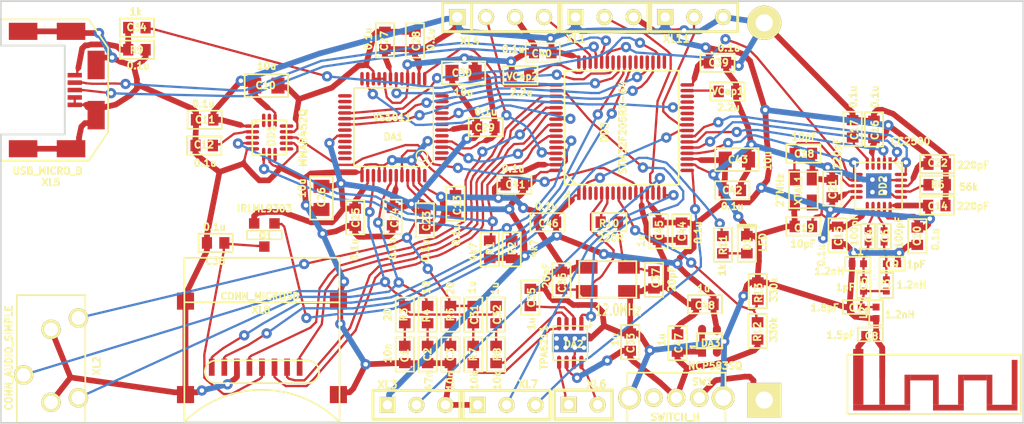
<source format=kicad_pcb>
(kicad_pcb (version 3) (host pcbnew "(2013-07-07 BZR 4022)-stable")
  (layers (15 F.Cu signal hide) (0 B.Cu signal hide) (18 B.Paste user) (19 F.Paste user) (20 B.SilkS user) (21 F.SilkS user) (22 B.Mask user) (23 F.Mask user) (28 Edge.Cuts user))
  (net 0 "")
  (net 1 +3.3V)
  (net 2 +5V)
  (net 3 +BATT)
  (net 4 /12MHz_Clk)
  (net 5 /ACC_IRQ)
  (net 6 /AMPLF_SHDN)
  (net 7 /Ant1)
  (net 8 /Ant2)
  (net 9 /BATTERY_PLUS)
  (net 10 /CC_CS)
  (net 11 /CC_GDO0)
  (net 12 /CC_MISO)
  (net 13 /CC_MOSI)
  (net 14 /CC_SCK)
  (net 15 /I2C_SCL)
  (net 16 /I2C_SDA)
  (net 17 /RX2)
  (net 18 /SD_CLK)
  (net 19 /SD_CMD)
  (net 20 /SD_DAT0)
  (net 21 /SD_DAT1)
  (net 22 /SD_DAT2)
  (net 23 /SD_DAT3)
  (net 24 /SD_POWER)
  (net 25 /SD_VDD)
  (net 26 /SND_C)
  (net 27 /SND_L)
  (net 28 /SND_R)
  (net 29 /SNS1_OUT)
  (net 30 /SNS2_OUT)
  (net 31 /SNS3_OUT)
  (net 32 /SWCLK)
  (net 33 /SWDIO)
  (net 34 /TX2)
  (net 35 /UBat_2)
  (net 36 /USB_DM)
  (net 37 /USB_DP)
  (net 38 /VS_DREQ)
  (net 39 /VS_RST)
  (net 40 /VS_SCLK)
  (net 41 /VS_SI)
  (net 42 /VS_SO)
  (net 43 /VS_XCS)
  (net 44 /VS_XDCS)
  (net 45 GND)
  (net 46 N-000001)
  (net 47 N-0000018)
  (net 48 N-0000024)
  (net 49 N-0000033)
  (net 50 N-0000034)
  (net 51 N-0000040)
  (net 52 N-0000045)
  (net 53 N-0000046)
  (net 54 N-0000047)
  (net 55 N-0000048)
  (net 56 N-0000049)
  (net 57 N-0000050)
  (net 58 N-0000053)
  (net 59 N-0000055)
  (net 60 N-0000056)
  (net 61 N-0000057)
  (net 62 N-0000062)
  (net 63 N-0000063)
  (net 64 N-0000064)
  (net 65 N-0000065)
  (net 66 N-0000066)
  (net 67 N-0000067)
  (net 68 N-0000068)
  (net 69 N-0000069)
  (net 70 N-0000070)
  (net 71 N-0000071)
  (net 72 N-0000072)
  (module USBmicro_MOLEX_WM17142 (layer F.Cu) (at 154.7 110.8)
    (fp_text reference XL5 (at -1.2 8.1) (layer F.SilkS) (effects (font (size 0.6 0.6))))
    (fp_text value USB_MICRO_B (at -1.5 7.1) (layer F.SilkS) (effects (font (size 0.6 0.6))))
    (pad SHLD smd rect (at -3.65 -5.15) (size 2.5 1.5) (layers F.Cu F.Paste F.Mask) (net 45 GND))
    (pad SHLD smd rect (at -3.65 5.15) (size 2.5 1.5) (layers F.Cu F.Paste F.Mask) (net 45 GND))
    (pad SHLD smd rect (at 0.55 -5.15) (size 2.5 1.5) (layers F.Cu F.Paste F.Mask) (net 45 GND))
    (pad SHLD smd rect (at 0.55 5.15) (size 2.5 1.5) (layers F.Cu F.Paste F.Mask) (net 45 GND))
    (pad SHLD smd rect (at 2.75 -2.2 90) (size 2.5 1.5) (layers F.Cu F.Paste F.Mask) (net 45 GND))
    (pad SHLD smd rect (at 2.75 2.2 90) (size 2.5 1.5) (layers F.Cu F.Paste F.Mask) (net 45 GND))
    (pad 1 smd rect (at 0.875 -1.3) (size 1.25 0.4) (layers F.Cu F.Paste F.Mask) (net 2 +5V))
    (pad 2 smd rect (at 0.875 -0.65) (size 1.25 0.4) (layers F.Cu F.Paste F.Mask) (net 36 /USB_DM))
    (pad 3 smd rect (at 0.875 0) (size 1.25 0.4) (layers F.Cu F.Paste F.Mask) (net 37 /USB_DP))
    (pad 4 smd rect (at 0.875 0.65) (size 1.25 0.4) (layers F.Cu F.Paste F.Mask) (net 45 GND))
    (pad 5 smd rect (at 0.875 1.3) (size 1.25 0.4) (layers F.Cu F.Paste F.Mask) (net 45 GND))
  )
  (module SOT23 (layer F.Cu) (at 172.19 123.5192)
    (fp_text reference Q1 (at 0.11 0.0808) (layer F.SilkS) (effects (font (size 0.59944 0.59944) (thickness 0.14986))))
    (fp_text value IRLML9303 (at 0.01 -2.3192) (layer F.SilkS) (effects (font (size 0.59944 0.59944) (thickness 0.14986))))
    (pad 2 smd rect (at -0.889 -1.016) (size 0.9144 0.9144) (layers F.Cu F.Paste F.Mask) (net 1 +3.3V))
    (pad 1 smd rect (at 0.889 -1.016) (size 0.9144 0.9144) (layers F.Cu F.Paste F.Mask) (net 24 /SD_POWER))
    (pad 3 smd rect (at 0 1.016) (size 0.9144 0.9144) (layers F.Cu F.Paste F.Mask) (net 25 /SD_VDD))
  )
  (module SIL1_SQUARE_1MM5 (layer F.Cu) (at 216 138)
    (fp_text reference XL9 hide)
    (fp_text value CONN_1 hide)
    (pad 1 thru_hole rect (at 0 0) (size 2.99974 2.99974) (drill 1.50114) (layers *.Cu *.Mask F.SilkS) (net 9 /BATTERY_PLUS))
  )
  (module SIL1_ROUND_1MM5 (layer F.Cu) (at 216 104.9)
    (fp_text reference XL10 hide)
    (fp_text value CONN_1 hide)
    (pad 1 thru_hole circle (at 0 0) (size 2.99974 2.99974) (drill 1.50114) (layers *.Cu *.Mask F.SilkS) (net 45 GND))
  )
  (module SIL-4 (layer F.Cu) (at 192.9 104.4)
    (fp_text reference XL4 (at -2.7 2.1) (layer F.SilkS) (effects (font (size 0.635 0.635) (thickness 0.16002))))
    (fp_text value ST_SWD hide)
    (pad 1 thru_hole rect (at -3.81 0) (size 1.39954 1.39954) (drill 0.89916) (layers *.Cu *.Mask F.SilkS) (net 1 +3.3V))
    (pad 2 thru_hole circle (at -1.27 0) (size 1.39954 1.39954) (drill 0.89916) (layers *.Cu *.Mask F.SilkS) (net 32 /SWCLK))
    (pad 3 thru_hole circle (at 1.27 0) (size 1.39954 1.39954) (drill 0.89916) (layers *.Cu *.Mask F.SilkS) (net 45 GND))
    (pad 4 thru_hole circle (at 3.81 0) (size 1.39954 1.39954) (drill 0.89916) (layers *.Cu *.Mask F.SilkS) (net 33 /SWDIO))
  )
  (module SIL-3 (layer F.Cu) (at 209.8595 104.4)
    (fp_text reference XL11 (at -1.5595 1.9) (layer F.SilkS) (effects (font (size 0.635 0.635) (thickness 0.16002))))
    (fp_text value CONN_3 hide)
    (pad 1 thru_hole rect (at -2.54 0) (size 1.397 1.397) (drill 0.8128) (layers *.Cu *.Mask F.SilkS) (net 1 +3.3V))
    (pad 2 thru_hole circle (at 0 0) (size 1.397 1.397) (drill 0.8128) (layers *.Cu *.Mask F.SilkS) (net 31 /SNS3_OUT))
    (pad 3 thru_hole circle (at 2.54 0) (size 1.397 1.397) (drill 0.8128) (layers *.Cu *.Mask F.SilkS) (net 45 GND))
  )
  (module SIL-3 (layer F.Cu) (at 185.5195 138.4267)
    (fp_text reference XL3 (at -2.54 -1.778) (layer F.SilkS) (effects (font (size 0.635 0.635) (thickness 0.16002))))
    (fp_text value CONN_3 hide)
    (pad 1 thru_hole rect (at -2.54 0) (size 1.397 1.397) (drill 0.8128) (layers *.Cu *.Mask F.SilkS) (net 1 +3.3V))
    (pad 2 thru_hole circle (at 0 0) (size 1.397 1.397) (drill 0.8128) (layers *.Cu *.Mask F.SilkS) (net 30 /SNS2_OUT))
    (pad 3 thru_hole circle (at 2.54 0) (size 1.397 1.397) (drill 0.8128) (layers *.Cu *.Mask F.SilkS) (net 45 GND))
  )
  (module SIL-3 (layer F.Cu) (at 202 104.4)
    (fp_text reference XL1 (at -2.5 1.9) (layer F.SilkS) (effects (font (size 0.635 0.635) (thickness 0.16002))))
    (fp_text value CONN_3 hide)
    (pad 1 thru_hole rect (at -2.54 0) (size 1.397 1.397) (drill 0.8128) (layers *.Cu *.Mask F.SilkS) (net 1 +3.3V))
    (pad 2 thru_hole circle (at 0 0) (size 1.397 1.397) (drill 0.8128) (layers *.Cu *.Mask F.SilkS) (net 29 /SNS1_OUT))
    (pad 3 thru_hole circle (at 2.54 0) (size 1.397 1.397) (drill 0.8128) (layers *.Cu *.Mask F.SilkS) (net 45 GND))
  )
  (module SIL-3 (layer F.Cu) (at 193.4195 138.4267)
    (fp_text reference XL7 (at 1.8805 -1.8267) (layer F.SilkS) (effects (font (size 0.635 0.635) (thickness 0.16002))))
    (fp_text value CONN_3 hide)
    (pad 1 thru_hole rect (at -2.54 0) (size 1.397 1.397) (drill 0.8128) (layers *.Cu *.Mask F.SilkS) (net 45 GND))
    (pad 2 thru_hole circle (at 0 0) (size 1.397 1.397) (drill 0.8128) (layers *.Cu *.Mask F.SilkS) (net 34 /TX2))
    (pad 3 thru_hole circle (at 2.54 0) (size 1.397 1.397) (drill 0.8128) (layers *.Cu *.Mask F.SilkS) (net 17 /RX2))
  )
  (module SIL-2 (layer F.Cu) (at 200.1349 138.4)
    (fp_text reference XL6 (at 1.1651 -1.8) (layer F.SilkS) (effects (font (size 0.635 0.635) (thickness 0.16002))))
    (fp_text value CONN_2 hide)
    (pad 1 thru_hole rect (at -1.27 0) (size 1.397 1.397) (drill 0.8128) (layers *.Cu *.Mask F.SilkS) (net 69 N-0000069))
    (pad 2 thru_hole circle (at 1.27 0) (size 1.397 1.397) (drill 0.8128) (layers *.Cu *.Mask F.SilkS) (net 68 N-0000068))
  )
  (module SC82AB (layer F.Cu) (at 211.2 132.8 90)
    (fp_text reference DA3 (at -0.2 0.1 180) (layer F.SilkS) (effects (font (size 0.59944 0.59944) (thickness 0.14986))))
    (fp_text value NCP583SQ (at -2.2 0.5 180) (layer F.SilkS) (effects (font (size 0.59944 0.59944) (thickness 0.14986))))
    (pad 1 smd rect (at -0.94996 -0.65024 90) (size 0.89916 0.70104) (layers F.Cu F.Paste F.Mask) (net 3 +BATT))
    (pad 2 smd oval (at -0.94996 0.65024 90) (size 0.89916 0.70104) (layers F.Cu F.Paste F.Mask) (net 45 GND))
    (pad 3 smd oval (at 0.94996 0.65024 90) (size 0.89916 0.70104) (layers F.Cu F.Paste F.Mask) (net 1 +3.3V))
    (pad 4 smd oval (at 0.94996 -0.65024 90) (size 0.89916 0.70104) (layers F.Cu F.Paste F.Mask) (net 3 +BATT))
  )
  (module RES_0603 (layer F.Cu) (at 193.8656 124.7758 270)
    (fp_text reference R2 (at -0.0758 -0.0344 270) (layer F.SilkS) (effects (font (size 0.6 0.6))))
    (fp_text value 4k7 (at -0.0758 -1.9344 270) (layer F.SilkS) (effects (font (size 0.6 0.6))))
    (pad 1 smd rect (at -0.762 0 270) (size 0.889 1.016) (layers F.Cu F.Paste F.Mask) (net 16 /I2C_SDA))
    (pad 2 smd rect (at 0.762 0 270) (size 0.889 1.016) (layers F.Cu F.Paste F.Mask) (net 1 +3.3V))
  )
  (module RES_0603 (layer F.Cu) (at 191.9412 124.7684 90)
    (fp_text reference R1 (at 0.0684 0.0588 90) (layer F.SilkS) (effects (font (size 0.6 0.6))))
    (fp_text value 4k7 (at -0.2316 -1.4412 90) (layer F.SilkS) (effects (font (size 0.6 0.6))))
    (pad 1 smd rect (at -0.762 0 90) (size 0.889 1.016) (layers F.Cu F.Paste F.Mask) (net 1 +3.3V))
    (pad 2 smd rect (at 0.762 0 90) (size 0.889 1.016) (layers F.Cu F.Paste F.Mask) (net 15 /I2C_SCL))
  )
  (module RES_0603 (layer F.Cu) (at 215.4152 131.9322 90)
    (fp_text reference R12 (at -0.0678 -0.0152 90) (layer F.SilkS) (effects (font (size 0.6 0.6))))
    (fp_text value 330k (at 0.09906 1.39954 90) (layer F.SilkS) (effects (font (size 0.6 0.6))))
    (pad 1 smd rect (at -0.762 0 90) (size 0.889 1.016) (layers F.Cu F.Paste F.Mask) (net 3 +BATT))
    (pad 2 smd rect (at 0.762 0 90) (size 0.889 1.016) (layers F.Cu F.Paste F.Mask) (net 35 /UBat_2))
  )
  (module RES_0603 (layer F.Cu) (at 215.4364 128.4383 90)
    (fp_text reference R13 (at -0.1617 0.0636 90) (layer F.SilkS) (effects (font (size 0.6 0.6))))
    (fp_text value 330k (at 0.09906 1.39954 90) (layer F.SilkS) (effects (font (size 0.6 0.6))))
    (pad 1 smd rect (at -0.762 0 90) (size 0.889 1.016) (layers F.Cu F.Paste F.Mask) (net 35 /UBat_2))
    (pad 2 smd rect (at 0.762 0 90) (size 0.889 1.016) (layers F.Cu F.Paste F.Mask) (net 45 GND))
  )
  (module RES_0603 (layer F.Cu) (at 188.5 130.5 90)
    (fp_text reference R5 (at 0 0 90) (layer F.SilkS) (effects (font (size 0.6 0.6))))
    (fp_text value 20 (at 2.3 0 90) (layer F.SilkS) (effects (font (size 0.6 0.6))))
    (pad 1 smd rect (at -0.762 0 90) (size 0.889 1.016) (layers F.Cu F.Paste F.Mask) (net 54 N-0000047))
    (pad 2 smd rect (at 0.762 0 90) (size 0.889 1.016) (layers F.Cu F.Paste F.Mask) (net 27 /SND_L))
  )
  (module RES_0603 (layer F.Cu) (at 192.5 134 270)
    (fp_text reference R8 (at 0 -0.1 270) (layer F.SilkS) (effects (font (size 0.6 0.6))))
    (fp_text value 10k (at 2.3 -0.1 270) (layer F.SilkS) (effects (font (size 0.6 0.6))))
    (pad 1 smd rect (at -0.762 0 270) (size 0.889 1.016) (layers F.Cu F.Paste F.Mask) (net 63 N-0000063))
    (pad 2 smd rect (at 0.762 0 270) (size 0.889 1.016) (layers F.Cu F.Paste F.Mask) (net 71 N-0000071))
  )
  (module RES_0603 (layer F.Cu) (at 190.5 134 270)
    (fp_text reference R7 (at 0 0 270) (layer F.SilkS) (effects (font (size 0.6 0.6))))
    (fp_text value 10k (at 2.3 -0.1 270) (layer F.SilkS) (effects (font (size 0.6 0.6))))
    (pad 1 smd rect (at -0.762 0 270) (size 0.889 1.016) (layers F.Cu F.Paste F.Mask) (net 70 N-0000070))
    (pad 2 smd rect (at 0.762 0 270) (size 0.889 1.016) (layers F.Cu F.Paste F.Mask) (net 67 N-0000067))
  )
  (module RES_0603 (layer F.Cu) (at 212.3738 124.3706 270)
    (fp_text reference R11 (at 0.0294 -0.0262 270) (layer F.SilkS) (effects (font (size 0.6 0.6))))
    (fp_text value 1k (at 2.2294 0.0738 270) (layer F.SilkS) (effects (font (size 0.6 0.6))))
    (pad 1 smd rect (at -0.762 0 270) (size 0.889 1.016) (layers F.Cu F.Paste F.Mask) (net 66 N-0000066))
    (pad 2 smd rect (at 0.762 0 270) (size 0.889 1.016) (layers F.Cu F.Paste F.Mask) (net 65 N-0000065))
  )
  (module RES_0603 (layer F.Cu) (at 161.0213 105.3266 180)
    (fp_text reference R9 (at 0.0213 -1.9734 180) (layer F.SilkS) (effects (font (size 0.6 0.6))))
    (fp_text value 1k (at 0.09906 1.39954 180) (layer F.SilkS) (effects (font (size 0.6 0.6))))
    (pad 1 smd rect (at -0.762 0 180) (size 0.889 1.016) (layers F.Cu F.Paste F.Mask) (net 62 N-0000062))
    (pad 2 smd rect (at 0.762 0 180) (size 0.889 1.016) (layers F.Cu F.Paste F.Mask) (net 2 +5V))
  )
  (module RES_0603 (layer F.Cu) (at 186.5 130.5 90)
    (fp_text reference R4 (at -0.1 -0.1 90) (layer F.SilkS) (effects (font (size 0.6 0.6))))
    (fp_text value 10 (at 2.4 -0.1 90) (layer F.SilkS) (effects (font (size 0.6 0.6))))
    (pad 1 smd rect (at -0.762 0 90) (size 0.889 1.016) (layers F.Cu F.Paste F.Mask) (net 53 N-0000046))
    (pad 2 smd rect (at 0.762 0 90) (size 0.889 1.016) (layers F.Cu F.Paste F.Mask) (net 26 /SND_C))
  )
  (module RES_0603 (layer F.Cu) (at 184.5 130.5 90)
    (fp_text reference R3 (at 0 -0.1 90) (layer F.SilkS) (effects (font (size 0.6 0.6))))
    (fp_text value 20 (at 0 -1.5 90) (layer F.SilkS) (effects (font (size 0.6 0.6))))
    (pad 1 smd rect (at -0.762 0 90) (size 0.889 1.016) (layers F.Cu F.Paste F.Mask) (net 61 N-0000057))
    (pad 2 smd rect (at 0.762 0 90) (size 0.889 1.016) (layers F.Cu F.Paste F.Mask) (net 28 /SND_R))
  )
  (module RES_0603 (layer F.Cu) (at 202.4259 122.3904)
    (fp_text reference R10 (at -0.0259 0.1096) (layer F.SilkS) (effects (font (size 0.6 0.6))))
    (fp_text value 220R (at 0.09906 1.39954) (layer F.SilkS) (effects (font (size 0.6 0.6))))
    (pad 1 smd rect (at -0.762 0) (size 0.889 1.016) (layers F.Cu F.Paste F.Mask) (net 57 N-0000050))
    (pad 2 smd rect (at 0.762 0) (size 0.889 1.016) (layers F.Cu F.Paste F.Mask) (net 56 N-0000049))
  )
  (module RES_0603 (layer F.Cu) (at 231.1541 119.1152)
    (fp_text reference R6 (at 0.0459 -0.0152) (layer F.SilkS) (effects (font (size 0.6 0.6))))
    (fp_text value 56k (at 2.7459 0.1848) (layer F.SilkS) (effects (font (size 0.6 0.6))))
    (pad 1 smd rect (at -0.762 0) (size 0.889 1.016) (layers F.Cu F.Paste F.Mask) (net 51 N-0000040))
    (pad 2 smd rect (at 0.762 0) (size 0.889 1.016) (layers F.Cu F.Paste F.Mask) (net 45 GND))
  )
  (module QFN20 (layer F.Cu) (at 226.0313 119.2038 270)
    (fp_text reference DD2 (at -0.0038 -0.3687 270) (layer F.SilkS) (effects (font (size 0.6 0.6))))
    (fp_text value CC2500 (at -3.9038 -2.7687 360) (layer F.SilkS) (effects (font (size 0.6 0.6))))
    (pad 1 smd rect (at -1.95 -1 270) (size 1.1 0.28) (layers F.Cu F.Paste F.Mask) (net 14 /CC_SCK))
    (pad 2 smd oval (at -1.95 -0.5 270) (size 1.1 0.28) (layers F.Cu F.Paste F.Mask) (net 12 /CC_MISO))
    (pad 3 smd oval (at -1.95 0 270) (size 1.1 0.28) (layers F.Cu F.Paste F.Mask))
    (pad 4 smd oval (at -1.95 0.5 270) (size 1.1 0.28) (layers F.Cu F.Paste F.Mask) (net 1 +3.3V))
    (pad 5 smd oval (at -1.95 1 270) (size 1.1 0.28) (layers F.Cu F.Paste F.Mask) (net 49 N-0000033))
    (pad 6 smd oval (at -1 1.95) (size 1.1 0.28) (layers F.Cu F.Paste F.Mask) (net 11 /CC_GDO0))
    (pad 7 smd oval (at -0.5 1.95) (size 1.1 0.28) (layers F.Cu F.Paste F.Mask) (net 10 /CC_CS))
    (pad 8 smd oval (at 0 1.95) (size 1.1 0.28) (layers F.Cu F.Paste F.Mask) (net 50 N-0000034))
    (pad 9 smd oval (at 0.5 1.95) (size 1.1 0.28) (layers F.Cu F.Paste F.Mask) (net 1 +3.3V))
    (pad 10 smd oval (at 1 1.95) (size 1.1 0.28) (layers F.Cu F.Paste F.Mask) (net 60 N-0000056))
    (pad 11 smd oval (at 1.95 1 90) (size 1.1 0.28) (layers F.Cu F.Paste F.Mask) (net 1 +3.3V))
    (pad 12 smd oval (at 1.95 0.5 90) (size 1.1 0.28) (layers F.Cu F.Paste F.Mask) (net 7 /Ant1))
    (pad 13 smd oval (at 1.95 0 90) (size 1.1 0.28) (layers F.Cu F.Paste F.Mask) (net 8 /Ant2))
    (pad 14 smd oval (at 1.95 -0.5 90) (size 1.1 0.28) (layers F.Cu F.Paste F.Mask) (net 1 +3.3V))
    (pad 15 smd oval (at 1.95 -1 90) (size 1.1 0.28) (layers F.Cu F.Paste F.Mask) (net 1 +3.3V))
    (pad 16 smd oval (at 1 -1.95) (size 1.1 0.28) (layers F.Cu F.Paste F.Mask) (net 45 GND))
    (pad 17 smd oval (at 0.5 -1.95) (size 1.1 0.28) (layers F.Cu F.Paste F.Mask) (net 51 N-0000040))
    (pad 18 smd oval (at 0 -1.95) (size 1.1 0.28) (layers F.Cu F.Paste F.Mask) (net 1 +3.3V))
    (pad 19 smd oval (at -0.5 -1.95) (size 1.1 0.28) (layers F.Cu F.Paste F.Mask) (net 45 GND))
    (pad 20 smd oval (at -1 -1.95) (size 1.1 0.28) (layers F.Cu F.Paste F.Mask) (net 13 /CC_MOSI))
    (pad PAD thru_hole rect (at -0.55 -0.55 270) (size 1.1 1.1) (drill 0.4) (layers *.Cu F.Mask) (net 45 GND))
    (pad PAD thru_hole rect (at 0.55 -0.55 270) (size 1.1 1.1) (drill 0.4) (layers *.Cu F.Mask) (net 45 GND))
    (pad PAD thru_hole rect (at -0.55 0.55 270) (size 1.1 1.1) (drill 0.4) (layers *.Cu F.Mask) (net 45 GND))
    (pad PAD thru_hole rect (at 0.55 0.55 270) (size 1.1 1.1) (drill 0.4) (layers *.Cu F.Mask) (net 45 GND))
  )
  (module QFN16_5_3 (layer F.Cu) (at 172.6336 114.963 270)
    (fp_text reference DD1 (at -0.163 -0.1664 270) (layer F.SilkS) (effects (font (size 0.635 0.635) (thickness 0.14986))))
    (fp_text value MMA8452Q (at 0.037 -2.9664 270) (layer F.SilkS) (effects (font (size 0.635 0.635) (thickness 0.14986))))
    (pad 1 smd rect (at -1.00076 1.50114) (size 1.19888 0.29972) (layers F.Cu F.Paste F.Mask) (net 1 +3.3V))
    (pad 2 smd oval (at -0.50038 1.50114) (size 1.19888 0.29972) (layers F.Cu F.Paste F.Mask) (net 46 N-000001))
    (pad 3 smd oval (at 0 1.50114) (size 1.19888 0.29972) (layers F.Cu F.Paste F.Mask))
    (pad 4 smd oval (at 0.50038 1.50114) (size 1.19888 0.29972) (layers F.Cu F.Paste F.Mask) (net 15 /I2C_SCL))
    (pad 5 smd oval (at 1.00076 1.50114) (size 1.19888 0.29972) (layers F.Cu F.Paste F.Mask) (net 45 GND))
    (pad 6 smd oval (at 1.50114 0.50038 270) (size 1.19888 0.29972) (layers F.Cu F.Paste F.Mask) (net 16 /I2C_SDA))
    (pad 7 smd oval (at 1.50114 0 270) (size 1.19888 0.29972) (layers F.Cu F.Paste F.Mask) (net 45 GND))
    (pad 8 smd oval (at 1.50114 -0.50038 270) (size 1.19888 0.29972) (layers F.Cu F.Paste F.Mask))
    (pad 9 smd oval (at 1.00076 -1.50114) (size 1.19888 0.29972) (layers F.Cu F.Paste F.Mask))
    (pad 10 smd oval (at 0.50038 -1.50114) (size 1.19888 0.29972) (layers F.Cu F.Paste F.Mask) (net 45 GND))
    (pad 11 smd oval (at 0 -1.50114) (size 1.19888 0.29972) (layers F.Cu F.Paste F.Mask) (net 5 /ACC_IRQ))
    (pad 12 smd oval (at -0.50038 -1.50114) (size 1.19888 0.29972) (layers F.Cu F.Paste F.Mask) (net 45 GND))
    (pad 13 smd oval (at -1.00076 -1.50114) (size 1.19888 0.29972) (layers F.Cu F.Paste F.Mask))
    (pad 14 smd oval (at -1.50114 -0.50038 270) (size 1.19888 0.29972) (layers F.Cu F.Paste F.Mask) (net 1 +3.3V))
    (pad 15 smd oval (at -1.50114 0 270) (size 1.19888 0.29972) (layers F.Cu F.Paste F.Mask))
    (pad 16 smd oval (at -1.50114 0.50038 270) (size 1.19888 0.29972) (layers F.Cu F.Paste F.Mask))
  )
  (module MICROSD_CAP_FIX05A (layer F.Cu) (at 171.9819 132.7192 270)
    (fp_text reference XL8 (at -2.6192 0.0819 360) (layer F.SilkS) (effects (font (size 0.59944 0.59944) (thickness 0.14986))))
    (fp_text value CONN_MICROSD (at -3.8192 0.1819 360) (layer F.SilkS) (effects (font (size 0.59944 0.59944) (thickness 0.14986))))
    (pad 1 smd rect (at 2.4003 -3.29946 270) (size 1.50114 0.50038) (layers F.Cu F.Paste F.Mask) (net 22 /SD_DAT2))
    (pad 2 smd rect (at 2.4003 -2.19964 270) (size 1.50114 0.50038) (layers F.Cu F.Paste F.Mask) (net 23 /SD_DAT3))
    (pad 3 smd rect (at 2.4003 -1.09982 270) (size 1.50114 0.50038) (layers F.Cu F.Paste F.Mask) (net 19 /SD_CMD))
    (pad 4 smd rect (at 2.4003 0 270) (size 1.50114 0.50038) (layers F.Cu F.Paste F.Mask) (net 25 /SD_VDD))
    (pad 5 smd rect (at 2.4003 1.09982 270) (size 1.50114 0.50038) (layers F.Cu F.Paste F.Mask) (net 18 /SD_CLK))
    (pad 6 smd rect (at 2.4003 2.19964 270) (size 1.50114 0.50038) (layers F.Cu F.Paste F.Mask) (net 45 GND))
    (pad 7 smd rect (at 2.4003 3.29946 270) (size 1.50114 0.50038) (layers F.Cu F.Paste F.Mask) (net 20 /SD_DAT0))
    (pad 8 smd rect (at 2.4003 4.39928 270) (size 1.50114 0.50038) (layers F.Cu F.Paste F.Mask) (net 21 /SD_DAT1))
    (pad H smd rect (at -3.40106 -6.70052 270) (size 1.50114 1.50114) (layers F.Cu F.Paste F.Mask) (net 45 GND))
    (pad H smd rect (at 4.8006 -6.70052 270) (size 1.50114 1.50114) (layers F.Cu F.Paste F.Mask) (net 45 GND))
    (pad H smd rect (at -3.40106 6.70052 270) (size 1.50114 1.50114) (layers F.Cu F.Paste F.Mask) (net 45 GND))
    (pad H smd rect (at 4.8006 6.70052 270) (size 1.50114 1.50114) (layers F.Cu F.Paste F.Mask) (net 45 GND))
  )
  (module LQFP64 (layer F.Cu) (at 203.5 114.1 90)
    (fp_text reference DD3 (at -0.4 -1.5 90) (layer F.SilkS) (effects (font (size 0.59944 0.59944) (thickness 0.14986))))
    (fp_text value STM32F205RX-64 (at 0 0.1 90) (layer F.SilkS) (effects (font (size 0.59944 0.59944) (thickness 0.14986))))
    (pad 1 smd rect (at -5.74802 -3.74904 90) (size 1.19888 0.29972) (layers F.Cu F.Paste F.Mask) (net 1 +3.3V))
    (pad 2 smd oval (at -5.74802 -3.2512 90) (size 1.19888 0.29972) (layers F.Cu F.Paste F.Mask) (net 66 N-0000066))
    (pad 3 smd oval (at -5.74802 -2.75082 90) (size 1.19888 0.29972) (layers F.Cu F.Paste F.Mask))
    (pad 4 smd oval (at -5.74802 -2.25044 90) (size 1.19888 0.29972) (layers F.Cu F.Paste F.Mask))
    (pad 5 smd oval (at -5.74802 -1.75006 90) (size 1.19888 0.29972) (layers F.Cu F.Paste F.Mask) (net 55 N-0000048))
    (pad 6 smd oval (at -5.74802 -1.24968 90) (size 1.19888 0.29972) (layers F.Cu F.Paste F.Mask) (net 57 N-0000050))
    (pad 7 smd oval (at -5.74802 -0.7493 90) (size 1.19888 0.29972) (layers F.Cu F.Paste F.Mask))
    (pad 8 smd oval (at -5.74802 -0.24892 90) (size 1.19888 0.29972) (layers F.Cu F.Paste F.Mask) (net 35 /UBat_2))
    (pad 9 smd oval (at -5.75056 0.24638 90) (size 1.19888 0.29972) (layers F.Cu F.Paste F.Mask))
    (pad 10 smd oval (at -5.75056 0.74676 90) (size 1.19888 0.29972) (layers F.Cu F.Paste F.Mask))
    (pad 11 smd oval (at -5.75056 1.24714 90) (size 1.19888 0.29972) (layers F.Cu F.Paste F.Mask) (net 5 /ACC_IRQ))
    (pad 12 smd oval (at -5.7531 1.74752 90) (size 1.19888 0.29972) (layers F.Cu F.Paste F.Mask) (net 45 GND))
    (pad 13 smd oval (at -5.75056 2.25044 90) (size 1.19888 0.29972) (layers F.Cu F.Paste F.Mask) (net 1 +3.3V))
    (pad 14 smd oval (at -5.75056 2.75082 90) (size 1.19888 0.29972) (layers F.Cu F.Paste F.Mask) (net 29 /SNS1_OUT))
    (pad 15 smd oval (at -5.75056 3.2512 90) (size 1.19888 0.29972) (layers F.Cu F.Paste F.Mask) (net 30 /SNS2_OUT))
    (pad 16 smd oval (at -5.75056 3.74904 90) (size 1.19888 0.29972) (layers F.Cu F.Paste F.Mask) (net 34 /TX2))
    (pad 17 smd oval (at -3.74904 5.74802 180) (size 1.19888 0.29972) (layers F.Cu F.Paste F.Mask) (net 17 /RX2))
    (pad 18 smd oval (at -3.24866 5.74802 180) (size 1.19888 0.29972) (layers F.Cu F.Paste F.Mask) (net 45 GND))
    (pad 19 smd oval (at -2.74828 5.74802 180) (size 1.19888 0.29972) (layers F.Cu F.Paste F.Mask) (net 1 +3.3V))
    (pad 20 smd oval (at -2.25044 5.74802 180) (size 1.19888 0.29972) (layers F.Cu F.Paste F.Mask) (net 11 /CC_GDO0))
    (pad 21 smd oval (at -1.75006 5.74802 180) (size 1.19888 0.29972) (layers F.Cu F.Paste F.Mask) (net 14 /CC_SCK))
    (pad 22 smd oval (at -1.24968 5.74802 180) (size 1.19888 0.29972) (layers F.Cu F.Paste F.Mask) (net 12 /CC_MISO))
    (pad 23 smd oval (at -0.75184 5.74802 180) (size 1.19888 0.29972) (layers F.Cu F.Paste F.Mask) (net 13 /CC_MOSI))
    (pad 24 smd oval (at -0.25146 5.74802 180) (size 1.19888 0.29972) (layers F.Cu F.Paste F.Mask) (net 24 /SD_POWER))
    (pad 33 smd oval (at 5.7531 3.74904 90) (size 1.19888 0.29972) (layers F.Cu F.Paste F.Mask))
    (pad 34 smd oval (at 5.7531 3.24866 90) (size 1.19888 0.29972) (layers F.Cu F.Paste F.Mask) (net 40 /VS_SCLK))
    (pad 35 smd oval (at 5.7531 2.74828 90) (size 1.19888 0.29972) (layers F.Cu F.Paste F.Mask) (net 42 /VS_SO))
    (pad 36 smd oval (at 5.7531 2.2479 90) (size 1.19888 0.29972) (layers F.Cu F.Paste F.Mask) (net 41 /VS_SI))
    (pad 25 smd oval (at 0.24892 5.75056 180) (size 1.19888 0.29972) (layers F.Cu F.Paste F.Mask) (net 31 /SNS3_OUT))
    (pad 26 smd oval (at 0.7493 5.75056 180) (size 1.19888 0.29972) (layers F.Cu F.Paste F.Mask))
    (pad 27 smd oval (at 1.24968 5.75056 180) (size 1.19888 0.29972) (layers F.Cu F.Paste F.Mask))
    (pad 28 smd oval (at 1.75006 5.75056 180) (size 1.19888 0.29972) (layers F.Cu F.Paste F.Mask) (net 38 /VS_DREQ))
    (pad 29 smd oval (at 2.25044 5.75056 180) (size 1.19888 0.29972) (layers F.Cu F.Paste F.Mask))
    (pad 30 smd oval (at 2.75082 5.75056 180) (size 1.19888 0.29972) (layers F.Cu F.Paste F.Mask))
    (pad 31 smd oval (at 3.2512 5.75056 180) (size 1.19888 0.29972) (layers F.Cu F.Paste F.Mask) (net 64 N-0000064))
    (pad 32 smd oval (at 3.74904 5.75056 180) (size 1.19888 0.29972) (layers F.Cu F.Paste F.Mask) (net 1 +3.3V))
    (pad 37 smd oval (at 5.75056 1.75006 90) (size 1.19888 0.29972) (layers F.Cu F.Paste F.Mask))
    (pad 38 smd oval (at 5.75056 1.24968 90) (size 1.19888 0.29972) (layers F.Cu F.Paste F.Mask))
    (pad 39 smd oval (at 5.75056 0.7493 90) (size 1.19888 0.29972) (layers F.Cu F.Paste F.Mask) (net 20 /SD_DAT0))
    (pad 40 smd oval (at 5.75056 0.24892 90) (size 1.19888 0.29972) (layers F.Cu F.Paste F.Mask) (net 21 /SD_DAT1))
    (pad 41 smd oval (at 5.75056 -0.24892 90) (size 1.19888 0.29972) (layers F.Cu F.Paste F.Mask) (net 4 /12MHz_Clk))
    (pad 42 smd oval (at 5.75056 -0.7493 90) (size 1.19888 0.29972) (layers F.Cu F.Paste F.Mask) (net 62 N-0000062))
    (pad 43 smd oval (at 5.75056 -1.24968 90) (size 1.19888 0.29972) (layers F.Cu F.Paste F.Mask) (net 10 /CC_CS))
    (pad 44 smd oval (at 5.75056 -1.75006 90) (size 1.19888 0.29972) (layers F.Cu F.Paste F.Mask) (net 36 /USB_DM))
    (pad 45 smd oval (at 5.75056 -2.25044 90) (size 1.19888 0.29972) (layers F.Cu F.Paste F.Mask) (net 37 /USB_DP))
    (pad 46 smd oval (at 5.75056 -2.75082 90) (size 1.19888 0.29972) (layers F.Cu F.Paste F.Mask) (net 33 /SWDIO))
    (pad 47 smd oval (at 5.75056 -3.2512 90) (size 1.19888 0.29972) (layers F.Cu F.Paste F.Mask) (net 48 N-0000024))
    (pad 48 smd oval (at 5.75056 -3.74904 90) (size 1.19888 0.29972) (layers F.Cu F.Paste F.Mask) (net 1 +3.3V))
    (pad 49 smd oval (at 3.74904 -5.75056 180) (size 1.19888 0.29972) (layers F.Cu F.Paste F.Mask) (net 32 /SWCLK))
    (pad 50 smd oval (at 3.2512 -5.75056 180) (size 1.19888 0.29972) (layers F.Cu F.Paste F.Mask) (net 6 /AMPLF_SHDN))
    (pad 51 smd oval (at 2.75082 -5.75056 180) (size 1.19888 0.29972) (layers F.Cu F.Paste F.Mask) (net 22 /SD_DAT2))
    (pad 52 smd oval (at 2.25044 -5.75056 180) (size 1.19888 0.29972) (layers F.Cu F.Paste F.Mask) (net 23 /SD_DAT3))
    (pad 53 smd oval (at 1.75006 -5.75056 180) (size 1.19888 0.29972) (layers F.Cu F.Paste F.Mask) (net 18 /SD_CLK))
    (pad 54 smd oval (at 1.24968 -5.75056 180) (size 1.19888 0.29972) (layers F.Cu F.Paste F.Mask) (net 19 /SD_CMD))
    (pad 55 smd oval (at 0.7493 -5.75056 180) (size 1.19888 0.29972) (layers F.Cu F.Paste F.Mask) (net 43 /VS_XCS))
    (pad 56 smd oval (at 0.24892 -5.75056 180) (size 1.19888 0.29972) (layers F.Cu F.Paste F.Mask) (net 39 /VS_RST))
    (pad 57 smd oval (at -0.24892 -5.75056 180) (size 1.19888 0.29972) (layers F.Cu F.Paste F.Mask))
    (pad 58 smd oval (at -0.7493 -5.75056 180) (size 1.19888 0.29972) (layers F.Cu F.Paste F.Mask) (net 15 /I2C_SCL))
    (pad 59 smd oval (at -1.24968 -5.75056 180) (size 1.19888 0.29972) (layers F.Cu F.Paste F.Mask) (net 16 /I2C_SDA))
    (pad 60 smd oval (at -1.75006 -5.75056 180) (size 1.19888 0.29972) (layers F.Cu F.Paste F.Mask) (net 45 GND))
    (pad 61 smd oval (at -2.25044 -5.75056 180) (size 1.19888 0.29972) (layers F.Cu F.Paste F.Mask) (net 44 /VS_XDCS))
    (pad 62 smd oval (at -2.75082 -5.75056 180) (size 1.19888 0.29972) (layers F.Cu F.Paste F.Mask))
    (pad 63 smd oval (at -3.2512 -5.75056 180) (size 1.19888 0.29972) (layers F.Cu F.Paste F.Mask) (net 45 GND))
    (pad 64 smd oval (at -3.74904 -5.75056 180) (size 1.19888 0.29972) (layers F.Cu F.Paste F.Mask) (net 1 +3.3V))
  )
  (module LQFP48 (layer F.Cu) (at 183.499 114.0616 180)
    (fp_text reference DA1 (at -0.001 -0.8384 180) (layer F.SilkS) (effects (font (size 0.59944 0.59944) (thickness 0.14986))))
    (fp_text value VS1011 (at 0.099 0.8616 180) (layer F.SilkS) (effects (font (size 0.59944 0.59944) (thickness 0.14986))))
    (pad 1 smd rect (at -4.24942 -2.75082 180) (size 1.19888 0.29972) (layers F.Cu F.Paste F.Mask))
    (pad 2 smd oval (at -4.24942 -2.25298 180) (size 1.19888 0.29972) (layers F.Cu F.Paste F.Mask))
    (pad 3 smd oval (at -4.24942 -1.7526 180) (size 1.19888 0.29972) (layers F.Cu F.Paste F.Mask) (net 39 /VS_RST))
    (pad 4 smd oval (at -4.24942 -1.25222 180) (size 1.19888 0.29972) (layers F.Cu F.Paste F.Mask) (net 45 GND))
    (pad 5 smd oval (at -4.24942 -0.75184 180) (size 1.19888 0.29972) (layers F.Cu F.Paste F.Mask))
    (pad 6 smd oval (at -4.24942 -0.25146 180) (size 1.19888 0.29972) (layers F.Cu F.Paste F.Mask) (net 1 +3.3V))
    (pad 7 smd oval (at -4.24942 0.24892 180) (size 1.19888 0.29972) (layers F.Cu F.Paste F.Mask))
    (pad 8 smd oval (at -4.24942 0.7493 180) (size 1.19888 0.29972) (layers F.Cu F.Paste F.Mask) (net 38 /VS_DREQ))
    (pad 9 smd oval (at -4.24942 1.24714 180) (size 1.19888 0.29972) (layers F.Cu F.Paste F.Mask))
    (pad 10 smd oval (at -4.24942 1.74752 180) (size 1.19888 0.29972) (layers F.Cu F.Paste F.Mask))
    (pad 11 smd oval (at -4.24942 2.2479 180) (size 1.19888 0.29972) (layers F.Cu F.Paste F.Mask))
    (pad 12 smd oval (at -4.25196 2.74828 180) (size 1.19888 0.29972) (layers F.Cu F.Paste F.Mask))
    (pad 13 smd oval (at -2.74574 4.24942 270) (size 1.19888 0.29972) (layers F.Cu F.Paste F.Mask) (net 44 /VS_XDCS))
    (pad 14 smd oval (at -2.2479 4.24942 270) (size 1.19888 0.29972) (layers F.Cu F.Paste F.Mask) (net 1 +3.3V))
    (pad 15 smd oval (at -1.74752 4.24942 270) (size 1.19888 0.29972) (layers F.Cu F.Paste F.Mask))
    (pad 16 smd oval (at -1.24714 4.24942 270) (size 1.19888 0.29972) (layers F.Cu F.Paste F.Mask) (net 45 GND))
    (pad 17 smd oval (at -0.74676 4.24942 270) (size 1.19888 0.29972) (layers F.Cu F.Paste F.Mask))
    (pad 18 smd oval (at -0.24638 4.24942 270) (size 1.19888 0.29972) (layers F.Cu F.Paste F.Mask) (net 4 /12MHz_Clk))
    (pad 19 smd oval (at 0.254 4.24942 270) (size 1.19888 0.29972) (layers F.Cu F.Paste F.Mask) (net 1 +3.3V))
    (pad 20 smd oval (at 0.75184 4.24942 270) (size 1.19888 0.29972) (layers F.Cu F.Paste F.Mask) (net 45 GND))
    (pad 21 smd oval (at 1.25222 4.24942 270) (size 1.19888 0.29972) (layers F.Cu F.Paste F.Mask) (net 45 GND))
    (pad 22 smd oval (at 1.7526 4.24942 270) (size 1.19888 0.29972) (layers F.Cu F.Paste F.Mask) (net 45 GND))
    (pad 23 smd oval (at 2.25044 4.24942 270) (size 1.19888 0.29972) (layers F.Cu F.Paste F.Mask) (net 43 /VS_XCS))
    (pad 24 smd oval (at 2.75082 4.24942 270) (size 1.19888 0.29972) (layers F.Cu F.Paste F.Mask))
    (pad 25 smd oval (at 4.25196 2.75082 180) (size 1.19888 0.29972) (layers F.Cu F.Paste F.Mask))
    (pad 26 smd oval (at 4.25196 2.25044 180) (size 1.19888 0.29972) (layers F.Cu F.Paste F.Mask))
    (pad 27 smd oval (at 4.25196 1.75006 180) (size 1.19888 0.29972) (layers F.Cu F.Paste F.Mask))
    (pad 28 smd oval (at 4.25196 1.24968 180) (size 1.19888 0.29972) (layers F.Cu F.Paste F.Mask) (net 40 /VS_SCLK))
    (pad 29 smd oval (at 4.25196 0.7493 180) (size 1.19888 0.29972) (layers F.Cu F.Paste F.Mask) (net 41 /VS_SI))
    (pad 30 smd oval (at 4.25196 0.24892 180) (size 1.19888 0.29972) (layers F.Cu F.Paste F.Mask) (net 42 /VS_SO))
    (pad 31 smd oval (at 4.25196 -0.25146 180) (size 1.19888 0.29972) (layers F.Cu F.Paste F.Mask))
    (pad 32 smd oval (at 4.25196 -0.7493 180) (size 1.19888 0.29972) (layers F.Cu F.Paste F.Mask) (net 1 +3.3V))
    (pad 33 smd oval (at 4.25196 -1.24968 180) (size 1.19888 0.29972) (layers F.Cu F.Paste F.Mask))
    (pad 34 smd oval (at 4.25196 -1.75006 180) (size 1.19888 0.29972) (layers F.Cu F.Paste F.Mask))
    (pad 35 smd oval (at 4.25196 -2.25044 180) (size 1.19888 0.29972) (layers F.Cu F.Paste F.Mask))
    (pad 36 smd oval (at 4.25196 -2.75082 180) (size 1.19888 0.29972) (layers F.Cu F.Paste F.Mask))
    (pad 37 smd oval (at 2.75082 -4.24942 270) (size 1.19888 0.29972) (layers F.Cu F.Paste F.Mask) (net 45 GND))
    (pad 38 smd oval (at 2.25044 -4.24942 270) (size 1.19888 0.29972) (layers F.Cu F.Paste F.Mask) (net 1 +3.3V))
    (pad 39 smd oval (at 1.75006 -4.24942 270) (size 1.19888 0.29972) (layers F.Cu F.Paste F.Mask) (net 28 /SND_R))
    (pad 40 smd oval (at 1.24968 -4.24942 270) (size 1.19888 0.29972) (layers F.Cu F.Paste F.Mask) (net 45 GND))
    (pad 41 smd oval (at 0.7493 -4.24942 270) (size 1.19888 0.29972) (layers F.Cu F.Paste F.Mask) (net 45 GND))
    (pad 42 smd oval (at 0.24892 -4.24942 270) (size 1.19888 0.29972) (layers F.Cu F.Paste F.Mask) (net 26 /SND_C))
    (pad 43 smd oval (at -0.24892 -4.24942 270) (size 1.19888 0.29972) (layers F.Cu F.Paste F.Mask) (net 1 +3.3V))
    (pad 44 smd oval (at -0.7493 -4.24942 270) (size 1.19888 0.29972) (layers F.Cu F.Paste F.Mask) (net 47 N-0000018))
    (pad 45 smd oval (at -1.24968 -4.24942 270) (size 1.19888 0.29972) (layers F.Cu F.Paste F.Mask) (net 1 +3.3V))
    (pad 46 smd oval (at -1.75006 -4.24942 270) (size 1.19888 0.29972) (layers F.Cu F.Paste F.Mask) (net 27 /SND_L))
    (pad 47 smd oval (at -2.25044 -4.24942 270) (size 1.19888 0.29972) (layers F.Cu F.Paste F.Mask) (net 45 GND))
    (pad 48 smd oval (at -2.75082 -4.24942 270) (size 1.19888 0.29972) (layers F.Cu F.Paste F.Mask))
  )
  (module LED0603 (layer F.Cu) (at 214.4758 124.3662 90)
    (fp_text reference D1 (at 0.0662 0.0242 90) (layer F.SilkS) (effects (font (size 0.6 0.6))))
    (fp_text value LED (at 0.2 1.4 90) (layer F.SilkS) (effects (font (size 0.6 0.6))))
    (pad A smd rect (at -0.762 0 90) (size 0.889 1.016) (layers F.Cu F.Paste F.Mask) (net 65 N-0000065))
    (pad C smd rect (at 0.762 0 90) (size 0.889 1.016) (layers F.Cu F.Paste F.Mask) (net 45 GND))
  )
  (module IND_0402 (layer F.Cu) (at 225.7999 130.342 90)
    (fp_text reference L2 (at 0 -1.1 90) (layer F.SilkS) (effects (font (size 0.6 0.6))))
    (fp_text value 1.2nH (at -0.158 2.1001 180) (layer F.SilkS) (effects (font (size 0.6 0.6))))
    (pad 1 smd rect (at -0.5 0 90) (size 0.6 0.6) (layers F.Cu F.Paste F.Mask) (net 45 GND))
    (pad 2 smd rect (at 0.5 0 90) (size 0.6 0.6) (layers F.Cu F.Paste F.Mask) (net 58 N-0000053))
  )
  (module IND_0402 (layer F.Cu) (at 226.6999 127.942 90)
    (fp_text reference L3 (at 0.042 0.0001 90) (layer F.SilkS) (effects (font (size 0.6 0.6))))
    (fp_text value 1.2nH (at 0.042 2.2001 180) (layer F.SilkS) (effects (font (size 0.6 0.6))))
    (pad 1 smd rect (at -0.5 0 90) (size 0.6 0.6) (layers F.Cu F.Paste F.Mask) (net 58 N-0000053))
    (pad 2 smd rect (at 0.5 0 90) (size 0.6 0.6) (layers F.Cu F.Paste F.Mask) (net 52 N-0000045))
  )
  (module IND_0402 (layer F.Cu) (at 224.1999 126.042)
    (fp_text reference L1 (at 0 -1.1) (layer F.SilkS) (effects (font (size 0.6 0.6))))
    (fp_text value 1.2nH (at -2.4999 0.658) (layer F.SilkS) (effects (font (size 0.6 0.6))))
    (pad 1 smd rect (at -0.5 0) (size 0.6 0.6) (layers F.Cu F.Paste F.Mask) (net 45 GND))
    (pad 2 smd rect (at 0.5 0) (size 0.6 0.6) (layers F.Cu F.Paste F.Mask) (net 59 N-0000055))
  )
  (module CRYSTAL_0503x4-4 (layer F.Cu) (at 202.2928 127.4109)
    (fp_text reference XTAL2 hide)
    (fp_text value 12.0MHz (at 0.9072 2.6891) (layer F.SilkS) (effects (font (size 1.00076 0.635) (thickness 0.14986))))
    (pad 1 smd rect (at -1.84912 1.09982) (size 1.89992 1.19888) (layers F.Cu F.Paste F.Mask) (net 55 N-0000048))
    (pad H smd rect (at 1.84912 1.09982) (size 1.89992 1.19888) (layers F.Cu F.Paste F.Mask) (net 45 GND))
    (pad 2 smd rect (at 1.84912 -1.09982) (size 1.89992 1.19888) (layers F.Cu F.Paste F.Mask) (net 56 N-0000049))
    (pad H smd rect (at -1.84912 -1.09982) (size 1.89992 1.19888) (layers F.Cu F.Paste F.Mask) (net 45 GND))
  )
  (module CRYSTAL_03225C4 (layer F.Cu) (at 219.4256 119.5677 270)
    (fp_text reference XTAL1 (at 0.0323 0.4256 270) (layer F.SilkS) (effects (font (size 0.59944 0.59944) (thickness 0.14986))))
    (fp_text value 27MHz (at 0.0323 2.0256 270) (layer F.SilkS) (effects (font (size 0.59944 0.59944) (thickness 0.14986))))
    (pad 1 smd rect (at -1.1 0.8 270) (size 1.4 1) (layers F.Cu F.Paste F.Mask) (net 50 N-0000034))
    (pad H smd rect (at 1.1 0.8 270) (size 1.4 1) (layers F.Cu F.Paste F.Mask) (net 45 GND))
    (pad 2 smd rect (at 1.1 -0.8 270) (size 1.4 1) (layers F.Cu F.Paste F.Mask) (net 60 N-0000056))
    (pad H smd rect (at -1.1 -0.8 270) (size 1.4 1) (layers F.Cu F.Paste F.Mask) (net 45 GND))
  )
  (module CONN_AUDIO_CKX3_5_30 (layer F.Cu) (at 153.5 139.9983 270)
    (fp_text reference XL2 (at -4.9983 -4 270) (layer F.SilkS) (effects (font (size 0.59944 0.59944) (thickness 0.14986))))
    (fp_text value CONN_AUDIO_SIMPLE (at -5.6983 3.7 270) (layer F.SilkS) (effects (font (size 0.59944 0.59944) (thickness 0.14986))))
    (pad H thru_hole circle (at -1.80086 0 270) (size 1.69926 1.69926) (drill 1.19888) (layers *.Cu *.Mask F.SilkS) (net 45 GND))
    (pad 1 thru_hole circle (at -2.19964 -2.4003 270) (size 1.69926 1.69926) (drill 1.19888) (layers *.Cu *.Mask F.SilkS) (net 26 /SND_C))
    (pad 2 thru_hole circle (at -4.20116 2.4003 270) (size 1.69926 1.69926) (drill 1.19888) (layers *.Cu *.Mask F.SilkS) (net 28 /SND_R))
    (pad 3 thru_hole circle (at -9.19988 -2.4003 270) (size 1.69926 1.69926) (drill 1.19888) (layers *.Cu *.Mask F.SilkS) (net 27 /SND_L))
    (pad H thru_hole circle (at -8.19912 0 270) (size 1.69926 1.69926) (drill 1.19888) (layers *.Cu *.Mask F.SilkS) (net 45 GND))
  )
  (module CAP_0805 (layer F.Cu) (at 177.199 120.2616 270)
    (fp_text reference C26 (at -0.0616 -0.001 270) (layer F.SilkS) (effects (font (size 0.6 0.6))))
    (fp_text value 10u (at -0.8616 1.699 270) (layer F.SilkS) (effects (font (size 0.6 0.6))))
    (pad 1 smd rect (at -1.016 0 270) (size 1.143 1.397) (layers F.Cu F.Paste F.Mask) (net 1 +3.3V))
    (pad 2 smd rect (at 1.016 0 270) (size 1.143 1.397) (layers F.Cu F.Paste F.Mask) (net 45 GND))
  )
  (module CAP_0805 (layer F.Cu) (at 189.648 109.285)
    (fp_text reference C30 (at -0.148 0.015) (layer F.SilkS) (effects (font (size 0.6 0.6))))
    (fp_text value 10u (at 0 1.69926) (layer F.SilkS) (effects (font (size 0.6 0.6))))
    (pad 1 smd rect (at -1.016 0) (size 1.143 1.397) (layers F.Cu F.Paste F.Mask) (net 1 +3.3V))
    (pad 2 smd rect (at 1.016 0) (size 1.143 1.397) (layers F.Cu F.Paste F.Mask) (net 45 GND))
  )
  (module CAP_0805 (layer F.Cu) (at 172.3671 110.4096)
    (fp_text reference C10 (at -0.0671 -0.0096) (layer F.SilkS) (effects (font (size 0.6 0.6))))
    (fp_text value 10u (at 0.0329 -1.7096) (layer F.SilkS) (effects (font (size 0.6 0.6))))
    (pad 1 smd rect (at -1.016 0) (size 1.143 1.397) (layers F.Cu F.Paste F.Mask) (net 1 +3.3V))
    (pad 2 smd rect (at 1.016 0) (size 1.143 1.397) (layers F.Cu F.Paste F.Mask) (net 45 GND))
  )
  (module CAP_0805 (layer F.Cu) (at 213.6 116.9)
    (fp_text reference C43 (at 0.1 0) (layer F.SilkS) (effects (font (size 0.6 0.6))))
    (fp_text value 10u (at 2.7 0.1 90) (layer F.SilkS) (effects (font (size 0.6 0.6))))
    (pad 1 smd rect (at -1.016 0) (size 1.143 1.397) (layers F.Cu F.Paste F.Mask) (net 1 +3.3V))
    (pad 2 smd rect (at 1.016 0) (size 1.143 1.397) (layers F.Cu F.Paste F.Mask) (net 45 GND))
  )
  (module CAP_0603 (layer F.Cu) (at 229.4112 123.6242 270)
    (fp_text reference C20 (at -0.0242 0.0112 270) (layer F.SilkS) (effects (font (size 0.6 0.6))))
    (fp_text value 0.1u (at 0.2758 -1.5888 270) (layer F.SilkS) (effects (font (size 0.6 0.6))))
    (pad 1 smd rect (at -0.762 0 270) (size 0.889 1.016) (layers F.Cu F.Paste F.Mask) (net 1 +3.3V))
    (pad 2 smd rect (at 0.762 0 270) (size 0.889 1.016) (layers F.Cu F.Paste F.Mask) (net 45 GND))
  )
  (module CAP_0603 (layer F.Cu) (at 222.4263 123.5498 270)
    (fp_text reference C15 (at 0.0502 -0.0737 270) (layer F.SilkS) (effects (font (size 0.6 0.6))))
    (fp_text value 0.1u (at 1.7502 1.4263 270) (layer F.SilkS) (effects (font (size 0.6 0.6))))
    (pad 1 smd rect (at -0.762 0 270) (size 0.889 1.016) (layers F.Cu F.Paste F.Mask) (net 1 +3.3V))
    (pad 2 smd rect (at 0.762 0 270) (size 0.889 1.016) (layers F.Cu F.Paste F.Mask) (net 45 GND))
  )
  (module CAP_0603 (layer F.Cu) (at 221.9643 119.4462 90)
    (fp_text reference C21 (at -0.0538 0.0357 90) (layer F.SilkS) (effects (font (size 0.6 0.6))))
    (fp_text value 220pF (at 3.0462 0.4357 90) (layer F.SilkS) (effects (font (size 0.6 0.6))))
    (pad 1 smd rect (at -0.762 0 90) (size 0.889 1.016) (layers F.Cu F.Paste F.Mask) (net 1 +3.3V))
    (pad 2 smd rect (at 0.762 0 90) (size 0.889 1.016) (layers F.Cu F.Paste F.Mask) (net 45 GND))
  )
  (module CAP_0603 (layer F.Cu) (at 231.1242 120.9325)
    (fp_text reference C14 (at 0.0758 0.0675) (layer F.SilkS) (effects (font (size 0.6 0.6))))
    (fp_text value 220pF (at 3.1758 0.0675) (layer F.SilkS) (effects (font (size 0.6 0.6))))
    (pad 1 smd rect (at -0.762 0) (size 0.889 1.016) (layers F.Cu F.Paste F.Mask) (net 1 +3.3V))
    (pad 2 smd rect (at 0.762 0) (size 0.889 1.016) (layers F.Cu F.Paste F.Mask) (net 45 GND))
  )
  (module CAP_0603 (layer F.Cu) (at 225.6137 114.2536 90)
    (fp_text reference C16 (at -0.0464 0.0863 90) (layer F.SilkS) (effects (font (size 0.6 0.6))))
    (fp_text value 0.1u (at 2.8536 0.0863 90) (layer F.SilkS) (effects (font (size 0.6 0.6))))
    (pad 1 smd rect (at -0.762 0 90) (size 0.889 1.016) (layers F.Cu F.Paste F.Mask) (net 1 +3.3V))
    (pad 2 smd rect (at 0.762 0 90) (size 0.889 1.016) (layers F.Cu F.Paste F.Mask) (net 45 GND))
  )
  (module CAP_0603 (layer F.Cu) (at 231.1542 117.294)
    (fp_text reference C22 (at 0.0458 -0.094) (layer F.SilkS) (effects (font (size 0.6 0.6))))
    (fp_text value 220pF (at 3.1458 0.106) (layer F.SilkS) (effects (font (size 0.6 0.6))))
    (pad 1 smd rect (at -0.762 0) (size 0.889 1.016) (layers F.Cu F.Paste F.Mask) (net 1 +3.3V))
    (pad 2 smd rect (at 0.762 0) (size 0.889 1.016) (layers F.Cu F.Paste F.Mask) (net 45 GND))
  )
  (module CAP_0603 (layer F.Cu) (at 219.4256 122.7677 180)
    (fp_text reference C19 (at -0.0744 -0.1323 180) (layer F.SilkS) (effects (font (size 0.6 0.6))))
    (fp_text value 10pF (at 0.0256 -1.5323 180) (layer F.SilkS) (effects (font (size 0.6 0.6))))
    (pad 1 smd rect (at -0.762 0 180) (size 0.889 1.016) (layers F.Cu F.Paste F.Mask) (net 60 N-0000056))
    (pad 2 smd rect (at 0.762 0 180) (size 0.889 1.016) (layers F.Cu F.Paste F.Mask) (net 45 GND))
  )
  (module CAP_0603 (layer F.Cu) (at 223.7458 114.2016 90)
    (fp_text reference C17 (at -0.0984 0.1542 90) (layer F.SilkS) (effects (font (size 0.6 0.6))))
    (fp_text value 0.1u (at 2.8016 0.0542 90) (layer F.SilkS) (effects (font (size 0.6 0.6))))
    (pad 1 smd rect (at -0.762 0 90) (size 0.889 1.016) (layers F.Cu F.Paste F.Mask) (net 49 N-0000033))
    (pad 2 smd rect (at 0.762 0 90) (size 0.889 1.016) (layers F.Cu F.Paste F.Mask) (net 45 GND))
  )
  (module CAP_0603 (layer F.Cu) (at 206.3359 127.4502 270)
    (fp_text reference C37 (at -0.1502 -0.1641 270) (layer F.SilkS) (effects (font (size 0.6 0.6))))
    (fp_text value 20pF (at -0.0502 -1.5641 270) (layer F.SilkS) (effects (font (size 0.6 0.6))))
    (pad 1 smd rect (at -0.762 0 270) (size 0.889 1.016) (layers F.Cu F.Paste F.Mask) (net 56 N-0000049))
    (pad 2 smd rect (at 0.762 0 270) (size 0.889 1.016) (layers F.Cu F.Paste F.Mask) (net 45 GND))
  )
  (module CAP_0603 (layer F.Cu) (at 219.4256 116.3677)
    (fp_text reference C18 (at 0.0744 0.0323) (layer F.SilkS) (effects (font (size 0.6 0.6))))
    (fp_text value 10pF (at 0.0744 -1.4677) (layer F.SilkS) (effects (font (size 0.6 0.6))))
    (pad 1 smd rect (at -0.762 0) (size 0.889 1.016) (layers F.Cu F.Paste F.Mask) (net 50 N-0000034))
    (pad 2 smd rect (at 0.762 0) (size 0.889 1.016) (layers F.Cu F.Paste F.Mask) (net 45 GND))
  )
  (module CAP_0603 (layer F.Cu) (at 206.7388 123.1875 270)
    (fp_text reference C45 (at -0.0875 -0.0612 270) (layer F.SilkS) (effects (font (size 0.6 0.6))))
    (fp_text value 1u (at 0.8125 1.5388 270) (layer F.SilkS) (effects (font (size 0.6 0.6))))
    (pad 1 smd rect (at -0.762 0 270) (size 0.889 1.016) (layers F.Cu F.Paste F.Mask) (net 1 +3.3V))
    (pad 2 smd rect (at 0.762 0 270) (size 0.889 1.016) (layers F.Cu F.Paste F.Mask) (net 45 GND))
  )
  (module CAP_0603 (layer F.Cu) (at 211.9 108.4)
    (fp_text reference C39 (at 0.1 0) (layer F.SilkS) (effects (font (size 0.6 0.6))))
    (fp_text value 0.1u (at 1 -1.3) (layer F.SilkS) (effects (font (size 0.6 0.6))))
    (pad 1 smd rect (at -0.762 0) (size 0.889 1.016) (layers F.Cu F.Paste F.Mask) (net 1 +3.3V))
    (pad 2 smd rect (at 0.762 0) (size 0.889 1.016) (layers F.Cu F.Paste F.Mask) (net 45 GND))
  )
  (module CAP_0603 (layer F.Cu) (at 166.9605 113.4093 180)
    (fp_text reference C11 (at -0.0395 0.0093 180) (layer F.SilkS) (effects (font (size 0.6 0.6))))
    (fp_text value 0.1u (at 0.09906 1.39954 180) (layer F.SilkS) (effects (font (size 0.6 0.6))))
    (pad 1 smd rect (at -0.762 0 180) (size 0.889 1.016) (layers F.Cu F.Paste F.Mask) (net 1 +3.3V))
    (pad 2 smd rect (at 0.762 0 180) (size 0.889 1.016) (layers F.Cu F.Paste F.Mask) (net 45 GND))
  )
  (module CAP_0603 (layer F.Cu) (at 161.0247 107.2663)
    (fp_text reference C34 (at -0.0247 -1.9663) (layer F.SilkS) (effects (font (size 0.6 0.6))))
    (fp_text value 0.1u (at 0.09906 1.39954) (layer F.SilkS) (effects (font (size 0.6 0.6))))
    (pad 1 smd rect (at -0.762 0) (size 0.889 1.016) (layers F.Cu F.Paste F.Mask) (net 2 +5V))
    (pad 2 smd rect (at 0.762 0) (size 0.889 1.016) (layers F.Cu F.Paste F.Mask) (net 45 GND))
  )
  (module CAP_0603 (layer F.Cu) (at 166.921 115.6675 180)
    (fp_text reference C12 (at 0.021 0.0675 180) (layer F.SilkS) (effects (font (size 0.6 0.6))))
    (fp_text value 0.1u (at -0.079 -1.5325 180) (layer F.SilkS) (effects (font (size 0.6 0.6))))
    (pad 1 smd rect (at -0.762 0 180) (size 0.889 1.016) (layers F.Cu F.Paste F.Mask) (net 46 N-000001))
    (pad 2 smd rect (at 0.762 0 180) (size 0.889 1.016) (layers F.Cu F.Paste F.Mask) (net 45 GND))
  )
  (module CAP_0603 (layer F.Cu) (at 167.9234 124.2115 180)
    (fp_text reference C38 (at 0.0234 -1.5885 180) (layer F.SilkS) (effects (font (size 0.6 0.6))))
    (fp_text value 0.1u (at 0.09906 1.39954 180) (layer F.SilkS) (effects (font (size 0.6 0.6))))
    (pad 1 smd rect (at -0.762 0 180) (size 0.889 1.016) (layers F.Cu F.Paste F.Mask) (net 25 /SD_VDD))
    (pad 2 smd rect (at 0.762 0 180) (size 0.889 1.016) (layers F.Cu F.Paste F.Mask) (net 45 GND))
  )
  (module CAP_0603 (layer F.Cu) (at 194.6329 109.5089 180)
    (fp_text reference VCap2 (at -0.1671 -0.0911 180) (layer F.SilkS) (effects (font (size 0.6 0.6))))
    (fp_text value 2.2u (at -0.0671 -1.4911 180) (layer F.SilkS) (effects (font (size 0.6 0.6))))
    (pad 1 smd rect (at -0.762 0 180) (size 0.889 1.016) (layers F.Cu F.Paste F.Mask) (net 48 N-0000024))
    (pad 2 smd rect (at 0.762 0 180) (size 0.889 1.016) (layers F.Cu F.Paste F.Mask) (net 45 GND))
  )
  (module CAP_0603 (layer F.Cu) (at 212.7734 110.9216)
    (fp_text reference VCap1 (at 0.0266 -0.0216) (layer F.SilkS) (effects (font (size 0.6 0.6))))
    (fp_text value 2.2u (at 0.09906 1.39954) (layer F.SilkS) (effects (font (size 0.6 0.6))))
    (pad 1 smd rect (at -0.762 0) (size 0.889 1.016) (layers F.Cu F.Paste F.Mask) (net 64 N-0000064))
    (pad 2 smd rect (at 0.762 0) (size 0.889 1.016) (layers F.Cu F.Paste F.Mask) (net 45 GND))
  )
  (module CAP_0603 (layer F.Cu) (at 196.5884 107.5065 180)
    (fp_text reference C40 (at 0.0884 -0.0935 180) (layer F.SilkS) (effects (font (size 0.6 0.6))))
    (fp_text value 0.1u (at 2.5884 0.3065 180) (layer F.SilkS) (effects (font (size 0.6 0.6))))
    (pad 1 smd rect (at -0.762 0 180) (size 0.889 1.016) (layers F.Cu F.Paste F.Mask) (net 1 +3.3V))
    (pad 2 smd rect (at 0.762 0 180) (size 0.889 1.016) (layers F.Cu F.Paste F.Mask) (net 45 GND))
  )
  (module CAP_0603 (layer F.Cu) (at 194.1 119.1 180)
    (fp_text reference C41 (at -0.1 0 180) (layer F.SilkS) (effects (font (size 0.6 0.6))))
    (fp_text value 0.1u (at 0.09906 1.39954 180) (layer F.SilkS) (effects (font (size 0.6 0.6))))
    (pad 1 smd rect (at -0.762 0 180) (size 0.889 1.016) (layers F.Cu F.Paste F.Mask) (net 1 +3.3V))
    (pad 2 smd rect (at 0.762 0 180) (size 0.889 1.016) (layers F.Cu F.Paste F.Mask) (net 45 GND))
  )
  (module CAP_0603 (layer F.Cu) (at 213.2 119.6)
    (fp_text reference C42 (at 0 0) (layer F.SilkS) (effects (font (size 0.6 0.6))))
    (fp_text value 0.1u (at 0 1.4) (layer F.SilkS) (effects (font (size 0.6 0.6))))
    (pad 1 smd rect (at -0.762 0) (size 0.889 1.016) (layers F.Cu F.Paste F.Mask) (net 1 +3.3V))
    (pad 2 smd rect (at 0.762 0) (size 0.889 1.016) (layers F.Cu F.Paste F.Mask) (net 45 GND))
  )
  (module CAP_0603 (layer F.Cu) (at 208.7569 123.1876 270)
    (fp_text reference C44 (at 0.0124 -0.0431 270) (layer F.SilkS) (effects (font (size 0.6 0.6))))
    (fp_text value 0.1u (at 0.1124 -1.4431 270) (layer F.SilkS) (effects (font (size 0.6 0.6))))
    (pad 1 smd rect (at -0.762 0 270) (size 0.889 1.016) (layers F.Cu F.Paste F.Mask) (net 1 +3.3V))
    (pad 2 smd rect (at 0.762 0 270) (size 0.889 1.016) (layers F.Cu F.Paste F.Mask) (net 45 GND))
  )
  (module CAP_0603 (layer F.Cu) (at 197 122.4 180)
    (fp_text reference C46 (at -0.1 -0.1 180) (layer F.SilkS) (effects (font (size 0.6 0.6))))
    (fp_text value 0.1u (at 0.09906 1.39954 180) (layer F.SilkS) (effects (font (size 0.6 0.6))))
    (pad 1 smd rect (at -0.762 0 180) (size 0.889 1.016) (layers F.Cu F.Paste F.Mask) (net 1 +3.3V))
    (pad 2 smd rect (at 0.762 0 180) (size 0.889 1.016) (layers F.Cu F.Paste F.Mask) (net 45 GND))
  )
  (module CAP_0603 (layer F.Cu) (at 204.2535 132.9163 90)
    (fp_text reference C33 (at -0.0837 0.0465 90) (layer F.SilkS) (effects (font (size 0.6 0.6))))
    (fp_text value 1u (at 0.2163 -1.3535 90) (layer F.SilkS) (effects (font (size 0.6 0.6))))
    (pad 1 smd rect (at -0.762 0 90) (size 0.889 1.016) (layers F.Cu F.Paste F.Mask) (net 3 +BATT))
    (pad 2 smd rect (at 0.762 0 90) (size 0.889 1.016) (layers F.Cu F.Paste F.Mask) (net 45 GND))
  )
  (module CAP_0603 (layer F.Cu) (at 195.5 129 90)
    (fp_text reference C35 (at 0 0.1 90) (layer F.SilkS) (effects (font (size 0.6 0.6))))
    (fp_text value 1u (at -2.3 0.1 90) (layer F.SilkS) (effects (font (size 0.6 0.6))))
    (pad 1 smd rect (at -0.762 0 90) (size 0.889 1.016) (layers F.Cu F.Paste F.Mask) (net 72 N-0000072))
    (pad 2 smd rect (at 0.762 0 90) (size 0.889 1.016) (layers F.Cu F.Paste F.Mask) (net 45 GND))
  )
  (module CAP_0603 (layer F.Cu) (at 188.9408 120.771 270)
    (fp_text reference C13 (at 0.129 -0.1592 270) (layer F.SilkS) (effects (font (size 0.6 0.6))))
    (fp_text value 0.1u (at 2.729 -0.0592 270) (layer F.SilkS) (effects (font (size 0.6 0.6))))
    (pad 1 smd rect (at -0.762 0 270) (size 0.889 1.016) (layers F.Cu F.Paste F.Mask) (net 47 N-0000018))
    (pad 2 smd rect (at 0.762 0 270) (size 0.889 1.016) (layers F.Cu F.Paste F.Mask) (net 45 GND))
  )
  (module CAP_0603 (layer F.Cu) (at 186.2553 122.2225 270)
    (fp_text reference C23 (at 0.0775 -0.1447 270) (layer F.SilkS) (effects (font (size 0.6 0.6))))
    (fp_text value 0.1u (at 2.6775 -0.0447 270) (layer F.SilkS) (effects (font (size 0.6 0.6))))
    (pad 1 smd rect (at -0.762 0 270) (size 0.889 1.016) (layers F.Cu F.Paste F.Mask) (net 1 +3.3V))
    (pad 2 smd rect (at 0.762 0 270) (size 0.889 1.016) (layers F.Cu F.Paste F.Mask) (net 45 GND))
  )
  (module CAP_0603 (layer F.Cu) (at 190.5 130.5 90)
    (fp_text reference C31 (at 0 0.1 90) (layer F.SilkS) (effects (font (size 0.6 0.6))))
    (fp_text value 1u (at 2.4 -0.1 90) (layer F.SilkS) (effects (font (size 0.6 0.6))))
    (pad 1 smd rect (at -0.762 0 90) (size 0.889 1.016) (layers F.Cu F.Paste F.Mask) (net 70 N-0000070))
    (pad 2 smd rect (at 0.762 0 90) (size 0.889 1.016) (layers F.Cu F.Paste F.Mask) (net 27 /SND_L))
  )
  (module CAP_0603 (layer F.Cu) (at 192.5 130.5 90)
    (fp_text reference C32 (at 0 0.1 90) (layer F.SilkS) (effects (font (size 0.6 0.6))))
    (fp_text value 1u (at 2.3 -0.1 90) (layer F.SilkS) (effects (font (size 0.6 0.6))))
    (pad 1 smd rect (at -0.762 0 90) (size 0.889 1.016) (layers F.Cu F.Paste F.Mask) (net 63 N-0000063))
    (pad 2 smd rect (at 0.762 0 90) (size 0.889 1.016) (layers F.Cu F.Paste F.Mask) (net 28 /SND_R))
  )
  (module CAP_0603 (layer F.Cu) (at 198.2249 127.5038 90)
    (fp_text reference C36 (at -0.1962 0.0751 90) (layer F.SilkS) (effects (font (size 0.6 0.6))))
    (fp_text value 20pF (at 0.4038 -1.3249 90) (layer F.SilkS) (effects (font (size 0.6 0.6))))
    (pad 1 smd rect (at -0.762 0 90) (size 0.889 1.016) (layers F.Cu F.Paste F.Mask) (net 55 N-0000048))
    (pad 2 smd rect (at 0.762 0 90) (size 0.889 1.016) (layers F.Cu F.Paste F.Mask) (net 45 GND))
  )
  (module CAP_0603 (layer F.Cu) (at 182.7587 106.4445 90)
    (fp_text reference C27 (at -0.0555 -0.0587 90) (layer F.SilkS) (effects (font (size 0.6 0.6))))
    (fp_text value 0.1u (at 0.1445 -1.4587 90) (layer F.SilkS) (effects (font (size 0.6 0.6))))
    (pad 1 smd rect (at -0.762 0 90) (size 0.889 1.016) (layers F.Cu F.Paste F.Mask) (net 1 +3.3V))
    (pad 2 smd rect (at 0.762 0 90) (size 0.889 1.016) (layers F.Cu F.Paste F.Mask) (net 45 GND))
  )
  (module CAP_0603 (layer F.Cu) (at 191.6031 114.0596)
    (fp_text reference C29 (at -0.1031 0.0404) (layer F.SilkS) (effects (font (size 0.6 0.6))))
    (fp_text value 0.1u (at -0.0031 -1.3596) (layer F.SilkS) (effects (font (size 0.6 0.6))))
    (pad 1 smd rect (at -0.762 0) (size 0.889 1.016) (layers F.Cu F.Paste F.Mask) (net 1 +3.3V))
    (pad 2 smd rect (at 0.762 0) (size 0.889 1.016) (layers F.Cu F.Paste F.Mask) (net 45 GND))
  )
  (module CAP_0603 (layer F.Cu) (at 184.5 134 90)
    (fp_text reference C1 (at -0.1 0 90) (layer F.SilkS) (effects (font (size 0.6 0.6))))
    (fp_text value 10n (at 0.1 -1.5 90) (layer F.SilkS) (effects (font (size 0.6 0.6))))
    (pad 1 smd rect (at -0.762 0 90) (size 0.889 1.016) (layers F.Cu F.Paste F.Mask) (net 45 GND))
    (pad 2 smd rect (at 0.762 0 90) (size 0.889 1.016) (layers F.Cu F.Paste F.Mask) (net 61 N-0000057))
  )
  (module CAP_0603 (layer F.Cu) (at 186.5 134 90)
    (fp_text reference C2 (at 0 0 90) (layer F.SilkS) (effects (font (size 0.6 0.6))))
    (fp_text value 47n (at -2.3 0.1 90) (layer F.SilkS) (effects (font (size 0.6 0.6))))
    (pad 1 smd rect (at -0.762 0 90) (size 0.889 1.016) (layers F.Cu F.Paste F.Mask) (net 45 GND))
    (pad 2 smd rect (at 0.762 0 90) (size 0.889 1.016) (layers F.Cu F.Paste F.Mask) (net 53 N-0000046))
  )
  (module CAP_0603 (layer F.Cu) (at 185.3846 106.4556 90)
    (fp_text reference C28 (at -0.0444 0.1154 90) (layer F.SilkS) (effects (font (size 0.6 0.6))))
    (fp_text value 0.1u (at 0.09906 1.39954 90) (layer F.SilkS) (effects (font (size 0.6 0.6))))
    (pad 1 smd rect (at -0.762 0 90) (size 0.889 1.016) (layers F.Cu F.Paste F.Mask) (net 1 +3.3V))
    (pad 2 smd rect (at 0.762 0 90) (size 0.889 1.016) (layers F.Cu F.Paste F.Mask) (net 45 GND))
  )
  (module CAP_0603 (layer F.Cu) (at 188.5 134 90)
    (fp_text reference C3 (at 0 0 90) (layer F.SilkS) (effects (font (size 0.6 0.6))))
    (fp_text value 10n (at -2.3 0 90) (layer F.SilkS) (effects (font (size 0.6 0.6))))
    (pad 1 smd rect (at -0.762 0 90) (size 0.889 1.016) (layers F.Cu F.Paste F.Mask) (net 45 GND))
    (pad 2 smd rect (at 0.762 0 90) (size 0.889 1.016) (layers F.Cu F.Paste F.Mask) (net 54 N-0000047))
  )
  (module CAP_0603 (layer F.Cu) (at 183.4293 121.9094 270)
    (fp_text reference C24 (at 0.0906 -0.1707 270) (layer F.SilkS) (effects (font (size 0.6 0.6))))
    (fp_text value 0.1u (at 2.7906 0.0293 270) (layer F.SilkS) (effects (font (size 0.6 0.6))))
    (pad 1 smd rect (at -0.762 0 270) (size 0.889 1.016) (layers F.Cu F.Paste F.Mask) (net 1 +3.3V))
    (pad 2 smd rect (at 0.762 0 270) (size 0.889 1.016) (layers F.Cu F.Paste F.Mask) (net 45 GND))
  )
  (module CAP_0603 (layer F.Cu) (at 210.8 129.6 180)
    (fp_text reference C48 (at 0 -0.1 180) (layer F.SilkS) (effects (font (size 0.6 0.6))))
    (fp_text value 1u (at 0.09906 1.39954 180) (layer F.SilkS) (effects (font (size 0.6 0.6))))
    (pad 1 smd rect (at -0.762 0 180) (size 0.889 1.016) (layers F.Cu F.Paste F.Mask) (net 1 +3.3V))
    (pad 2 smd rect (at 0.762 0 180) (size 0.889 1.016) (layers F.Cu F.Paste F.Mask) (net 45 GND))
  )
  (module CAP_0603 (layer F.Cu) (at 208.4 133 90)
    (fp_text reference C47 (at 0 0.1 90) (layer F.SilkS) (effects (font (size 0.6 0.6))))
    (fp_text value 1u (at 0.3 -1.4 90) (layer F.SilkS) (effects (font (size 0.6 0.6))))
    (pad 1 smd rect (at -0.762 0 90) (size 0.889 1.016) (layers F.Cu F.Paste F.Mask) (net 3 +BATT))
    (pad 2 smd rect (at 0.762 0 90) (size 0.889 1.016) (layers F.Cu F.Paste F.Mask) (net 45 GND))
  )
  (module CAP_0603 (layer F.Cu) (at 180.151 121.9616 270)
    (fp_text reference C25 (at 0.0384 -0.049 270) (layer F.SilkS) (effects (font (size 0.6 0.6))))
    (fp_text value 0.1u (at 2.8384 0.051 270) (layer F.SilkS) (effects (font (size 0.6 0.6))))
    (pad 1 smd rect (at -0.762 0 270) (size 0.889 1.016) (layers F.Cu F.Paste F.Mask) (net 1 +3.3V))
    (pad 2 smd rect (at 0.762 0 270) (size 0.889 1.016) (layers F.Cu F.Paste F.Mask) (net 45 GND))
  )
  (module CAP_0402 (layer F.Cu) (at 225.2999 132.242 180)
    (fp_text reference C8 (at -0.1001 -0.158 180) (layer F.SilkS) (effects (font (size 0.6 0.6))))
    (fp_text value 1.5pF (at 2.5999 -0.058 180) (layer F.SilkS) (effects (font (size 0.6 0.6))))
    (pad 1 smd rect (at -0.5 0 180) (size 0.6 0.6) (layers F.Cu F.Paste F.Mask) (net 45 GND))
    (pad 2 smd rect (at 0.5 0 180) (size 0.6 0.6) (layers F.Cu F.Paste F.Mask) (net 45 GND))
  )
  (module CAP_0402 (layer F.Cu) (at 223.9999 129.842 180)
    (fp_text reference C7 (at -0.0001 -0.058 180) (layer F.SilkS) (effects (font (size 0.6 0.6))))
    (fp_text value 1.8pF (at 2.6999 -0.058 180) (layer F.SilkS) (effects (font (size 0.6 0.6))))
    (pad 1 smd rect (at -0.5 0 180) (size 0.6 0.6) (layers F.Cu F.Paste F.Mask) (net 58 N-0000053))
    (pad 2 smd rect (at 0.5 0 180) (size 0.6 0.6) (layers F.Cu F.Paste F.Mask) (net 45 GND))
  )
  (module CAP_0402 (layer F.Cu) (at 224.6999 127.942 270)
    (fp_text reference C5 (at -0.142 -0.0001 270) (layer F.SilkS) (effects (font (size 0.6 0.6))))
    (fp_text value 1pF (at 0.158 1.5999 360) (layer F.SilkS) (effects (font (size 0.6 0.6))))
    (pad 1 smd rect (at -0.5 0 270) (size 0.6 0.6) (layers F.Cu F.Paste F.Mask) (net 59 N-0000055))
    (pad 2 smd rect (at 0.5 0 270) (size 0.6 0.6) (layers F.Cu F.Paste F.Mask) (net 58 N-0000053))
  )
  (module CAP_0402 (layer F.Cu) (at 227.1999 126.042)
    (fp_text reference C9 (at 0.0001 0.058) (layer F.SilkS) (effects (font (size 0.6 0.6))))
    (fp_text value 1pF (at 2.1001 0.058) (layer F.SilkS) (effects (font (size 0.6 0.6))))
    (pad 1 smd rect (at -0.5 0) (size 0.6 0.6) (layers F.Cu F.Paste F.Mask) (net 52 N-0000045))
    (pad 2 smd rect (at 0.5 0) (size 0.6 0.6) (layers F.Cu F.Paste F.Mask) (net 45 GND))
  )
  (module CAP_0402 (layer F.Cu) (at 226.4999 123.642 270)
    (fp_text reference C6 (at -0.042 -0.1001 270) (layer F.SilkS) (effects (font (size 0.6 0.6))))
    (fp_text value 100pF (at -0.342 -1.3001 270) (layer F.SilkS) (effects (font (size 0.6 0.6))))
    (pad 1 smd rect (at -0.5 0 270) (size 0.6 0.6) (layers F.Cu F.Paste F.Mask) (net 8 /Ant2))
    (pad 2 smd rect (at 0.5 0 270) (size 0.6 0.6) (layers F.Cu F.Paste F.Mask) (net 52 N-0000045))
  )
  (module CAP_0402 (layer F.Cu) (at 225.0999 123.642 270)
    (fp_text reference C4 (at -0.042 -0.1001 270) (layer F.SilkS) (effects (font (size 0.6 0.6))))
    (fp_text value 100pF (at -0.542 1.1999 270) (layer F.SilkS) (effects (font (size 0.6 0.6))))
    (pad 1 smd rect (at -0.5 0 270) (size 0.6 0.6) (layers F.Cu F.Paste F.Mask) (net 7 /Ant1))
    (pad 2 smd rect (at 0.5 0 270) (size 0.6 0.6) (layers F.Cu F.Paste F.Mask) (net 59 N-0000055))
  )
  (module ANT_2400_MEANDER (layer F.Cu) (at 226.3395 134.0164)
    (fp_text reference ANT1 hide)
    (fp_text value ANT_GENERAL hide)
    (pad 1 smd rect (at 11.6 2.43) (size 0.5 3.94) (layers F.Cu) (net 45 GND))
    (pad 1 smd rect (at 10.5 4.65) (size 2.7 0.5) (layers F.Cu) (net 45 GND))
    (pad 1 smd rect (at 8.15 2.01) (size 2 0.5) (layers F.Cu) (net 45 GND))
    (pad 1 smd rect (at 5.8 4.65) (size 2.7 0.5) (layers F.Cu) (net 45 GND))
    (pad 1 smd rect (at 9.4 3.08) (size 0.5 2.64) (layers F.Cu) (net 45 GND))
    (pad 1 smd rect (at 6.9 3.08) (size 0.5 2.64) (layers F.Cu) (net 45 GND))
    (pad 1 smd rect (at 4.7 3.08) (size 0.5 2.64) (layers F.Cu) (net 45 GND))
    (pad 1 smd rect (at 0 1.95) (size 0.5 4.9) (layers F.Cu) (net 45 GND))
    (pad 2 smd rect (at -2.1 1.95) (size 0.9 4.9) (layers F.Cu) (net 45 GND))
    (pad 1 smd rect (at -0.05 4.65) (size 5 0.5) (layers F.Cu) (net 45 GND))
    (pad 1 smd rect (at 2.2 3.08) (size 0.5 2.64) (layers F.Cu) (net 45 GND))
    (pad 1 smd rect (at 3.45 2.01) (size 2 0.5) (layers F.Cu) (net 45 GND))
  )
  (module DRB8 (layer F.Cu) (at 199 133 180)
    (fp_text reference DA2 (at -0.3 -0.1 180) (layer F.SilkS) (effects (font (size 0.6 0.6))))
    (fp_text value TPA6211 (at 2.3 -0.4 270) (layer F.SilkS) (effects (font (size 0.6 0.6))))
    (pad 1 smd rect (at -0.975 1.7 270) (size 1.2 0.37) (layers F.Cu F.Paste F.Mask) (net 6 /AMPLF_SHDN))
    (pad 2 smd oval (at -0.325 1.7 270) (size 1.2 0.37) (layers F.Cu F.Paste F.Mask) (net 72 N-0000072))
    (pad 3 smd oval (at 0.325 1.7 270) (size 1.2 0.37) (layers F.Cu F.Paste F.Mask) (net 71 N-0000071))
    (pad 4 smd oval (at 0.975 1.7 270) (size 1.2 0.37) (layers F.Cu F.Paste F.Mask) (net 67 N-0000067))
    (pad 5 smd oval (at 0.975 -1.7 270) (size 1.2 0.37) (layers F.Cu F.Paste F.Mask) (net 69 N-0000069))
    (pad 6 smd oval (at 0.325 -1.7 270) (size 1.2 0.37) (layers F.Cu F.Paste F.Mask) (net 3 +BATT))
    (pad 7 smd oval (at -0.325 -1.7 270) (size 1.2 0.37) (layers F.Cu F.Paste F.Mask) (net 45 GND))
    (pad 8 smd oval (at -0.975 -1.7 270) (size 1.2 0.37) (layers F.Cu F.Paste F.Mask) (net 68 N-0000068))
    (pad PAD thru_hole rect (at -1.2 -0.4 270) (size 0.8 0.8) (drill 0.4) (layers *.Cu F.Paste F.Mask) (net 45 GND))
    (pad PAD thru_hole rect (at -0.4 -0.4 270) (size 0.8 0.8) (drill 0.4) (layers *.Cu F.Paste F.Mask) (net 45 GND))
    (pad PAD thru_hole rect (at 0.4 -0.4 270) (size 0.8 0.8) (drill 0.4) (layers *.Cu F.Paste F.Mask) (net 45 GND))
    (pad PAD thru_hole rect (at 1.2 -0.4 270) (size 0.8 0.8) (drill 0.4) (layers *.Cu F.Paste F.Mask) (net 45 GND))
    (pad PAD thru_hole rect (at -1.2 0.4 270) (size 0.8 0.8) (drill 0.4) (layers *.Cu F.Paste F.Mask) (net 45 GND))
    (pad PAD thru_hole rect (at -0.4 0.4 270) (size 0.8 0.8) (drill 0.4) (layers *.Cu F.Paste F.Mask) (net 45 GND))
    (pad PAD thru_hole rect (at 0.4 0.4 270) (size 0.8 0.8) (drill 0.4) (layers *.Cu F.Paste F.Mask) (net 45 GND))
    (pad PAD thru_hole rect (at 1.2 0.4 270) (size 0.8 0.8) (drill 0.4) (layers *.Cu F.Paste F.Mask) (net 45 GND))
  )
  (module SW_SK12D07VG (layer F.Cu) (at 208.3 137.8)
    (fp_text reference SW1 (at 2.3 -1.4) (layer F.SilkS) (effects (font (size 0.6 0.6))))
    (fp_text value SWITCH_H (at -0.1 1.7) (layer F.SilkS) (effects (font (size 0.6 0.6))))
    (pad 2 thru_hole circle (at 0 0) (size 1.6 1.6) (drill 1) (layers *.Cu *.Mask F.SilkS) (net 3 +BATT))
    (pad 1 thru_hole circle (at -2 0) (size 1.6 1.6) (drill 1) (layers *.Cu *.Mask F.SilkS))
    (pad 3 thru_hole circle (at 2 0) (size 1.6 1.6) (drill 1) (layers *.Cu *.Mask F.SilkS) (net 9 /BATTERY_PLUS))
    (pad PAD thru_hole circle (at -4.1 0) (size 2 2) (drill 1.4) (layers *.Cu *.Mask F.SilkS) (net 45 GND))
    (pad PAD thru_hole circle (at 4.1 0) (size 2 2) (drill 1.4) (layers *.Cu *.Mask F.SilkS) (net 45 GND))
  )
  (gr_line (start 149.1 106.9) (end 149.1 103) (angle 90) (layer Edge.Cuts) (width 0.15))
  (gr_line (start 154.7 106.9) (end 149.1 106.9) (angle 90) (layer Edge.Cuts) (width 0.15))
  (gr_line (start 154.7 107) (end 154.7 106.9) (angle 90) (layer Edge.Cuts) (width 0.15))
  (gr_line (start 154.7 114.7) (end 154.7 107) (angle 90) (layer Edge.Cuts) (width 0.15))
  (gr_line (start 149.1 114.7) (end 154.7 114.7) (angle 90) (layer Edge.Cuts) (width 0.15))
  (gr_line (start 149.1 140) (end 149.1 114.7) (angle 90) (layer Edge.Cuts) (width 0.15))
  (gr_line (start 238.7 140) (end 149.1 140) (angle 90) (layer Edge.Cuts) (width 0.15))
  (gr_line (start 238.7 103) (end 238.7 140) (angle 90) (layer Edge.Cuts) (width 0.15))
  (gr_line (start 149.1 103) (end 238.7 103) (angle 90) (layer Edge.Cuts) (width 0.15))
  (via (at 208.3941 126.029) (size 0.9) (layers F.Cu B.Cu) (net 1))
  (via (at 201.9417 125.1988) (size 0.9) (layers F.Cu B.Cu) (net 1))
  (via (at 185.0909 120.7885) (size 0.9) (layers F.Cu B.Cu) (net 1))
  (via (at 178.9122 119.0125) (size 0.9) (layers F.Cu B.Cu) (net 1))
  (via (at 193.6486 121.2579) (size 0.9) (layers F.Cu B.Cu) (net 1))
  (via (at 189.9401 115.066) (size 0.9) (layers F.Cu B.Cu) (net 1))
  (via (at 170.1352 109.9861) (size 0.9) (layers F.Cu B.Cu) (net 1))
  (via (at 210.8606 107.0716) (size 0.9) (layers F.Cu B.Cu) (net 1))
  (via (at 197.2706 106.2744) (size 0.9) (layers F.Cu B.Cu) (net 1))
  (via (at 177.8975 115.4579) (size 0.9) (layers F.Cu B.Cu) (net 1))
  (via (at 195.0237 125.3381) (size 0.9) (layers F.Cu B.Cu) (net 1))
  (via (at 197.823 123.5581) (size 0.9) (layers F.Cu B.Cu) (net 1))
  (via (at 221.7928 121.2761) (size 0.9) (layers F.Cu B.Cu) (net 1))
  (via (at 215.7359 119.3673) (size 0.9) (layers F.Cu B.Cu) (net 1))
  (via (at 221.1636 123.8104) (size 0.9) (layers F.Cu B.Cu) (net 1))
  (via (at 230.5116 122.0906) (size 0.9) (layers F.Cu B.Cu) (net 1))
  (via (at 216.0873 112.543) (size 0.9) (layers F.Cu B.Cu) (net 1))
  (via (at 226.8746 113.8839) (size 0.9) (layers F.Cu B.Cu) (net 1))
  (segment (start 216.0873 112.543) (end 226.8746 113.8839) (width 0.5) (layer B.Cu) (net 1))
  (segment (start 185.0909 120.7885) (end 189.9401 115.066) (width 0.5) (layer B.Cu) (net 1))
  (segment (start 187.2606 121.1608) (end 185.0909 120.7885) (width 0.5) (layer B.Cu) (net 1))
  (segment (start 192.2877 121.2613) (end 187.2606 121.1608) (width 0.5) (layer B.Cu) (net 1))
  (segment (start 193.1163 121.2613) (end 192.2877 121.2613) (width 0.5) (layer B.Cu) (net 1))
  (segment (start 193.6486 121.2579) (end 193.1163 121.2613) (width 0.5) (layer B.Cu) (net 1))
  (segment (start 177.0178 107.5978) (end 170.1352 109.9861) (width 0.5) (layer B.Cu) (net 1))
  (segment (start 188.1623 104.5497) (end 177.0178 107.5978) (width 0.5) (layer B.Cu) (net 1))
  (segment (start 188.3902 104.5497) (end 188.1623 104.5497) (width 0.5) (layer B.Cu) (net 1))
  (segment (start 188.6402 104.5497) (end 188.3902 104.5497) (width 0.5) (layer B.Cu) (net 1))
  (segment (start 189.09 104.4) (end 188.6402 104.5497) (width 0.5) (layer B.Cu) (net 1))
  (segment (start 221.1636 123.8104) (end 221.7928 121.2761) (width 0.5) (layer B.Cu) (net 1))
  (segment (start 221.7928 121.2761) (end 230.5116 122.0906) (width 0.5) (layer B.Cu) (net 1))
  (segment (start 183.1279 137.9782) (end 182.9795 138.4267) (width 0.5) (layer B.Cu) (net 1))
  (segment (start 183.1279 137.7282) (end 183.1279 137.9782) (width 0.5) (layer B.Cu) (net 1))
  (segment (start 183.1279 137.5003) (end 183.1279 137.7282) (width 0.5) (layer B.Cu) (net 1))
  (segment (start 195.0237 125.3381) (end 183.1279 137.5003) (width 0.5) (layer B.Cu) (net 1))
  (segment (start 208.3941 126.029) (end 201.9417 125.1988) (width 0.5) (layer B.Cu) (net 1))
  (segment (start 178.9122 119.0125) (end 177.8975 115.4579) (width 0.5) (layer B.Cu) (net 1))
  (segment (start 189.5619 105.6499) (end 197.2706 106.2744) (width 0.5) (layer B.Cu) (net 1))
  (segment (start 189.2397 105.3277) (end 189.5619 105.6499) (width 0.5) (layer B.Cu) (net 1))
  (segment (start 189.2397 105.0998) (end 189.2397 105.3277) (width 0.5) (layer B.Cu) (net 1))
  (segment (start 189.2397 104.8498) (end 189.2397 105.0998) (width 0.5) (layer B.Cu) (net 1))
  (segment (start 189.09 104.4) (end 189.2397 104.8498) (width 0.5) (layer B.Cu) (net 1))
  (segment (start 182.0783 119.493) (end 178.9122 119.0125) (width 0.5) (layer B.Cu) (net 1))
  (segment (start 182.3504 119.6057) (end 182.0783 119.493) (width 0.5) (layer B.Cu) (net 1))
  (segment (start 185.0909 120.7885) (end 182.3504 119.6057) (width 0.5) (layer B.Cu) (net 1))
  (segment (start 207.4679 104.8485) (end 207.3195 104.4) (width 0.5) (layer B.Cu) (net 1))
  (segment (start 207.4679 105.0985) (end 207.4679 104.8485) (width 0.5) (layer B.Cu) (net 1))
  (segment (start 207.4679 105.3264) (end 207.4679 105.0985) (width 0.5) (layer B.Cu) (net 1))
  (segment (start 207.9809 105.9807) (end 207.4679 105.3264) (width 0.5) (layer B.Cu) (net 1))
  (segment (start 208.5667 106.5665) (end 207.9809 105.9807) (width 0.5) (layer B.Cu) (net 1))
  (segment (start 210.8606 107.0716) (end 208.5667 106.5665) (width 0.5) (layer B.Cu) (net 1))
  (segment (start 198.9894 105.6486) (end 197.2706 106.2744) (width 0.5) (layer B.Cu) (net 1))
  (segment (start 199.3116 105.3264) (end 198.9894 105.6486) (width 0.5) (layer B.Cu) (net 1))
  (segment (start 199.3116 105.0985) (end 199.3116 105.3264) (width 0.5) (layer B.Cu) (net 1))
  (segment (start 199.3116 104.8485) (end 199.3116 105.0985) (width 0.5) (layer B.Cu) (net 1))
  (segment (start 199.46 104.4) (end 199.3116 104.8485) (width 0.5) (layer B.Cu) (net 1))
  (segment (start 199.6084 104.8485) (end 199.46 104.4) (width 0.5) (layer B.Cu) (net 1))
  (segment (start 199.6084 105.0985) (end 199.6084 104.8485) (width 0.5) (layer B.Cu) (net 1))
  (segment (start 199.632 105.3166) (end 199.6084 105.0985) (width 0.5) (layer B.Cu) (net 1))
  (segment (start 199.9404 105.625) (end 199.632 105.3166) (width 0.5) (layer B.Cu) (net 1))
  (segment (start 200.3766 105.625) (end 199.9404 105.625) (width 0.5) (layer B.Cu) (net 1))
  (segment (start 200.511 105.5976) (end 200.3766 105.625) (width 0.5) (layer B.Cu) (net 1))
  (segment (start 201.7517 105.5562) (end 200.511 105.5976) (width 0.5) (layer B.Cu) (net 1))
  (segment (start 202.5037 105.5562) (end 201.7517 105.5562) (width 0.5) (layer B.Cu) (net 1))
  (segment (start 204.0394 105.6086) (end 202.5037 105.5562) (width 0.5) (layer B.Cu) (net 1))
  (segment (start 204.437 105.6086) (end 204.0394 105.6086) (width 0.5) (layer B.Cu) (net 1))
  (segment (start 206.3931 105.6486) (end 204.437 105.6086) (width 0.5) (layer B.Cu) (net 1))
  (segment (start 206.8489 105.6486) (end 206.3931 105.6486) (width 0.5) (layer B.Cu) (net 1))
  (segment (start 207.1711 105.3264) (end 206.8489 105.6486) (width 0.5) (layer B.Cu) (net 1))
  (segment (start 207.1711 105.0985) (end 207.1711 105.3264) (width 0.5) (layer B.Cu) (net 1))
  (segment (start 207.1711 104.8485) (end 207.1711 105.0985) (width 0.5) (layer B.Cu) (net 1))
  (segment (start 207.3195 104.4) (end 207.1711 104.8485) (width 0.5) (layer B.Cu) (net 1))
  (segment (start 215.7359 119.3673) (end 221.7928 121.2761) (width 0.5) (layer B.Cu) (net 1))
  (segment (start 197.823 123.5581) (end 195.0237 125.3381) (width 0.5) (layer B.Cu) (net 1))
  (segment (start 209.7002 110.351) (end 209.8915 109.751) (width 0.2) (layer F.Cu) (net 1))
  (segment (start 209.2506 110.351) (end 209.7002 110.351) (width 0.2) (layer F.Cu) (net 1))
  (segment (start 225.0313 121.5638) (end 224.5165 121.8836) (width 0.2) (layer F.Cu) (net 1))
  (segment (start 225.0313 121.1538) (end 225.0313 121.5638) (width 0.2) (layer F.Cu) (net 1))
  (segment (start 229.9177 120.9325) (end 227.6214 120.9325) (width 0.5) (layer F.Cu) (net 1))
  (segment (start 230.1677 120.9325) (end 229.9177 120.9325) (width 0.5) (layer F.Cu) (net 1))
  (segment (start 230.3622 120.9325) (end 230.1677 120.9325) (width 0.5) (layer F.Cu) (net 1))
  (segment (start 182.7587 107.8614) (end 183.0998 108.7253) (width 0.5) (layer F.Cu) (net 1))
  (segment (start 182.7587 107.651) (end 182.7587 107.8614) (width 0.5) (layer F.Cu) (net 1))
  (segment (start 182.7587 107.401) (end 182.7587 107.651) (width 0.5) (layer F.Cu) (net 1))
  (segment (start 182.7587 107.2065) (end 182.7587 107.401) (width 0.5) (layer F.Cu) (net 1))
  (segment (start 168.3774 113.4093) (end 170.083 113.8655) (width 0.5) (layer F.Cu) (net 1))
  (segment (start 168.167 113.4093) (end 168.3774 113.4093) (width 0.5) (layer F.Cu) (net 1))
  (segment (start 167.917 113.4093) (end 168.167 113.4093) (width 0.5) (layer F.Cu) (net 1))
  (segment (start 167.7225 113.4093) (end 167.917 113.4093) (width 0.5) (layer F.Cu) (net 1))
  (segment (start 197.3504 107.2485) (end 197.3504 107.5065) (width 0.5) (layer F.Cu) (net 1))
  (segment (start 197.3504 106.9985) (end 197.3504 107.2485) (width 0.5) (layer F.Cu) (net 1))
  (segment (start 197.3504 106.8144) (end 197.3504 106.9985) (width 0.5) (layer F.Cu) (net 1))
  (segment (start 197.2706 106.2744) (end 197.3504 106.8144) (width 0.5) (layer F.Cu) (net 1))
  (segment (start 198.0053 107.5065) (end 199.1509 107.7789) (width 0.5) (layer F.Cu) (net 1))
  (segment (start 197.7949 107.5065) (end 198.0053 107.5065) (width 0.5) (layer F.Cu) (net 1))
  (segment (start 197.5449 107.5065) (end 197.7949 107.5065) (width 0.5) (layer F.Cu) (net 1))
  (segment (start 197.3504 107.5065) (end 197.5449 107.5065) (width 0.5) (layer F.Cu) (net 1))
  (segment (start 185.6864 108.168) (end 185.7475 108.7306) (width 0.5) (layer F.Cu) (net 1))
  (segment (start 185.3891 107.8707) (end 185.6864 108.168) (width 0.5) (layer F.Cu) (net 1))
  (segment (start 185.3846 107.6621) (end 185.3891 107.8707) (width 0.5) (layer F.Cu) (net 1))
  (segment (start 185.3846 107.4121) (end 185.3846 107.6621) (width 0.5) (layer F.Cu) (net 1))
  (segment (start 185.3846 107.2176) (end 185.3846 107.4121) (width 0.5) (layer F.Cu) (net 1))
  (segment (start 189.5333 114.0838) (end 188.7979 114.2219) (width 0.5) (layer F.Cu) (net 1))
  (segment (start 190.1862 114.0596) (end 189.5333 114.0838) (width 0.5) (layer F.Cu) (net 1))
  (segment (start 190.3966 114.0596) (end 190.1862 114.0596) (width 0.5) (layer F.Cu) (net 1))
  (segment (start 190.6466 114.0596) (end 190.3966 114.0596) (width 0.5) (layer F.Cu) (net 1))
  (segment (start 190.8411 114.0596) (end 190.6466 114.0596) (width 0.5) (layer F.Cu) (net 1))
  (segment (start 201.9417 125.1988) (end 197.823 123.5581) (width 0.5) (layer F.Cu) (net 1))
  (segment (start 185.9043 120.4516) (end 185.9974 120.6261) (width 0.2) (layer F.Cu) (net 1))
  (segment (start 184.8372 119.3845) (end 185.9043 120.4516) (width 0.2) (layer F.Cu) (net 1))
  (segment (start 184.7487 119.1751) (end 184.8372 119.3845) (width 0.2) (layer F.Cu) (net 1))
  (segment (start 184.7487 118.7606) (end 184.7487 119.1751) (width 0.2) (layer F.Cu) (net 1))
  (segment (start 184.7487 118.311) (end 184.7487 118.7606) (width 0.2) (layer F.Cu) (net 1))
  (segment (start 171.301 122.296) (end 171.301 122.5032) (width 0.5) (layer F.Cu) (net 1))
  (segment (start 171.301 122.046) (end 171.301 122.296) (width 0.5) (layer F.Cu) (net 1))
  (segment (start 171.301 121.8566) (end 171.301 122.046) (width 0.5) (layer F.Cu) (net 1))
  (segment (start 171.5688 121.5888) (end 171.301 121.8566) (width 0.5) (layer F.Cu) (net 1))
  (segment (start 172.3939 121.4959) (end 171.5688 121.5888) (width 0.5) (layer F.Cu) (net 1))
  (segment (start 172.8497 121.4959) (end 172.3939 121.4959) (width 0.5) (layer F.Cu) (net 1))
  (segment (start 173.7641 121.4959) (end 172.8497 121.4959) (width 0.5) (layer F.Cu) (net 1))
  (segment (start 176.2726 122.3992) (end 173.7641 121.4959) (width 0.5) (layer F.Cu) (net 1))
  (segment (start 177.6696 122.3992) (end 176.2726 122.3992) (width 0.5) (layer F.Cu) (net 1))
  (segment (start 178.1254 122.3992) (end 177.6696 122.3992) (width 0.5) (layer F.Cu) (net 1))
  (segment (start 178.4476 122.077) (end 178.1254 122.3992) (width 0.5) (layer F.Cu) (net 1))
  (segment (start 179.193 121.1257) (end 178.4476 122.077) (width 0.5) (layer F.Cu) (net 1))
  (segment (start 195.7566 118.7784) (end 195.7566 118.5392) (width 0.5) (layer F.Cu) (net 1))
  (segment (start 195.4929 119.0421) (end 195.7566 118.7784) (width 0.5) (layer F.Cu) (net 1))
  (segment (start 195.3065 119.1) (end 195.4929 119.0421) (width 0.5) (layer F.Cu) (net 1))
  (segment (start 195.0565 119.1) (end 195.3065 119.1) (width 0.5) (layer F.Cu) (net 1))
  (segment (start 194.862 119.1) (end 195.0565 119.1) (width 0.5) (layer F.Cu) (net 1))
  (segment (start 212.5626 117.3485) (end 212.584 116.9) (width 0.5) (layer F.Cu) (net 1))
  (segment (start 212.5626 117.5985) (end 212.5626 117.3485) (width 0.5) (layer F.Cu) (net 1))
  (segment (start 212.5626 117.8264) (end 212.5626 117.5985) (width 0.5) (layer F.Cu) (net 1))
  (segment (start 212.5448 118.62) (end 212.5626 117.8264) (width 0.5) (layer F.Cu) (net 1))
  (segment (start 212.438 118.9079) (end 212.5448 118.62) (width 0.5) (layer F.Cu) (net 1))
  (segment (start 212.438 119.092) (end 212.438 118.9079) (width 0.5) (layer F.Cu) (net 1))
  (segment (start 212.438 119.342) (end 212.438 119.092) (width 0.5) (layer F.Cu) (net 1))
  (segment (start 212.438 119.6) (end 212.438 119.342) (width 0.5) (layer F.Cu) (net 1))
  (segment (start 188.9403 104.8498) (end 189.09 104.4) (width 0.5) (layer F.Cu) (net 1))
  (segment (start 188.9403 105.0998) (end 188.9403 104.8498) (width 0.5) (layer F.Cu) (net 1))
  (segment (start 188.9403 105.3277) (end 188.9403 105.0998) (width 0.5) (layer F.Cu) (net 1))
  (segment (start 188.6181 105.6499) (end 188.9403 105.3277) (width 0.5) (layer F.Cu) (net 1))
  (segment (start 186.0767 107.2176) (end 188.6181 105.6499) (width 0.5) (layer F.Cu) (net 1))
  (segment (start 185.8926 107.2176) (end 186.0767 107.2176) (width 0.5) (layer F.Cu) (net 1))
  (segment (start 185.6426 107.2176) (end 185.8926 107.2176) (width 0.5) (layer F.Cu) (net 1))
  (segment (start 185.3846 107.2176) (end 185.6426 107.2176) (width 0.5) (layer F.Cu) (net 1))
  (segment (start 185.7469 109.1564) (end 185.7475 108.7306) (width 0.2) (layer F.Cu) (net 1))
  (segment (start 185.7469 109.3626) (end 185.7469 109.1564) (width 0.2) (layer F.Cu) (net 1))
  (segment (start 185.7469 109.8122) (end 185.7469 109.3626) (width 0.2) (layer F.Cu) (net 1))
  (segment (start 199.751 107.8998) (end 199.751 108.3494) (width 0.2) (layer F.Cu) (net 1))
  (segment (start 199.1509 107.7789) (end 199.751 107.8998) (width 0.2) (layer F.Cu) (net 1))
  (segment (start 225.5181 115.7101) (end 225.4225 116.2466) (width 0.5) (layer F.Cu) (net 1))
  (segment (start 225.5741 115.6541) (end 225.5181 115.7101) (width 0.5) (layer F.Cu) (net 1))
  (segment (start 225.6137 115.4601) (end 225.5741 115.6541) (width 0.5) (layer F.Cu) (net 1))
  (segment (start 225.6137 115.2101) (end 225.6137 115.4601) (width 0.5) (layer F.Cu) (net 1))
  (segment (start 225.6137 115.0156) (end 225.6137 115.2101) (width 0.5) (layer F.Cu) (net 1))
  (segment (start 183.7479 118.9668) (end 183.6958 119.5295) (width 0.2) (layer F.Cu) (net 1))
  (segment (start 183.7479 118.7606) (end 183.7479 118.9668) (width 0.2) (layer F.Cu) (net 1))
  (segment (start 183.7479 118.311) (end 183.7479 118.7606) (width 0.2) (layer F.Cu) (net 1))
  (segment (start 179.4589 121.1996) (end 179.193 121.1257) (width 0.5) (layer F.Cu) (net 1))
  (segment (start 179.643 121.1996) (end 179.4589 121.1996) (width 0.5) (layer F.Cu) (net 1))
  (segment (start 179.893 121.1996) (end 179.643 121.1996) (width 0.5) (layer F.Cu) (net 1))
  (segment (start 180.151 121.1996) (end 179.893 121.1996) (width 0.5) (layer F.Cu) (net 1))
  (segment (start 179.0929 120.983) (end 179.193 121.1257) (width 0.5) (layer F.Cu) (net 1))
  (segment (start 178.9122 119.0125) (end 179.0929 120.983) (width 0.5) (layer F.Cu) (net 1))
  (segment (start 228.6928 121.9097) (end 227.4744 121.961) (width 0.5) (layer F.Cu) (net 1))
  (segment (start 229.1136 121.9097) (end 228.6928 121.9097) (width 0.5) (layer F.Cu) (net 1))
  (segment (start 229.4112 122.2073) (end 229.1136 121.9097) (width 0.5) (layer F.Cu) (net 1))
  (segment (start 229.4112 122.4177) (end 229.4112 122.2073) (width 0.5) (layer F.Cu) (net 1))
  (segment (start 229.4112 122.6677) (end 229.4112 122.4177) (width 0.5) (layer F.Cu) (net 1))
  (segment (start 229.4112 122.8622) (end 229.4112 122.6677) (width 0.5) (layer F.Cu) (net 1))
  (segment (start 211.0333 107.0716) (end 210.8606 107.0716) (width 0.5) (layer F.Cu) (net 1))
  (segment (start 212.1883 107.3419) (end 211.0333 107.0716) (width 0.5) (layer F.Cu) (net 1))
  (segment (start 213.3344 107.3419) (end 212.1883 107.3419) (width 0.5) (layer F.Cu) (net 1))
  (segment (start 214.1709 107.6678) (end 213.3344 107.3419) (width 0.5) (layer F.Cu) (net 1))
  (segment (start 214.7567 108.2536) (end 214.1709 107.6678) (width 0.5) (layer F.Cu) (net 1))
  (segment (start 216.0873 112.543) (end 214.7567 108.2536) (width 0.5) (layer F.Cu) (net 1))
  (segment (start 230.3922 117.036) (end 230.3922 117.294) (width 0.5) (layer F.Cu) (net 1))
  (segment (start 230.3922 116.786) (end 230.3922 117.036) (width 0.5) (layer F.Cu) (net 1))
  (segment (start 230.3922 116.6019) (end 230.3922 116.786) (width 0.5) (layer F.Cu) (net 1))
  (segment (start 230.1318 116.3415) (end 230.3922 116.6019) (width 0.5) (layer F.Cu) (net 1))
  (segment (start 226.8746 113.8839) (end 230.1318 116.3415) (width 0.5) (layer F.Cu) (net 1))
  (segment (start 185.9973 121.4605) (end 186.2553 121.4605) (width 0.5) (layer F.Cu) (net 1))
  (segment (start 185.7473 121.4605) (end 185.9973 121.4605) (width 0.5) (layer F.Cu) (net 1))
  (segment (start 185.5632 121.4605) (end 185.7473 121.4605) (width 0.5) (layer F.Cu) (net 1))
  (segment (start 185.3028 121.2001) (end 185.5632 121.4605) (width 0.5) (layer F.Cu) (net 1))
  (segment (start 185.0909 120.7885) (end 185.3028 121.2001) (width 0.5) (layer F.Cu) (net 1))
  (segment (start 194.9237 123.3414) (end 195.0237 125.3381) (width 0.5) (layer F.Cu) (net 1))
  (segment (start 194.4391 122.5049) (end 194.9237 123.3414) (width 0.5) (layer F.Cu) (net 1))
  (segment (start 193.6486 121.2579) (end 194.4391 122.5049) (width 0.5) (layer F.Cu) (net 1))
  (segment (start 225.5313 116.6367) (end 225.4225 116.2466) (width 0.2) (layer F.Cu) (net 1))
  (segment (start 225.5313 116.8438) (end 225.5313 116.6367) (width 0.2) (layer F.Cu) (net 1))
  (segment (start 225.5313 117.2538) (end 225.5313 116.8438) (width 0.2) (layer F.Cu) (net 1))
  (segment (start 210.3531 122.2511) (end 212.5059 120.5567) (width 0.5) (layer F.Cu) (net 1))
  (segment (start 209.7319 122.6349) (end 210.3531 122.2511) (width 0.5) (layer F.Cu) (net 1))
  (segment (start 225.8717 115.0156) (end 225.6137 115.0156) (width 0.5) (layer F.Cu) (net 1))
  (segment (start 226.1217 115.0156) (end 225.8717 115.0156) (width 0.5) (layer F.Cu) (net 1))
  (segment (start 226.3058 115.0156) (end 226.1217 115.0156) (width 0.5) (layer F.Cu) (net 1))
  (segment (start 226.5662 114.7552) (end 226.3058 115.0156) (width 0.5) (layer F.Cu) (net 1))
  (segment (start 226.8746 113.8839) (end 226.5662 114.7552) (width 0.5) (layer F.Cu) (net 1))
  (segment (start 222.6564 120.2082) (end 222.9773 119.9702) (width 0.5) (layer F.Cu) (net 1))
  (segment (start 222.4723 120.2082) (end 222.6564 120.2082) (width 0.5) (layer F.Cu) (net 1))
  (segment (start 222.2223 120.2082) (end 222.4723 120.2082) (width 0.5) (layer F.Cu) (net 1))
  (segment (start 221.9643 120.2082) (end 222.2223 120.2082) (width 0.5) (layer F.Cu) (net 1))
  (segment (start 188.4053 114.3131) (end 188.7979 114.2219) (width 0.2) (layer F.Cu) (net 1))
  (segment (start 188.198 114.3131) (end 188.4053 114.3131) (width 0.2) (layer F.Cu) (net 1))
  (segment (start 187.7484 114.3131) (end 188.198 114.3131) (width 0.2) (layer F.Cu) (net 1))
  (segment (start 181.2486 118.9679) (end 180.9011 119.4609) (width 0.2) (layer F.Cu) (net 1))
  (segment (start 181.2486 118.7606) (end 181.2486 118.9679) (width 0.2) (layer F.Cu) (net 1))
  (segment (start 181.2486 118.311) (end 181.2486 118.7606) (width 0.2) (layer F.Cu) (net 1))
  (segment (start 228.8913 118.9109) (end 229.0814 118.471) (width 0.2) (layer F.Cu) (net 1))
  (segment (start 228.5984 119.2038) (end 228.8913 118.9109) (width 0.2) (layer F.Cu) (net 1))
  (segment (start 228.3913 119.2038) (end 228.5984 119.2038) (width 0.2) (layer F.Cu) (net 1))
  (segment (start 227.9813 119.2038) (end 228.3913 119.2038) (width 0.2) (layer F.Cu) (net 1))
  (segment (start 177.6475 119.2242) (end 177.199 119.2456) (width 0.5) (layer F.Cu) (net 1))
  (segment (start 177.8975 119.2242) (end 177.6475 119.2242) (width 0.5) (layer F.Cu) (net 1))
  (segment (start 178.1254 119.2242) (end 177.8975 119.2242) (width 0.5) (layer F.Cu) (net 1))
  (segment (start 178.9122 119.0125) (end 178.1254 119.2242) (width 0.5) (layer F.Cu) (net 1))
  (segment (start 223.1184 122.7878) (end 224.5165 121.8836) (width 0.5) (layer F.Cu) (net 1))
  (segment (start 222.9343 122.7878) (end 223.1184 122.7878) (width 0.5) (layer F.Cu) (net 1))
  (segment (start 222.6843 122.7878) (end 222.9343 122.7878) (width 0.5) (layer F.Cu) (net 1))
  (segment (start 222.4263 122.7878) (end 222.6843 122.7878) (width 0.5) (layer F.Cu) (net 1))
  (segment (start 227.2384 122.0638) (end 227.4744 121.961) (width 0.2) (layer F.Cu) (net 1))
  (segment (start 226.8242 122.0638) (end 227.2384 122.0638) (width 0.2) (layer F.Cu) (net 1))
  (segment (start 226.5313 121.7709) (end 226.8242 122.0638) (width 0.2) (layer F.Cu) (net 1))
  (segment (start 226.5313 121.5638) (end 226.5313 121.7709) (width 0.2) (layer F.Cu) (net 1))
  (segment (start 226.5313 121.1538) (end 226.5313 121.5638) (width 0.2) (layer F.Cu) (net 1))
  (segment (start 214.6344 120.6581) (end 214.9566 120.3359) (width 0.5) (layer F.Cu) (net 1))
  (segment (start 214.1786 120.6581) (end 214.6344 120.6581) (width 0.5) (layer F.Cu) (net 1))
  (segment (start 212.6546 120.6581) (end 214.1786 120.6581) (width 0.5) (layer F.Cu) (net 1))
  (segment (start 212.5059 120.5567) (end 212.6546 120.6581) (width 0.5) (layer F.Cu) (net 1))
  (segment (start 193.6076 125.5378) (end 193.8656 125.5378) (width 0.5) (layer F.Cu) (net 1))
  (segment (start 193.3576 125.5378) (end 193.6076 125.5378) (width 0.5) (layer F.Cu) (net 1))
  (segment (start 193.1735 125.5378) (end 193.3576 125.5378) (width 0.5) (layer F.Cu) (net 1))
  (segment (start 192.6333 125.5304) (end 193.1735 125.5378) (width 0.5) (layer F.Cu) (net 1))
  (segment (start 192.4492 125.5304) (end 192.6333 125.5304) (width 0.5) (layer F.Cu) (net 1))
  (segment (start 192.1992 125.5304) (end 192.4492 125.5304) (width 0.5) (layer F.Cu) (net 1))
  (segment (start 191.9412 125.5304) (end 192.1992 125.5304) (width 0.5) (layer F.Cu) (net 1))
  (segment (start 183.4293 120.4925) (end 183.6958 119.5295) (width 0.5) (layer F.Cu) (net 1))
  (segment (start 183.4293 120.7029) (end 183.4293 120.4925) (width 0.5) (layer F.Cu) (net 1))
  (segment (start 183.4293 120.9529) (end 183.4293 120.7029) (width 0.5) (layer F.Cu) (net 1))
  (segment (start 183.4293 121.1474) (end 183.4293 120.9529) (width 0.5) (layer F.Cu) (net 1))
  (segment (start 183.0167 107.2065) (end 182.7587 107.2065) (width 0.5) (layer F.Cu) (net 1))
  (segment (start 183.2667 107.2065) (end 183.0167 107.2065) (width 0.5) (layer F.Cu) (net 1))
  (segment (start 183.4508 107.2065) (end 183.2667 107.2065) (width 0.5) (layer F.Cu) (net 1))
  (segment (start 184.6925 107.2176) (end 183.4508 107.2065) (width 0.5) (layer F.Cu) (net 1))
  (segment (start 184.8766 107.2176) (end 184.6925 107.2176) (width 0.5) (layer F.Cu) (net 1))
  (segment (start 185.1266 107.2176) (end 184.8766 107.2176) (width 0.5) (layer F.Cu) (net 1))
  (segment (start 185.3846 107.2176) (end 185.1266 107.2176) (width 0.5) (layer F.Cu) (net 1))
  (segment (start 205.7504 120.5075) (end 206.0905 121.0003) (width 0.2) (layer F.Cu) (net 1))
  (segment (start 205.7504 120.3002) (end 205.7504 120.5075) (width 0.2) (layer F.Cu) (net 1))
  (segment (start 205.7504 119.8506) (end 205.7504 120.3002) (width 0.2) (layer F.Cu) (net 1))
  (segment (start 183.245 109.1564) (end 183.0998 108.7253) (width 0.2) (layer F.Cu) (net 1))
  (segment (start 183.245 109.3626) (end 183.245 109.1564) (width 0.2) (layer F.Cu) (net 1))
  (segment (start 183.245 109.8122) (end 183.245 109.3626) (width 0.2) (layer F.Cu) (net 1))
  (segment (start 223.4642 119.7038) (end 222.9773 119.9702) (width 0.2) (layer F.Cu) (net 1))
  (segment (start 223.6713 119.7038) (end 223.4642 119.7038) (width 0.2) (layer F.Cu) (net 1))
  (segment (start 224.0813 119.7038) (end 223.6713 119.7038) (width 0.2) (layer F.Cu) (net 1))
  (segment (start 194.862 119.358) (end 194.862 119.1) (width 0.5) (layer F.Cu) (net 1))
  (segment (start 194.862 119.608) (end 194.862 119.358) (width 0.5) (layer F.Cu) (net 1))
  (segment (start 194.862 119.7921) (end 194.862 119.608) (width 0.5) (layer F.Cu) (net 1))
  (segment (start 194.6016 120.0525) (end 194.862 119.7921) (width 0.5) (layer F.Cu) (net 1))
  (segment (start 194.466 120.1505) (end 194.6016 120.0525) (width 0.5) (layer F.Cu) (net 1))
  (segment (start 193.8846 120.7319) (end 194.466 120.1505) (width 0.5) (layer F.Cu) (net 1))
  (segment (start 193.6486 121.2579) (end 193.8846 120.7319) (width 0.5) (layer F.Cu) (net 1))
  (segment (start 210.1855 108.6976) (end 209.8915 109.751) (width 0.5) (layer F.Cu) (net 1))
  (segment (start 210.4831 108.4) (end 210.1855 108.6976) (width 0.5) (layer F.Cu) (net 1))
  (segment (start 210.6935 108.4) (end 210.4831 108.4) (width 0.5) (layer F.Cu) (net 1))
  (segment (start 210.9435 108.4) (end 210.6935 108.4) (width 0.5) (layer F.Cu) (net 1))
  (segment (start 211.138 108.4) (end 210.9435 108.4) (width 0.5) (layer F.Cu) (net 1))
  (segment (start 212.0125 116.9499) (end 210.5038 116.9499) (width 0.5) (layer F.Cu) (net 1))
  (segment (start 212.2625 116.9499) (end 212.0125 116.9499) (width 0.5) (layer F.Cu) (net 1))
  (segment (start 212.584 116.9) (end 212.2625 116.9499) (width 0.5) (layer F.Cu) (net 1))
  (segment (start 229.4397 117.5916) (end 229.0814 118.471) (width 0.5) (layer F.Cu) (net 1))
  (segment (start 229.7373 117.294) (end 229.4397 117.5916) (width 0.5) (layer F.Cu) (net 1))
  (segment (start 229.9477 117.294) (end 229.7373 117.294) (width 0.5) (layer F.Cu) (net 1))
  (segment (start 230.1977 117.294) (end 229.9477 117.294) (width 0.5) (layer F.Cu) (net 1))
  (segment (start 230.3922 117.294) (end 230.1977 117.294) (width 0.5) (layer F.Cu) (net 1))
  (segment (start 209.6976 116.8483) (end 209.248 116.8483) (width 0.2) (layer F.Cu) (net 1))
  (segment (start 210.1121 116.8483) (end 209.6976 116.8483) (width 0.2) (layer F.Cu) (net 1))
  (segment (start 210.5038 116.9499) (end 210.1121 116.8483) (width 0.2) (layer F.Cu) (net 1))
  (segment (start 208.5941 126.3586) (end 208.3941 126.029) (width 0.5) (layer F.Cu) (net 1))
  (segment (start 209.1799 126.9444) (end 208.5941 126.3586) (width 0.5) (layer F.Cu) (net 1))
  (segment (start 211.3016 128.6475) (end 209.1799 126.9444) (width 0.5) (layer F.Cu) (net 1))
  (segment (start 211.562 128.9079) (end 211.3016 128.6475) (width 0.5) (layer F.Cu) (net 1))
  (segment (start 211.562 129.092) (end 211.562 128.9079) (width 0.5) (layer F.Cu) (net 1))
  (segment (start 211.562 129.342) (end 211.562 129.092) (width 0.5) (layer F.Cu) (net 1))
  (segment (start 211.562 129.6) (end 211.562 129.342) (width 0.5) (layer F.Cu) (net 1))
  (segment (start 221.9643 120.4027) (end 221.9643 120.2082) (width 0.5) (layer F.Cu) (net 1))
  (segment (start 221.9643 120.6527) (end 221.9643 120.4027) (width 0.5) (layer F.Cu) (net 1))
  (segment (start 221.9643 120.8631) (end 221.9643 120.6527) (width 0.5) (layer F.Cu) (net 1))
  (segment (start 221.7928 121.2761) (end 221.9643 120.8631) (width 0.5) (layer F.Cu) (net 1))
  (segment (start 171.6947 111.6582) (end 172.4324 112.3122) (width 0.5) (layer F.Cu) (net 1))
  (segment (start 171.3725 111.336) (end 171.6947 111.6582) (width 0.5) (layer F.Cu) (net 1))
  (segment (start 171.3725 111.1081) (end 171.3725 111.336) (width 0.5) (layer F.Cu) (net 1))
  (segment (start 171.3725 110.8581) (end 171.3725 111.1081) (width 0.5) (layer F.Cu) (net 1))
  (segment (start 171.3511 110.4096) (end 171.3725 110.8581) (width 0.5) (layer F.Cu) (net 1))
  (segment (start 170.471 113.9622) (end 170.083 113.8655) (width 0.2) (layer F.Cu) (net 1))
  (segment (start 170.5331 113.9622) (end 170.471 113.9622) (width 0.2) (layer F.Cu) (net 1))
  (segment (start 170.6331 113.9622) (end 170.5331 113.9622) (width 0.2) (layer F.Cu) (net 1))
  (segment (start 171.1325 113.9622) (end 170.6331 113.9622) (width 0.2) (layer F.Cu) (net 1))
  (segment (start 188.6534 109.7335) (end 188.632 109.285) (width 0.5) (layer F.Cu) (net 1))
  (segment (start 188.6534 109.9835) (end 188.6534 109.7335) (width 0.5) (layer F.Cu) (net 1))
  (segment (start 188.6534 110.2114) (end 188.6534 109.9835) (width 0.5) (layer F.Cu) (net 1))
  (segment (start 190.2144 112.3976) (end 188.6534 110.2114) (width 0.5) (layer F.Cu) (net 1))
  (segment (start 190.8411 113.3675) (end 190.2144 112.3976) (width 0.5) (layer F.Cu) (net 1))
  (segment (start 190.8411 113.5516) (end 190.8411 113.3675) (width 0.5) (layer F.Cu) (net 1))
  (segment (start 190.8411 113.8016) (end 190.8411 113.5516) (width 0.5) (layer F.Cu) (net 1))
  (segment (start 190.8411 114.0596) (end 190.8411 113.8016) (width 0.5) (layer F.Cu) (net 1))
  (segment (start 227.0313 120.9325) (end 227.6214 120.9325) (width 0.2) (layer F.Cu) (net 1))
  (segment (start 227.0313 121.1538) (end 227.0313 120.9325) (width 0.2) (layer F.Cu) (net 1))
  (segment (start 222.1683 122.7878) (end 222.4263 122.7878) (width 0.5) (layer F.Cu) (net 1))
  (segment (start 221.9183 122.7878) (end 222.1683 122.7878) (width 0.5) (layer F.Cu) (net 1))
  (segment (start 221.7342 122.7878) (end 221.9183 122.7878) (width 0.5) (layer F.Cu) (net 1))
  (segment (start 221.4738 123.0482) (end 221.7342 122.7878) (width 0.5) (layer F.Cu) (net 1))
  (segment (start 221.1636 123.8104) (end 221.4738 123.0482) (width 0.5) (layer F.Cu) (net 1))
  (segment (start 186.1998 120.8286) (end 185.9974 120.6261) (width 0.5) (layer F.Cu) (net 1))
  (segment (start 186.2553 121.016) (end 186.1998 120.8286) (width 0.5) (layer F.Cu) (net 1))
  (segment (start 186.2553 121.266) (end 186.2553 121.016) (width 0.5) (layer F.Cu) (net 1))
  (segment (start 186.2553 121.4605) (end 186.2553 121.266) (width 0.5) (layer F.Cu) (net 1))
  (segment (start 183.6873 121.1474) (end 183.4293 121.1474) (width 0.5) (layer F.Cu) (net 1))
  (segment (start 183.9373 121.1474) (end 183.6873 121.1474) (width 0.5) (layer F.Cu) (net 1))
  (segment (start 184.1214 121.1474) (end 183.9373 121.1474) (width 0.5) (layer F.Cu) (net 1))
  (segment (start 185.0909 120.7885) (end 184.1214 121.1474) (width 0.5) (layer F.Cu) (net 1))
  (segment (start 216.2286 115.2846) (end 216.0873 112.543) (width 0.5) (layer F.Cu) (net 1))
  (segment (start 230.3622 121.1905) (end 230.3622 120.9325) (width 0.5) (layer F.Cu) (net 1))
  (segment (start 230.3622 121.4405) (end 230.3622 121.1905) (width 0.5) (layer F.Cu) (net 1))
  (segment (start 230.3622 121.6246) (end 230.3622 121.4405) (width 0.5) (layer F.Cu) (net 1))
  (segment (start 230.5116 122.0906) (end 230.3622 121.6246) (width 0.5) (layer F.Cu) (net 1))
  (segment (start 209.7614 122.6644) (end 209.7319 122.6349) (width 0.5) (layer F.Cu) (net 1))
  (segment (start 209.815 123.2772) (end 209.7614 122.6644) (width 0.5) (layer F.Cu) (net 1))
  (segment (start 209.815 124.1662) (end 209.815 123.2772) (width 0.5) (layer F.Cu) (net 1))
  (segment (start 209.815 124.622) (end 209.815 124.1662) (width 0.5) (layer F.Cu) (net 1))
  (segment (start 209.4928 124.9442) (end 209.815 124.622) (width 0.5) (layer F.Cu) (net 1))
  (segment (start 209.1799 124.9442) (end 209.4928 124.9442) (width 0.5) (layer F.Cu) (net 1))
  (segment (start 208.5941 125.53) (end 209.1799 124.9442) (width 0.5) (layer F.Cu) (net 1))
  (segment (start 208.3941 126.029) (end 208.5941 125.53) (width 0.5) (layer F.Cu) (net 1))
  (segment (start 209.0149 122.4256) (end 208.7569 122.4256) (width 0.5) (layer F.Cu) (net 1))
  (segment (start 209.2649 122.4256) (end 209.0149 122.4256) (width 0.5) (layer F.Cu) (net 1))
  (segment (start 209.449 122.4256) (end 209.2649 122.4256) (width 0.5) (layer F.Cu) (net 1))
  (segment (start 209.7319 122.6349) (end 209.449 122.4256) (width 0.5) (layer F.Cu) (net 1))
  (segment (start 206.7388 121.7706) (end 206.0905 121.0003) (width 0.5) (layer F.Cu) (net 1))
  (segment (start 206.7388 121.981) (end 206.7388 121.7706) (width 0.5) (layer F.Cu) (net 1))
  (segment (start 206.7388 122.231) (end 206.7388 121.981) (width 0.5) (layer F.Cu) (net 1))
  (segment (start 206.7388 122.4255) (end 206.7388 122.231) (width 0.5) (layer F.Cu) (net 1))
  (segment (start 167.7225 113.1513) (end 167.7225 113.4093) (width 0.5) (layer F.Cu) (net 1))
  (segment (start 167.7225 112.9013) (end 167.7225 113.1513) (width 0.5) (layer F.Cu) (net 1))
  (segment (start 167.7225 112.7172) (end 167.7225 112.9013) (width 0.5) (layer F.Cu) (net 1))
  (segment (start 170.1352 109.9861) (end 167.7225 112.7172) (width 0.5) (layer F.Cu) (net 1))
  (segment (start 198.0224 121.4475) (end 199.151 120.4436) (width 0.5) (layer F.Cu) (net 1))
  (segment (start 197.762 121.7079) (end 198.0224 121.4475) (width 0.5) (layer F.Cu) (net 1))
  (segment (start 197.762 121.892) (end 197.762 121.7079) (width 0.5) (layer F.Cu) (net 1))
  (segment (start 197.762 122.142) (end 197.762 121.892) (width 0.5) (layer F.Cu) (net 1))
  (segment (start 197.762 122.4) (end 197.762 122.142) (width 0.5) (layer F.Cu) (net 1))
  (segment (start 211.138 108.142) (end 211.138 108.4) (width 0.5) (layer F.Cu) (net 1))
  (segment (start 211.138 107.892) (end 211.138 108.142) (width 0.5) (layer F.Cu) (net 1))
  (segment (start 211.138 107.7079) (end 211.138 107.892) (width 0.5) (layer F.Cu) (net 1))
  (segment (start 210.8606 107.0716) (end 211.138 107.7079) (width 0.5) (layer F.Cu) (net 1))
  (segment (start 229.6692 122.8622) (end 229.4112 122.8622) (width 0.5) (layer F.Cu) (net 1))
  (segment (start 229.9192 122.8622) (end 229.6692 122.8622) (width 0.5) (layer F.Cu) (net 1))
  (segment (start 230.1033 122.8622) (end 229.9192 122.8622) (width 0.5) (layer F.Cu) (net 1))
  (segment (start 230.3637 122.6018) (end 230.1033 122.8622) (width 0.5) (layer F.Cu) (net 1))
  (segment (start 230.5116 122.0906) (end 230.3637 122.6018) (width 0.5) (layer F.Cu) (net 1))
  (segment (start 171.0296 110.2612) (end 171.3511 110.4096) (width 0.5) (layer F.Cu) (net 1))
  (segment (start 170.7796 110.2612) (end 171.0296 110.2612) (width 0.5) (layer F.Cu) (net 1))
  (segment (start 170.5517 110.2612) (end 170.7796 110.2612) (width 0.5) (layer F.Cu) (net 1))
  (segment (start 170.1352 109.9861) (end 170.5517 110.2612) (width 0.5) (layer F.Cu) (net 1))
  (segment (start 180.151 120.5447) (end 180.9011 119.4609) (width 0.5) (layer F.Cu) (net 1))
  (segment (start 180.151 120.7551) (end 180.151 120.5447) (width 0.5) (layer F.Cu) (net 1))
  (segment (start 180.151 121.0051) (end 180.151 120.7551) (width 0.5) (layer F.Cu) (net 1))
  (segment (start 180.151 121.1996) (end 180.151 121.0051) (width 0.5) (layer F.Cu) (net 1))
  (segment (start 197.2998 117.849) (end 197.7494 117.849) (width 0.2) (layer F.Cu) (net 1))
  (segment (start 196.9692 118.0004) (end 197.2998 117.849) (width 0.2) (layer F.Cu) (net 1))
  (segment (start 196.4046 118.0004) (end 196.9692 118.0004) (width 0.2) (layer F.Cu) (net 1))
  (segment (start 195.7566 118.5392) (end 196.4046 118.0004) (width 0.2) (layer F.Cu) (net 1))
  (segment (start 190.8411 114.3176) (end 190.8411 114.0596) (width 0.5) (layer F.Cu) (net 1))
  (segment (start 190.8411 114.5676) (end 190.8411 114.3176) (width 0.5) (layer F.Cu) (net 1))
  (segment (start 190.8411 114.7517) (end 190.8411 114.5676) (width 0.5) (layer F.Cu) (net 1))
  (segment (start 190.5807 115.0121) (end 190.8411 114.7517) (width 0.5) (layer F.Cu) (net 1))
  (segment (start 189.9401 115.066) (end 190.5807 115.0121) (width 0.5) (layer F.Cu) (net 1))
  (segment (start 194.1236 125.5378) (end 193.8656 125.5378) (width 0.5) (layer F.Cu) (net 1))
  (segment (start 194.3736 125.5378) (end 194.1236 125.5378) (width 0.5) (layer F.Cu) (net 1))
  (segment (start 194.5577 125.5378) (end 194.3736 125.5378) (width 0.5) (layer F.Cu) (net 1))
  (segment (start 195.0237 125.3381) (end 194.5577 125.5378) (width 0.5) (layer F.Cu) (net 1))
  (segment (start 172.8409 112.5119) (end 172.4324 112.3122) (width 0.2) (layer F.Cu) (net 1))
  (segment (start 173.134 112.805) (end 172.8409 112.5119) (width 0.2) (layer F.Cu) (net 1))
  (segment (start 173.134 113.0123) (end 173.134 112.805) (width 0.2) (layer F.Cu) (net 1))
  (segment (start 173.134 113.4619) (end 173.134 113.0123) (width 0.2) (layer F.Cu) (net 1))
  (segment (start 206.9968 122.4255) (end 206.7388 122.4255) (width 0.5) (layer F.Cu) (net 1))
  (segment (start 207.2468 122.4255) (end 206.9968 122.4255) (width 0.5) (layer F.Cu) (net 1))
  (segment (start 208.2489 122.4256) (end 207.2468 122.4255) (width 0.5) (layer F.Cu) (net 1))
  (segment (start 208.4989 122.4256) (end 208.2489 122.4256) (width 0.5) (layer F.Cu) (net 1))
  (segment (start 208.7569 122.4256) (end 208.4989 122.4256) (width 0.5) (layer F.Cu) (net 1))
  (segment (start 212.438 119.858) (end 212.438 119.6) (width 0.5) (layer F.Cu) (net 1))
  (segment (start 212.438 120.108) (end 212.438 119.858) (width 0.5) (layer F.Cu) (net 1))
  (segment (start 212.438 120.2921) (end 212.438 120.108) (width 0.5) (layer F.Cu) (net 1))
  (segment (start 212.5059 120.5567) (end 212.438 120.2921) (width 0.5) (layer F.Cu) (net 1))
  (segment (start 197.762 123.0921) (end 197.823 123.5581) (width 0.5) (layer F.Cu) (net 1))
  (segment (start 197.762 122.908) (end 197.762 123.0921) (width 0.5) (layer F.Cu) (net 1))
  (segment (start 197.762 122.658) (end 197.762 122.908) (width 0.5) (layer F.Cu) (net 1))
  (segment (start 197.762 122.4) (end 197.762 122.658) (width 0.5) (layer F.Cu) (net 1))
  (segment (start 178.7974 114.8109) (end 179.247 114.8109) (width 0.2) (layer F.Cu) (net 1))
  (segment (start 178.5901 114.8109) (end 178.7974 114.8109) (width 0.2) (layer F.Cu) (net 1))
  (segment (start 177.8975 115.4579) (end 178.5901 114.8109) (width 0.2) (layer F.Cu) (net 1))
  (segment (start 199.201 120.2817) (end 199.151 120.4436) (width 0.2) (layer F.Cu) (net 1))
  (segment (start 199.4354 120.0473) (end 199.201 120.2817) (width 0.2) (layer F.Cu) (net 1))
  (segment (start 199.6011 120.0473) (end 199.4354 120.0473) (width 0.2) (layer F.Cu) (net 1))
  (segment (start 199.7011 120.0473) (end 199.6011 120.0473) (width 0.2) (layer F.Cu) (net 1))
  (segment (start 199.751 119.848) (end 199.7011 120.0473) (width 0.2) (layer F.Cu) (net 1))
  (segment (start 211.562 129.858) (end 211.562 129.6) (width 0.5) (layer F.Cu) (net 1))
  (segment (start 211.562 130.108) (end 211.562 129.858) (width 0.5) (layer F.Cu) (net 1))
  (segment (start 211.562 130.2921) (end 211.562 130.108) (width 0.5) (layer F.Cu) (net 1))
  (segment (start 211.8502 131.7509) (end 211.562 130.2921) (width 0.5) (layer F.Cu) (net 1))
  (segment (start 211.8502 131.85) (end 211.8502 131.7509) (width 0.5) (layer F.Cu) (net 1))
  (segment (start 216.3405 116.1819) (end 216.2286 115.2846) (width 0.5) (layer F.Cu) (net 1))
  (segment (start 216.4449 117.6172) (end 216.3405 116.1819) (width 0.5) (layer F.Cu) (net 1))
  (segment (start 216.2622 118.7132) (end 216.4449 117.6172) (width 0.5) (layer F.Cu) (net 1))
  (segment (start 215.7359 119.3673) (end 216.2622 118.7132) (width 0.5) (layer F.Cu) (net 1))
  (segment (start 214.9566 120.3359) (end 215.7359 119.3673) (width 0.5) (layer F.Cu) (net 1))
  (segment (start 209.7821 110.094) (end 209.7426 109.7691) (width 0.2) (layer F.Cu) (net 1))
  (segment (start 209.7821 110.094) (end 210.0024 109.8519) (width 0.2) (layer F.Cu) (net 1))
  (segment (start 224.8223 121.6936) (end 224.6416 121.9664) (width 0.2) (layer F.Cu) (net 1))
  (segment (start 224.8223 121.6936) (end 224.4976 121.7348) (width 0.2) (layer F.Cu) (net 1))
  (segment (start 185.9043 120.4516) (end 186.039 120.4942) (width 0.2) (layer F.Cu) (net 1))
  (segment (start 185.9043 120.4516) (end 185.8646 120.5872) (width 0.2) (layer F.Cu) (net 1))
  (segment (start 185.747 109.0906) (end 185.611 108.7929) (width 0.2) (layer F.Cu) (net 1))
  (segment (start 185.747 109.0906) (end 185.8838 108.7933) (width 0.2) (layer F.Cu) (net 1))
  (segment (start 199.5038 107.85) (end 199.1853 107.9249) (width 0.2) (layer F.Cu) (net 1))
  (segment (start 199.5038 107.85) (end 199.2391 107.6575) (width 0.2) (layer F.Cu) (net 1))
  (segment (start 183.729 119.171) (end 183.8374 119.4799) (width 0.2) (layer F.Cu) (net 1))
  (segment (start 183.729 119.171) (end 183.5658 119.4547) (width 0.2) (layer F.Cu) (net 1))
  (segment (start 225.5192 116.5934) (end 225.3079 116.3434) (width 0.2) (layer F.Cu) (net 1))
  (segment (start 225.5192 116.5934) (end 225.5707 116.2702) (width 0.2) (layer F.Cu) (net 1))
  (segment (start 188.4472 114.3034) (end 188.7061 114.1032) (width 0.2) (layer F.Cu) (net 1))
  (segment (start 188.4472 114.3034) (end 188.7679 114.3688) (width 0.2) (layer F.Cu) (net 1))
  (segment (start 181.1085 119.1667) (end 181.0485 119.4884) (width 0.2) (layer F.Cu) (net 1))
  (segment (start 181.1085 119.1667) (end 180.8257 119.3312) (width 0.2) (layer F.Cu) (net 1))
  (segment (start 228.9386 118.8015) (end 228.9314 118.4743) (width 0.2) (layer F.Cu) (net 1))
  (segment (start 228.9386 118.8015) (end 229.1818 118.5825) (width 0.2) (layer F.Cu) (net 1))
  (segment (start 227.2384 122.0638) (end 227.3456 121.8841) (width 0.2) (layer F.Cu) (net 1))
  (segment (start 227.2384 122.0638) (end 227.443 122.1077) (width 0.2) (layer F.Cu) (net 1))
  (segment (start 205.886 120.704) (end 206.1672 120.8714) (width 0.2) (layer F.Cu) (net 1))
  (segment (start 205.886 120.704) (end 205.9428 121.0264) (width 0.2) (layer F.Cu) (net 1))
  (segment (start 183.2147 109.0665) (end 182.9905 108.828) (width 0.2) (layer F.Cu) (net 1))
  (segment (start 183.2147 109.0665) (end 183.2489 108.741) (width 0.2) (layer F.Cu) (net 1))
  (segment (start 223.2931 119.7974) (end 223.0976 120.0598) (width 0.2) (layer F.Cu) (net 1))
  (segment (start 223.2931 119.7974) (end 222.9666 119.8206) (width 0.2) (layer F.Cu) (net 1))
  (segment (start 210.1553 116.8595) (end 210.4775 116.8022) (width 0.2) (layer F.Cu) (net 1))
  (segment (start 210.1553 116.8595) (end 210.4091 117.0662) (width 0.2) (layer F.Cu) (net 1))
  (segment (start 170.4323 113.9526) (end 170.1106 114.0129) (width 0.2) (layer F.Cu) (net 1))
  (segment (start 170.4323 113.9526) (end 170.1766 113.7483) (width 0.2) (layer F.Cu) (net 1))
  (segment (start 227.2614 120.9325) (end 227.5589 120.7961) (width 0.2) (layer F.Cu) (net 1))
  (segment (start 227.2614 120.9325) (end 227.5589 121.0689) (width 0.2) (layer F.Cu) (net 1))
  (segment (start 196.0334 118.309) (end 195.8919 118.604) (width 0.2) (layer F.Cu) (net 1))
  (segment (start 196.0334 118.309) (end 195.7175 118.3944) (width 0.2) (layer F.Cu) (net 1))
  (segment (start 172.7558 112.4703) (end 172.4286 112.4621) (width 0.2) (layer F.Cu) (net 1))
  (segment (start 172.7558 112.4703) (end 172.5484 112.2171) (width 0.2) (layer F.Cu) (net 1))
  (segment (start 199.201 120.2817) (end 199.2564 120.3893) (width 0.2) (layer F.Cu) (net 1))
  (segment (start 199.201 120.2817) (end 199.0946 120.3393) (width 0.2) (layer F.Cu) (net 1))
  (segment (start 160.2593 105.5846) (end 160.2593 105.3266) (width 0.5) (layer F.Cu) (net 2))
  (segment (start 160.2593 105.8346) (end 160.2593 105.5846) (width 0.5) (layer F.Cu) (net 2))
  (segment (start 160.2593 106.0187) (end 160.2593 105.8346) (width 0.5) (layer F.Cu) (net 2))
  (segment (start 160.2627 106.5742) (end 160.2593 106.0187) (width 0.5) (layer F.Cu) (net 2))
  (segment (start 160.2627 106.7583) (end 160.2627 106.5742) (width 0.5) (layer F.Cu) (net 2))
  (segment (start 160.2627 107.0083) (end 160.2627 106.7583) (width 0.5) (layer F.Cu) (net 2))
  (segment (start 160.2627 107.2663) (end 160.2627 107.0083) (width 0.5) (layer F.Cu) (net 2))
  (segment (start 160.0682 107.2663) (end 160.2627 107.2663) (width 0.5) (layer F.Cu) (net 2))
  (segment (start 159.8182 107.2663) (end 160.0682 107.2663) (width 0.5) (layer F.Cu) (net 2))
  (segment (start 159.6078 107.2663) (end 159.8182 107.2663) (width 0.5) (layer F.Cu) (net 2))
  (segment (start 159.2596 106.9608) (end 159.6078 107.2663) (width 0.5) (layer F.Cu) (net 2))
  (segment (start 158.4279 106.7999) (end 159.2596 106.9608) (width 0.5) (layer F.Cu) (net 2))
  (segment (start 157.478 106.7999) (end 158.4279 106.7999) (width 0.5) (layer F.Cu) (net 2))
  (segment (start 157.0222 106.7999) (end 157.478 106.7999) (width 0.5) (layer F.Cu) (net 2))
  (segment (start 156.6968 106.875) (end 157.0222 106.7999) (width 0.5) (layer F.Cu) (net 2))
  (segment (start 156.5032 106.875) (end 156.6968 106.875) (width 0.5) (layer F.Cu) (net 2))
  (segment (start 156.225 107.1532) (end 156.5032 106.875) (width 0.5) (layer F.Cu) (net 2))
  (segment (start 155.8932 108.8499) (end 156.225 107.1532) (width 0.5) (layer F.Cu) (net 2))
  (segment (start 155.7999 109.1343) (end 155.8932 108.8499) (width 0.2) (layer F.Cu) (net 2))
  (segment (start 155.7999 109.3) (end 155.7999 109.1343) (width 0.2) (layer F.Cu) (net 2))
  (segment (start 155.7999 109.4) (end 155.7999 109.3) (width 0.2) (layer F.Cu) (net 2))
  (segment (start 155.575 109.5) (end 155.7999 109.4) (width 0.2) (layer F.Cu) (net 2))
  (segment (start 155.7999 109.1343) (end 155.7465 108.8808) (width 0.2) (layer F.Cu) (net 2))
  (segment (start 155.7999 109.1343) (end 155.9931 108.9618) (width 0.2) (layer F.Cu) (net 2))
  (via (at 199.5943 136.0501) (size 0.9) (layers F.Cu B.Cu) (net 3))
  (via (at 202.2413 134.5372) (size 0.9) (layers F.Cu B.Cu) (net 3))
  (segment (start 202.2413 134.5372) (end 199.5943 136.0501) (width 0.5) (layer B.Cu) (net 3))
  (segment (start 208.3 137.8) (end 209.2453 135.2177) (width 0.5) (layer F.Cu) (net 3))
  (segment (start 215.4152 132.8887) (end 215.4152 132.6942) (width 0.5) (layer F.Cu) (net 3))
  (segment (start 215.4152 133.1387) (end 215.4152 132.8887) (width 0.5) (layer F.Cu) (net 3))
  (segment (start 215.4152 133.3491) (end 215.4152 133.1387) (width 0.5) (layer F.Cu) (net 3))
  (segment (start 215.1176 133.6467) (end 215.4152 133.3491) (width 0.5) (layer F.Cu) (net 3))
  (segment (start 212.2232 134.7497) (end 215.1176 133.6467) (width 0.5) (layer F.Cu) (net 3))
  (segment (start 209.2453 135.2177) (end 212.2232 134.7497) (width 0.5) (layer F.Cu) (net 3))
  (segment (start 199.0826 135.7001) (end 199.5943 136.0501) (width 0.2) (layer F.Cu) (net 3))
  (segment (start 198.7399 135.3574) (end 199.0826 135.7001) (width 0.2) (layer F.Cu) (net 3))
  (segment (start 198.675 135.115) (end 198.7399 135.3574) (width 0.2) (layer F.Cu) (net 3))
  (segment (start 198.675 134.7) (end 198.675 135.115) (width 0.2) (layer F.Cu) (net 3))
  (segment (start 210.4493 133.75) (end 210.5498 133.75) (width 0.5) (layer F.Cu) (net 3))
  (segment (start 210.1993 133.75) (end 210.4493 133.75) (width 0.5) (layer F.Cu) (net 3))
  (segment (start 210.0131 133.75) (end 210.1993 133.75) (width 0.5) (layer F.Cu) (net 3))
  (segment (start 209.0921 133.762) (end 210.0131 133.75) (width 0.5) (layer F.Cu) (net 3))
  (segment (start 208.908 133.762) (end 209.0921 133.762) (width 0.5) (layer F.Cu) (net 3))
  (segment (start 208.658 133.762) (end 208.908 133.762) (width 0.5) (layer F.Cu) (net 3))
  (segment (start 208.4 133.762) (end 208.658 133.762) (width 0.5) (layer F.Cu) (net 3))
  (segment (start 204.2535 133.8728) (end 204.2535 133.6783) (width 0.5) (layer F.Cu) (net 3))
  (segment (start 204.2535 134.1228) (end 204.2535 133.8728) (width 0.5) (layer F.Cu) (net 3))
  (segment (start 204.2535 134.3332) (end 204.2535 134.1228) (width 0.5) (layer F.Cu) (net 3))
  (segment (start 204.5511 134.6308) (end 204.2535 134.3332) (width 0.5) (layer F.Cu) (net 3))
  (segment (start 206.8729 136.4636) (end 204.5511 134.6308) (width 0.5) (layer F.Cu) (net 3))
  (segment (start 208.3 137.8) (end 206.8729 136.4636) (width 0.5) (layer F.Cu) (net 3))
  (segment (start 208.4 133.9565) (end 208.4 133.762) (width 0.5) (layer F.Cu) (net 3))
  (segment (start 208.4 134.2065) (end 208.4 133.9565) (width 0.5) (layer F.Cu) (net 3))
  (segment (start 208.4 134.4169) (end 208.4 134.2065) (width 0.5) (layer F.Cu) (net 3))
  (segment (start 208.6976 134.7145) (end 208.4 134.4169) (width 0.5) (layer F.Cu) (net 3))
  (segment (start 209.2453 135.2177) (end 208.6976 134.7145) (width 0.5) (layer F.Cu) (net 3))
  (segment (start 210.5498 131.9491) (end 210.5498 131.85) (width 0.5) (layer F.Cu) (net 3))
  (segment (start 210.5498 133.3004) (end 210.5498 131.9491) (width 0.5) (layer F.Cu) (net 3))
  (segment (start 210.5498 133.5504) (end 210.5498 133.3004) (width 0.5) (layer F.Cu) (net 3))
  (segment (start 210.5498 133.75) (end 210.5498 133.5504) (width 0.5) (layer F.Cu) (net 3))
  (segment (start 203.5614 133.6783) (end 202.2413 134.5372) (width 0.5) (layer F.Cu) (net 3))
  (segment (start 203.7455 133.6783) (end 203.5614 133.6783) (width 0.5) (layer F.Cu) (net 3))
  (segment (start 203.9955 133.6783) (end 203.7455 133.6783) (width 0.5) (layer F.Cu) (net 3))
  (segment (start 204.2535 133.6783) (end 203.9955 133.6783) (width 0.5) (layer F.Cu) (net 3))
  (via (at 201.1709 110.2095) (size 0.9) (layers F.Cu B.Cu) (net 4))
  (via (at 183.7727 111.0716) (size 0.9) (layers F.Cu B.Cu) (net 4))
  (segment (start 186.0536 111.0707) (end 183.7727 111.0716) (width 0.2) (layer B.Cu) (net 4))
  (segment (start 186.7516 111.0707) (end 186.0536 111.0707) (width 0.2) (layer B.Cu) (net 4))
  (segment (start 186.7624 111.0814) (end 186.7516 111.0707) (width 0.2) (layer B.Cu) (net 4))
  (segment (start 186.79 111.0928) (end 186.7624 111.0814) (width 0.2) (layer B.Cu) (net 4))
  (segment (start 187.8636 111.0928) (end 186.79 111.0928) (width 0.2) (layer B.Cu) (net 4))
  (segment (start 192.5712 110.1611) (end 187.8636 111.0928) (width 0.2) (layer B.Cu) (net 4))
  (segment (start 194.2478 110.1611) (end 192.5712 110.1611) (width 0.2) (layer B.Cu) (net 4))
  (segment (start 197.4683 110.3012) (end 194.2478 110.1611) (width 0.2) (layer B.Cu) (net 4))
  (segment (start 198.1725 110.3012) (end 197.4683 110.3012) (width 0.2) (layer B.Cu) (net 4))
  (segment (start 201.1709 110.2095) (end 198.1725 110.3012) (width 0.2) (layer B.Cu) (net 4))
  (segment (start 202.6551 109.7763) (end 201.1709 110.2095) (width 0.2) (layer F.Cu) (net 4))
  (segment (start 203.2276 109.2038) (end 202.6551 109.7763) (width 0.2) (layer F.Cu) (net 4))
  (segment (start 203.2276 109.0631) (end 203.2276 109.2038) (width 0.2) (layer F.Cu) (net 4))
  (segment (start 203.2511 108.799) (end 203.2276 109.0631) (width 0.2) (layer F.Cu) (net 4))
  (segment (start 203.2511 108.3494) (end 203.2511 108.799) (width 0.2) (layer F.Cu) (net 4))
  (segment (start 183.7454 110.2618) (end 183.7454 109.8122) (width 0.2) (layer F.Cu) (net 4))
  (segment (start 183.7454 110.4691) (end 183.7454 110.2618) (width 0.2) (layer F.Cu) (net 4))
  (segment (start 183.7727 111.0716) (end 183.7454 110.4691) (width 0.2) (layer F.Cu) (net 4))
  (via (at 189.1495 117.6295) (size 0.9) (layers F.Cu B.Cu) (net 5))
  (via (at 196.7567 118.8505) (size 0.9) (layers F.Cu B.Cu) (net 5))
  (segment (start 189.1495 117.6295) (end 196.7567 118.8505) (width 0.2) (layer B.Cu) (net 5))
  (segment (start 187.0756 117.3206) (end 189.1495 117.6295) (width 0.2) (layer F.Cu) (net 5))
  (segment (start 187.0079 117.3029) (end 187.0756 117.3206) (width 0.2) (layer F.Cu) (net 5))
  (segment (start 186.8084 117.1034) (end 187.0079 117.3029) (width 0.2) (layer F.Cu) (net 5))
  (segment (start 186.4193 116.402) (end 186.8084 117.1034) (width 0.2) (layer F.Cu) (net 5))
  (segment (start 185.659 115.6417) (end 186.4193 116.402) (width 0.2) (layer F.Cu) (net 5))
  (segment (start 185.63 115.6297) (end 185.659 115.6417) (width 0.2) (layer F.Cu) (net 5))
  (segment (start 184.5548 115.6297) (end 185.63 115.6297) (width 0.2) (layer F.Cu) (net 5))
  (segment (start 183.0382 116.1043) (end 184.5548 115.6297) (width 0.2) (layer F.Cu) (net 5))
  (segment (start 180.8137 116.8114) (end 183.0382 116.1043) (width 0.2) (layer F.Cu) (net 5))
  (segment (start 179.9244 117.3623) (end 180.8137 116.8114) (width 0.2) (layer F.Cu) (net 5))
  (segment (start 179.4688 117.3623) (end 179.9244 117.3623) (width 0.2) (layer F.Cu) (net 5))
  (segment (start 178.5696 117.3623) (end 179.4688 117.3623) (width 0.2) (layer F.Cu) (net 5))
  (segment (start 174.9988 114.963) (end 178.5696 117.3623) (width 0.2) (layer F.Cu) (net 5))
  (segment (start 174.5843 114.963) (end 174.9988 114.963) (width 0.2) (layer F.Cu) (net 5))
  (segment (start 174.1347 114.963) (end 174.5843 114.963) (width 0.2) (layer F.Cu) (net 5))
  (segment (start 204.7471 119.401) (end 204.7471 119.8506) (width 0.2) (layer F.Cu) (net 5))
  (segment (start 204.7471 119.1938) (end 204.7471 119.401) (width 0.2) (layer F.Cu) (net 5))
  (segment (start 204.454 118.9007) (end 204.7471 119.1938) (width 0.2) (layer F.Cu) (net 5))
  (segment (start 201.9497 117.6484) (end 204.454 118.9007) (width 0.2) (layer F.Cu) (net 5))
  (segment (start 201.2455 117.6484) (end 201.9497 117.6484) (width 0.2) (layer F.Cu) (net 5))
  (segment (start 196.7567 118.8505) (end 201.2455 117.6484) (width 0.2) (layer F.Cu) (net 5))
  (via (at 205.3643 117.599) (size 0.9) (layers F.Cu B.Cu) (net 6))
  (via (at 200.8101 130.6603) (size 0.9) (layers F.Cu B.Cu) (net 6))
  (segment (start 201.0916 124.8467) (end 200.8101 130.6603) (width 0.2) (layer B.Cu) (net 6))
  (segment (start 201.5896 124.3487) (end 201.0916 124.8467) (width 0.2) (layer B.Cu) (net 6))
  (segment (start 204.3285 122.2556) (end 201.5896 124.3487) (width 0.2) (layer B.Cu) (net 6))
  (segment (start 208.401 120.8766) (end 204.3285 122.2556) (width 0.2) (layer B.Cu) (net 6))
  (segment (start 208.899 120.3786) (end 208.401 120.8766) (width 0.2) (layer B.Cu) (net 6))
  (segment (start 208.899 119.6744) (end 208.899 120.3786) (width 0.2) (layer B.Cu) (net 6))
  (segment (start 207.7035 118.1657) (end 208.899 119.6744) (width 0.2) (layer B.Cu) (net 6))
  (segment (start 207.2055 117.6677) (end 207.7035 118.1657) (width 0.2) (layer B.Cu) (net 6))
  (segment (start 205.3643 117.599) (end 207.2055 117.6677) (width 0.2) (layer B.Cu) (net 6))
  (segment (start 201.0643 113.7898) (end 205.3643 117.599) (width 0.2) (layer F.Cu) (net 6))
  (segment (start 200.5663 113.2918) (end 201.0643 113.7898) (width 0.2) (layer F.Cu) (net 6))
  (segment (start 198.6994 111.1419) (end 200.5663 113.2918) (width 0.2) (layer F.Cu) (net 6))
  (segment (start 198.4063 110.8488) (end 198.6994 111.1419) (width 0.2) (layer F.Cu) (net 6))
  (segment (start 198.199 110.8488) (end 198.4063 110.8488) (width 0.2) (layer F.Cu) (net 6))
  (segment (start 197.7494 110.8488) (end 198.199 110.8488) (width 0.2) (layer F.Cu) (net 6))
  (segment (start 199.975 130.8) (end 199.975 131.3) (width 0.2) (layer F.Cu) (net 6))
  (segment (start 199.975 130.7) (end 199.975 130.8) (width 0.2) (layer F.Cu) (net 6))
  (segment (start 199.975 130.6234) (end 199.975 130.7) (width 0.2) (layer F.Cu) (net 6))
  (segment (start 200.0834 130.515) (end 199.975 130.6234) (width 0.2) (layer F.Cu) (net 6))
  (segment (start 200.2366 130.515) (end 200.0834 130.515) (width 0.2) (layer F.Cu) (net 6))
  (segment (start 200.8101 130.6603) (end 200.2366 130.515) (width 0.2) (layer F.Cu) (net 6))
  (segment (start 225.5313 121.5638) (end 225.5313 121.1538) (width 0.2) (layer F.Cu) (net 7))
  (segment (start 225.5313 121.7709) (end 225.5313 121.5638) (width 0.2) (layer F.Cu) (net 7))
  (segment (start 225.0999 122.7177) (end 225.5313 121.7709) (width 0.2) (layer F.Cu) (net 7))
  (segment (start 225.0999 122.842) (end 225.0999 122.7177) (width 0.2) (layer F.Cu) (net 7))
  (segment (start 225.0999 122.942) (end 225.0999 122.842) (width 0.2) (layer F.Cu) (net 7))
  (segment (start 225.0999 123.142) (end 225.0999 122.942) (width 0.2) (layer F.Cu) (net 7))
  (segment (start 226.0313 121.5638) (end 226.0313 121.1538) (width 0.2) (layer F.Cu) (net 8))
  (segment (start 226.0313 121.978) (end 226.0313 121.5638) (width 0.2) (layer F.Cu) (net 8))
  (segment (start 226.4999 122.7177) (end 226.0313 121.978) (width 0.2) (layer F.Cu) (net 8))
  (segment (start 226.4999 122.842) (end 226.4999 122.7177) (width 0.2) (layer F.Cu) (net 8))
  (segment (start 226.4999 122.942) (end 226.4999 122.842) (width 0.2) (layer F.Cu) (net 8))
  (segment (start 226.4999 123.142) (end 226.4999 122.942) (width 0.2) (layer F.Cu) (net 8))
  (segment (start 210.8941 137.1138) (end 210.3 137.8) (width 0.5) (layer F.Cu) (net 9))
  (segment (start 211.7138 136.2941) (end 210.8941 137.1138) (width 0.5) (layer F.Cu) (net 9))
  (segment (start 211.8204 136.2499) (end 211.7138 136.2941) (width 0.5) (layer F.Cu) (net 9))
  (segment (start 214.2722 135.95) (end 211.8204 136.2499) (width 0.5) (layer F.Cu) (net 9))
  (segment (start 214.728 135.95) (end 214.2722 135.95) (width 0.5) (layer F.Cu) (net 9))
  (segment (start 215.0502 136.2722) (end 214.728 135.95) (width 0.5) (layer F.Cu) (net 9))
  (segment (start 215.0502 136.5001) (end 215.0502 136.2722) (width 0.5) (layer F.Cu) (net 9))
  (segment (start 215.0502 136.7501) (end 215.0502 136.5001) (width 0.5) (layer F.Cu) (net 9))
  (segment (start 216 138) (end 215.0502 136.7501) (width 0.5) (layer F.Cu) (net 9))
  (via (at 212.6026 106.3418) (size 0.9) (layers F.Cu B.Cu) (net 10))
  (via (at 203.8832 107.0288) (size 0.9) (layers F.Cu B.Cu) (net 10))
  (segment (start 204.7551 107.5031) (end 203.8832 107.0288) (width 0.2) (layer B.Cu) (net 10))
  (segment (start 210.5085 107.9217) (end 204.7551 107.5031) (width 0.2) (layer B.Cu) (net 10))
  (segment (start 211.2127 107.9217) (end 210.5085 107.9217) (width 0.2) (layer B.Cu) (net 10))
  (segment (start 211.7107 107.4237) (end 211.2127 107.9217) (width 0.2) (layer B.Cu) (net 10))
  (segment (start 212.6026 106.3418) (end 211.7107 107.4237) (width 0.2) (layer B.Cu) (net 10))
  (segment (start 213.6036 106.6918) (end 212.6026 106.3418) (width 0.2) (layer F.Cu) (net 10))
  (segment (start 214.4995 107.0771) (end 213.6036 106.6918) (width 0.2) (layer F.Cu) (net 10))
  (segment (start 215.3474 107.925) (end 214.4995 107.0771) (width 0.2) (layer F.Cu) (net 10))
  (segment (start 222.8935 117.0157) (end 215.3474 107.925) (width 0.2) (layer F.Cu) (net 10))
  (segment (start 222.9072 117.0488) (end 222.8935 117.0157) (width 0.2) (layer F.Cu) (net 10))
  (segment (start 223.0405 117.5059) (end 222.9072 117.0488) (width 0.2) (layer F.Cu) (net 10))
  (segment (start 223.0953 117.6424) (end 223.0405 117.5059) (width 0.2) (layer F.Cu) (net 10))
  (segment (start 223.2116 117.9335) (end 223.0953 117.6424) (width 0.2) (layer F.Cu) (net 10))
  (segment (start 223.2116 118.3942) (end 223.2116 117.9335) (width 0.2) (layer F.Cu) (net 10))
  (segment (start 223.4809 118.6635) (end 223.2116 118.3942) (width 0.2) (layer F.Cu) (net 10))
  (segment (start 223.6713 118.7038) (end 223.4809 118.6635) (width 0.2) (layer F.Cu) (net 10))
  (segment (start 224.0813 118.7038) (end 223.6713 118.7038) (width 0.2) (layer F.Cu) (net 10))
  (segment (start 202.2503 107.8998) (end 202.2503 108.3494) (width 0.2) (layer F.Cu) (net 10))
  (segment (start 202.2503 107.6925) (end 202.2503 107.8998) (width 0.2) (layer F.Cu) (net 10))
  (segment (start 202.5434 107.3994) (end 202.2503 107.6925) (width 0.2) (layer F.Cu) (net 10))
  (segment (start 203.8832 107.0288) (end 202.5434 107.3994) (width 0.2) (layer F.Cu) (net 10))
  (via (at 212.8411 115.4466) (size 0.9) (layers F.Cu B.Cu) (net 11))
  (via (at 223.8702 117.1622) (size 0.9) (layers F.Cu B.Cu) (net 11))
  (segment (start 213.9364 115.3265) (end 212.8411 115.4466) (width 0.2) (layer B.Cu) (net 11))
  (segment (start 214.532 114.7766) (end 213.9364 115.3265) (width 0.2) (layer B.Cu) (net 11))
  (segment (start 215.212 114.7766) (end 214.532 114.7766) (width 0.2) (layer B.Cu) (net 11))
  (segment (start 223.8702 117.1622) (end 215.212 114.7766) (width 0.2) (layer B.Cu) (net 11))
  (segment (start 223.8702 118.2038) (end 223.8702 117.1622) (width 0.2) (layer F.Cu) (net 11))
  (segment (start 224.0813 118.2038) (end 223.8702 118.2038) (width 0.2) (layer F.Cu) (net 11))
  (segment (start 211.8655 115.8465) (end 212.8411 115.4466) (width 0.2) (layer F.Cu) (net 11))
  (segment (start 211.5875 116.1245) (end 211.8655 115.8465) (width 0.2) (layer F.Cu) (net 11))
  (segment (start 210.3605 116.3202) (end 211.5875 116.1245) (width 0.2) (layer F.Cu) (net 11))
  (segment (start 210.262 116.3253) (end 210.3605 116.3202) (width 0.2) (layer F.Cu) (net 11))
  (segment (start 210.2451 116.3253) (end 210.262 116.3253) (width 0.2) (layer F.Cu) (net 11))
  (segment (start 210.1121 116.3504) (end 210.2451 116.3253) (width 0.2) (layer F.Cu) (net 11))
  (segment (start 209.6976 116.3504) (end 210.1121 116.3504) (width 0.2) (layer F.Cu) (net 11))
  (segment (start 209.248 116.3504) (end 209.6976 116.3504) (width 0.2) (layer F.Cu) (net 11))
  (via (at 213.5843 114.4764) (size 0.9) (layers F.Cu B.Cu) (net 12))
  (via (at 226.4365 116.0905) (size 0.9) (layers F.Cu B.Cu) (net 12))
  (segment (start 215.4002 114.3057) (end 226.4365 116.0905) (width 0.2) (layer B.Cu) (net 12))
  (segment (start 214.3438 114.3057) (end 215.4002 114.3057) (width 0.2) (layer B.Cu) (net 12))
  (segment (start 213.5843 114.4764) (end 214.3438 114.3057) (width 0.2) (layer B.Cu) (net 12))
  (segment (start 226.5313 116.8438) (end 226.5313 117.2538) (width 0.2) (layer F.Cu) (net 12))
  (segment (start 226.5313 116.6367) (end 226.5313 116.8438) (width 0.2) (layer F.Cu) (net 12))
  (segment (start 226.4365 116.0905) (end 226.5313 116.6367) (width 0.2) (layer F.Cu) (net 12))
  (segment (start 210.9179 114.5078) (end 213.5843 114.4764) (width 0.2) (layer F.Cu) (net 12))
  (segment (start 210.1008 115.3248) (end 210.9179 114.5078) (width 0.2) (layer F.Cu) (net 12))
  (segment (start 209.9038 115.3497) (end 210.1008 115.3248) (width 0.2) (layer F.Cu) (net 12))
  (segment (start 209.6976 115.3497) (end 209.9038 115.3497) (width 0.2) (layer F.Cu) (net 12))
  (segment (start 209.248 115.3497) (end 209.6976 115.3497) (width 0.2) (layer F.Cu) (net 12))
  (via (at 211.9708 113.6252) (size 0.9) (layers F.Cu B.Cu) (net 13))
  (via (at 228.4151 117.1404) (size 0.9) (layers F.Cu B.Cu) (net 13))
  (segment (start 228.4842 116.5865) (end 228.4151 117.1404) (width 0.2) (layer B.Cu) (net 13))
  (segment (start 228.4842 115.8823) (end 228.4842 116.5865) (width 0.2) (layer B.Cu) (net 13))
  (segment (start 227.9862 115.3843) (end 228.4842 115.8823) (width 0.2) (layer B.Cu) (net 13))
  (segment (start 227.0095 114.754) (end 227.9862 115.3843) (width 0.2) (layer B.Cu) (net 13))
  (segment (start 226.9764 114.7403) (end 227.0095 114.754) (width 0.2) (layer B.Cu) (net 13))
  (segment (start 226.5225 114.734) (end 226.9764 114.7403) (width 0.2) (layer B.Cu) (net 13))
  (segment (start 215.7473 113.3639) (end 226.5225 114.734) (width 0.2) (layer B.Cu) (net 13))
  (segment (start 214.1242 113.1262) (end 215.7473 113.3639) (width 0.2) (layer B.Cu) (net 13))
  (segment (start 213.0444 113.1262) (end 214.1242 113.1262) (width 0.2) (layer B.Cu) (net 13))
  (segment (start 213.0113 113.1399) (end 213.0444 113.1262) (width 0.2) (layer B.Cu) (net 13))
  (segment (start 211.9708 113.6252) (end 213.0113 113.1399) (width 0.2) (layer B.Cu) (net 13))
  (segment (start 228.3913 118.2038) (end 227.9813 118.2038) (width 0.2) (layer F.Cu) (net 13))
  (segment (start 228.4151 117.1404) (end 228.3913 118.2038) (width 0.2) (layer F.Cu) (net 13))
  (segment (start 210.7295 114.046) (end 211.9708 113.6252) (width 0.2) (layer F.Cu) (net 13))
  (segment (start 210.7245 114.0481) (end 210.7295 114.046) (width 0.2) (layer F.Cu) (net 13))
  (segment (start 209.9048 114.8518) (end 210.7245 114.0481) (width 0.2) (layer F.Cu) (net 13))
  (segment (start 209.6976 114.8518) (end 209.9048 114.8518) (width 0.2) (layer F.Cu) (net 13))
  (segment (start 209.248 114.8518) (end 209.6976 114.8518) (width 0.2) (layer F.Cu) (net 13))
  (via (at 211.2541 115.3195) (size 0.9) (layers F.Cu B.Cu) (net 14))
  (via (at 227.6341 116.2344) (size 0.9) (layers F.Cu B.Cu) (net 14))
  (segment (start 212.3229 114.4753) (end 211.2541 115.3195) (width 0.2) (layer B.Cu) (net 14))
  (segment (start 213.2322 113.6263) (end 212.3229 114.4753) (width 0.2) (layer B.Cu) (net 14))
  (segment (start 213.9364 113.6263) (end 213.2322 113.6263) (width 0.2) (layer B.Cu) (net 14))
  (segment (start 226.3347 115.2341) (end 213.9364 113.6263) (width 0.2) (layer B.Cu) (net 14))
  (segment (start 226.7886 115.2404) (end 226.3347 115.2341) (width 0.2) (layer B.Cu) (net 14))
  (segment (start 227.2866 115.7384) (end 226.7886 115.2404) (width 0.2) (layer B.Cu) (net 14))
  (segment (start 227.6341 116.2344) (end 227.2866 115.7384) (width 0.2) (layer B.Cu) (net 14))
  (segment (start 227.5682 116.7896) (end 227.6341 116.2344) (width 0.2) (layer F.Cu) (net 14))
  (segment (start 227.5682 116.8682) (end 227.5682 116.7896) (width 0.2) (layer F.Cu) (net 14))
  (segment (start 227.3357 117.1007) (end 227.5682 116.8682) (width 0.2) (layer F.Cu) (net 14))
  (segment (start 227.1713 117.1039) (end 227.3357 117.1007) (width 0.2) (layer F.Cu) (net 14))
  (segment (start 227.0713 117.1039) (end 227.1713 117.1039) (width 0.2) (layer F.Cu) (net 14))
  (segment (start 227.0313 117.2538) (end 227.0713 117.1039) (width 0.2) (layer F.Cu) (net 14))
  (segment (start 210.3492 115.8056) (end 211.2541 115.3195) (width 0.2) (layer F.Cu) (net 14))
  (segment (start 210.2651 115.8405) (end 210.3492 115.8056) (width 0.2) (layer F.Cu) (net 14))
  (segment (start 210.1111 115.8501) (end 210.2651 115.8405) (width 0.2) (layer F.Cu) (net 14))
  (segment (start 209.6976 115.8501) (end 210.1111 115.8501) (width 0.2) (layer F.Cu) (net 14))
  (segment (start 209.248 115.8501) (end 209.6976 115.8501) (width 0.2) (layer F.Cu) (net 14))
  (via (at 169.883 115.491) (size 0.9) (layers F.Cu B.Cu) (net 15))
  (via (at 192.2042 122.3283) (size 0.9) (layers F.Cu B.Cu) (net 15))
  (segment (start 184.7388 121.6386) (end 192.2042 122.3283) (width 0.2) (layer B.Cu) (net 15))
  (segment (start 181.9821 120.1568) (end 184.7388 121.6386) (width 0.2) (layer B.Cu) (net 15))
  (segment (start 181.949 120.1431) (end 181.9821 120.1568) (width 0.2) (layer B.Cu) (net 15))
  (segment (start 178.5601 119.8626) (end 181.949 120.1431) (width 0.2) (layer B.Cu) (net 15))
  (segment (start 169.883 115.491) (end 178.5601 119.8626) (width 0.2) (layer B.Cu) (net 15))
  (segment (start 197.2998 114.8493) (end 197.7494 114.8493) (width 0.2) (layer F.Cu) (net 15))
  (segment (start 197.0925 114.8493) (end 197.2998 114.8493) (width 0.2) (layer F.Cu) (net 15))
  (segment (start 196.1778 115.4835) (end 197.0925 114.8493) (width 0.2) (layer F.Cu) (net 15))
  (segment (start 195.7133 115.948) (end 196.1778 115.4835) (width 0.2) (layer F.Cu) (net 15))
  (segment (start 195.2664 116.7455) (end 195.7133 115.948) (width 0.2) (layer F.Cu) (net 15))
  (segment (start 194.7684 117.2435) (end 195.2664 116.7455) (width 0.2) (layer F.Cu) (net 15))
  (segment (start 193.3028 117.434) (end 194.7684 117.2435) (width 0.2) (layer F.Cu) (net 15))
  (segment (start 192.6245 118.1123) (end 193.3028 117.434) (width 0.2) (layer F.Cu) (net 15))
  (segment (start 191.7379 119.1293) (end 192.6245 118.1123) (width 0.2) (layer F.Cu) (net 15))
  (segment (start 191.7379 120.0867) (end 191.7379 119.1293) (width 0.2) (layer F.Cu) (net 15))
  (segment (start 192.2042 122.3283) (end 191.7379 120.0867) (width 0.2) (layer F.Cu) (net 15))
  (segment (start 192.0491 123.3962) (end 192.2042 122.3283) (width 0.2) (layer F.Cu) (net 15))
  (segment (start 192.0491 123.5619) (end 192.0491 123.3962) (width 0.2) (layer F.Cu) (net 15))
  (segment (start 192.0491 123.6619) (end 192.0491 123.5619) (width 0.2) (layer F.Cu) (net 15))
  (segment (start 191.9412 124.0064) (end 192.0491 123.6619) (width 0.2) (layer F.Cu) (net 15))
  (segment (start 170.4756 115.4634) (end 169.883 115.491) (width 0.2) (layer F.Cu) (net 15))
  (segment (start 170.6829 115.4634) (end 170.4756 115.4634) (width 0.2) (layer F.Cu) (net 15))
  (segment (start 171.1325 115.4634) (end 170.6829 115.4634) (width 0.2) (layer F.Cu) (net 15))
  (via (at 199.0848 115.2439) (size 0.9) (layers F.Cu B.Cu) (net 16))
  (via (at 172.1643 117.7226) (size 0.9) (layers F.Cu B.Cu) (net 16))
  (via (at 193.439 122.9192) (size 0.9) (layers F.Cu B.Cu) (net 16))
  (segment (start 192.5563 123.1784) (end 193.439 122.9192) (width 0.2) (layer B.Cu) (net 16))
  (segment (start 191.8521 123.1784) (end 192.5563 123.1784) (width 0.2) (layer B.Cu) (net 16))
  (segment (start 184.551 122.1387) (end 191.8521 123.1784) (width 0.2) (layer B.Cu) (net 16))
  (segment (start 184.5179 122.125) (end 184.551 122.1387) (width 0.2) (layer B.Cu) (net 16))
  (segment (start 181.7612 120.6432) (end 184.5179 122.125) (width 0.2) (layer B.Cu) (net 16))
  (segment (start 178.3723 120.3627) (end 181.7612 120.6432) (width 0.2) (layer B.Cu) (net 16))
  (segment (start 178.3392 120.349) (end 178.3723 120.3627) (width 0.2) (layer B.Cu) (net 16))
  (segment (start 172.1643 117.7226) (end 178.3392 120.349) (width 0.2) (layer B.Cu) (net 16))
  (segment (start 197.6068 119.2026) (end 199.0848 115.2439) (width 0.2) (layer B.Cu) (net 16))
  (segment (start 195.7272 121.4951) (end 197.6068 119.2026) (width 0.2) (layer B.Cu) (net 16))
  (segment (start 195.2292 121.9931) (end 195.7272 121.4951) (width 0.2) (layer B.Cu) (net 16))
  (segment (start 193.439 122.9192) (end 195.2292 121.9931) (width 0.2) (layer B.Cu) (net 16))
  (segment (start 172.1332 117.121) (end 172.1643 117.7226) (width 0.2) (layer F.Cu) (net 16))
  (segment (start 172.1332 116.9137) (end 172.1332 117.121) (width 0.2) (layer F.Cu) (net 16))
  (segment (start 172.1332 116.4641) (end 172.1332 116.9137) (width 0.2) (layer F.Cu) (net 16))
  (segment (start 198.199 115.3497) (end 197.7494 115.3497) (width 0.2) (layer F.Cu) (net 16))
  (segment (start 198.4063 115.3497) (end 198.199 115.3497) (width 0.2) (layer F.Cu) (net 16))
  (segment (start 199.0848 115.2439) (end 198.4063 115.3497) (width 0.2) (layer F.Cu) (net 16))
  (segment (start 193.7577 123.4036) (end 193.439 122.9192) (width 0.2) (layer F.Cu) (net 16))
  (segment (start 193.7577 123.5693) (end 193.7577 123.4036) (width 0.2) (layer F.Cu) (net 16))
  (segment (start 193.7577 123.6693) (end 193.7577 123.5693) (width 0.2) (layer F.Cu) (net 16))
  (segment (start 193.8656 124.0138) (end 193.7577 123.6693) (width 0.2) (layer F.Cu) (net 16))
  (via (at 209.9388 121.251) (size 0.9) (layers F.Cu B.Cu) (net 17))
  (segment (start 199.2422 135.2) (end 195.9595 138.4267) (width 0.2) (layer B.Cu) (net 17))
  (segment (start 200.7657 134.2001) (end 199.2422 135.2) (width 0.2) (layer B.Cu) (net 17))
  (segment (start 209.9463 126.7944) (end 200.7657 134.2001) (width 0.2) (layer B.Cu) (net 17))
  (segment (start 210.4443 126.2964) (end 209.9463 126.7944) (width 0.2) (layer B.Cu) (net 17))
  (segment (start 210.4443 125.5922) (end 210.4443 126.2964) (width 0.2) (layer B.Cu) (net 17))
  (segment (start 209.9388 121.251) (end 210.4443 125.5922) (width 0.2) (layer B.Cu) (net 17))
  (segment (start 209.6976 117.849) (end 209.9388 121.251) (width 0.2) (layer F.Cu) (net 17))
  (segment (start 209.248 117.849) (end 209.6976 117.849) (width 0.2) (layer F.Cu) (net 17))
  (via (at 191.2988 116.2126) (size 0.9) (layers F.Cu B.Cu) (net 18))
  (via (at 194.5847 114.7023) (size 0.9) (layers F.Cu B.Cu) (net 18))
  (segment (start 194.5847 114.7023) (end 191.2988 116.2126) (width 0.2) (layer B.Cu) (net 18))
  (segment (start 196.299 112.9362) (end 194.5847 114.7023) (width 0.2) (layer F.Cu) (net 18))
  (segment (start 196.8853 112.3499) (end 196.299 112.9362) (width 0.2) (layer F.Cu) (net 18))
  (segment (start 197.2998 112.3499) (end 196.8853 112.3499) (width 0.2) (layer F.Cu) (net 18))
  (segment (start 197.7494 112.3499) (end 197.2998 112.3499) (width 0.2) (layer F.Cu) (net 18))
  (segment (start 170.8821 134.4689) (end 170.8821 135.1195) (width 0.2) (layer F.Cu) (net 18))
  (segment (start 170.8821 134.3689) (end 170.8821 134.4689) (width 0.2) (layer F.Cu) (net 18))
  (segment (start 170.8821 134.2653) (end 170.8821 134.3689) (width 0.2) (layer F.Cu) (net 18))
  (segment (start 171.0287 134.1187) (end 170.8821 134.2653) (width 0.2) (layer F.Cu) (net 18))
  (segment (start 176.2291 131.6465) (end 171.0287 134.1187) (width 0.2) (layer F.Cu) (net 18))
  (segment (start 176.7271 131.1485) (end 176.2291 131.6465) (width 0.2) (layer F.Cu) (net 18))
  (segment (start 177.0316 128.1946) (end 176.7271 131.1485) (width 0.2) (layer F.Cu) (net 18))
  (segment (start 177.8336 127.032) (end 177.0316 128.1946) (width 0.2) (layer F.Cu) (net 18))
  (segment (start 178.5971 126.2685) (end 177.8336 127.032) (width 0.2) (layer F.Cu) (net 18))
  (segment (start 178.6302 126.2548) (end 178.5971 126.2685) (width 0.2) (layer F.Cu) (net 18))
  (segment (start 182.0273 125.2847) (end 178.6302 126.2548) (width 0.2) (layer F.Cu) (net 18))
  (segment (start 185.0456 124.6057) (end 182.0273 125.2847) (width 0.2) (layer F.Cu) (net 18))
  (segment (start 185.3758 124.3) (end 185.0456 124.6057) (width 0.2) (layer F.Cu) (net 18))
  (segment (start 185.7766 124.134) (end 185.3758 124.3) (width 0.2) (layer F.Cu) (net 18))
  (segment (start 186.929 123.8291) (end 185.7766 124.134) (width 0.2) (layer F.Cu) (net 18))
  (segment (start 187.2604 123.7402) (end 186.929 123.8291) (width 0.2) (layer F.Cu) (net 18))
  (segment (start 189.6145 122.3776) (end 187.2604 123.7402) (width 0.2) (layer F.Cu) (net 18))
  (segment (start 189.8489 122.1432) (end 189.6145 122.3776) (width 0.2) (layer F.Cu) (net 18))
  (segment (start 189.8489 121.8118) (end 189.8489 122.1432) (width 0.2) (layer F.Cu) (net 18))
  (segment (start 189.8489 120.9228) (end 189.8489 121.8118) (width 0.2) (layer F.Cu) (net 18))
  (segment (start 189.8266 120.4893) (end 189.8489 120.9228) (width 0.2) (layer F.Cu) (net 18))
  (segment (start 189.8266 118.7267) (end 189.8266 120.4893) (width 0.2) (layer F.Cu) (net 18))
  (segment (start 190.1017 118.0626) (end 189.8266 118.7267) (width 0.2) (layer F.Cu) (net 18))
  (segment (start 190.9063 117.1208) (end 190.1017 118.0626) (width 0.2) (layer F.Cu) (net 18))
  (segment (start 191.2988 116.2126) (end 190.9063 117.1208) (width 0.2) (layer F.Cu) (net 18))
  (segment (start 197.2998 112.8503) (end 197.7494 112.8503) (width 0.2) (layer F.Cu) (net 19))
  (segment (start 197.0925 112.8503) (end 197.2998 112.8503) (width 0.2) (layer F.Cu) (net 19))
  (segment (start 196.7994 113.1434) (end 197.0925 112.8503) (width 0.2) (layer F.Cu) (net 19))
  (segment (start 195.3777 115.0308) (end 196.7994 113.1434) (width 0.2) (layer F.Cu) (net 19))
  (segment (start 194.9132 115.4953) (end 195.3777 115.0308) (width 0.2) (layer F.Cu) (net 19))
  (segment (start 194.066 115.5478) (end 194.9132 115.4953) (width 0.2) (layer F.Cu) (net 19))
  (segment (start 193.5707 116.0431) (end 194.066 115.5478) (width 0.2) (layer F.Cu) (net 19))
  (segment (start 193.0118 117.0372) (end 193.5707 116.0431) (width 0.2) (layer F.Cu) (net 19))
  (segment (start 192.2029 117.8565) (end 193.0118 117.0372) (width 0.2) (layer F.Cu) (net 19))
  (segment (start 191.3169 118.8746) (end 192.2029 117.8565) (width 0.2) (layer F.Cu) (net 19))
  (segment (start 191.2601 119.0118) (end 191.3169 118.8746) (width 0.2) (layer F.Cu) (net 19))
  (segment (start 191.2601 120.2042) (end 191.2601 119.0118) (width 0.2) (layer F.Cu) (net 19))
  (segment (start 191.298 120.4494) (end 191.2601 120.2042) (width 0.2) (layer F.Cu) (net 19))
  (segment (start 191.3492 120.8837) (end 191.298 120.4494) (width 0.2) (layer F.Cu) (net 19))
  (segment (start 191.3492 121.3282) (end 191.3492 120.8837) (width 0.2) (layer F.Cu) (net 19))
  (segment (start 191.3492 122.6268) (end 191.3492 121.3282) (width 0.2) (layer F.Cu) (net 19))
  (segment (start 191.2517 122.8622) (end 191.3492 122.6268) (width 0.2) (layer F.Cu) (net 19))
  (segment (start 190.3335 123.7804) (end 191.2517 122.8622) (width 0.2) (layer F.Cu) (net 19))
  (segment (start 188.1012 125.0212) (end 190.3335 123.7804) (width 0.2) (layer F.Cu) (net 19))
  (segment (start 187.648 125.2319) (end 188.1012 125.0212) (width 0.2) (layer F.Cu) (net 19))
  (segment (start 187.4126 125.3294) (end 187.648 125.2319) (width 0.2) (layer F.Cu) (net 19))
  (segment (start 186.1633 125.6343) (end 187.4126 125.3294) (width 0.2) (layer F.Cu) (net 19))
  (segment (start 185.8331 125.94) (end 186.1633 125.6343) (width 0.2) (layer F.Cu) (net 19))
  (segment (start 185.4323 126.106) (end 185.8331 125.94) (width 0.2) (layer F.Cu) (net 19))
  (segment (start 182.414 126.785) (end 185.4323 126.106) (width 0.2) (layer F.Cu) (net 19))
  (segment (start 181.916 127.283) (end 182.414 126.785) (width 0.2) (layer F.Cu) (net 19))
  (segment (start 180.198 131.8559) (end 181.916 127.283) (width 0.2) (layer F.Cu) (net 19))
  (segment (start 180.1843 131.889) (end 180.198 131.8559) (width 0.2) (layer F.Cu) (net 19))
  (segment (start 176.4318 136.243) (end 180.1843 131.889) (width 0.2) (layer F.Cu) (net 19))
  (segment (start 175.9045 136.7703) (end 176.4318 136.243) (width 0.2) (layer F.Cu) (net 19))
  (segment (start 175.1587 136.7703) (end 175.9045 136.7703) (width 0.2) (layer F.Cu) (net 19))
  (segment (start 174.0588 136.7703) (end 175.1587 136.7703) (width 0.2) (layer F.Cu) (net 19))
  (segment (start 173.2283 136.1203) (end 174.0588 136.7703) (width 0.2) (layer F.Cu) (net 19))
  (segment (start 173.0817 135.9737) (end 173.2283 136.1203) (width 0.2) (layer F.Cu) (net 19))
  (segment (start 173.0817 135.8701) (end 173.0817 135.9737) (width 0.2) (layer F.Cu) (net 19))
  (segment (start 173.0817 135.7701) (end 173.0817 135.8701) (width 0.2) (layer F.Cu) (net 19))
  (segment (start 173.0817 135.1195) (end 173.0817 135.7701) (width 0.2) (layer F.Cu) (net 19))
  (via (at 202.6369 112.8673) (size 0.9) (layers F.Cu B.Cu) (net 20))
  (via (at 172.3898 132.1554) (size 0.9) (layers F.Cu B.Cu) (net 20))
  (segment (start 175.5249 129.9463) (end 172.3898 132.1554) (width 0.2) (layer B.Cu) (net 20))
  (segment (start 176.2291 129.9463) (end 175.5249 129.9463) (width 0.2) (layer B.Cu) (net 20))
  (segment (start 178.4313 129.9554) (end 176.2291 129.9463) (width 0.2) (layer B.Cu) (net 20))
  (segment (start 179.9089 129.9554) (end 178.4313 129.9554) (width 0.2) (layer B.Cu) (net 20))
  (segment (start 183.4054 129.4854) (end 179.9089 129.9554) (width 0.2) (layer B.Cu) (net 20))
  (segment (start 184.5061 129.0346) (end 183.4054 129.4854) (width 0.2) (layer B.Cu) (net 20))
  (segment (start 184.5392 129.0209) (end 184.5061 129.0346) (width 0.2) (layer B.Cu) (net 20))
  (segment (start 187.0884 127.8209) (end 184.5392 129.0209) (width 0.2) (layer B.Cu) (net 20))
  (segment (start 194.012 124.2557) (end 187.0884 127.8209) (width 0.2) (layer B.Cu) (net 20))
  (segment (start 195.7334 122.9034) (end 194.012 124.2557) (width 0.2) (layer B.Cu) (net 20))
  (segment (start 196.6375 121.9993) (end 195.7334 122.9034) (width 0.2) (layer B.Cu) (net 20))
  (segment (start 198.5171 119.7068) (end 196.6375 121.9993) (width 0.2) (layer B.Cu) (net 20))
  (segment (start 202.6369 112.8673) (end 198.5171 119.7068) (width 0.2) (layer B.Cu) (net 20))
  (segment (start 168.6824 134.4689) (end 168.6824 135.1195) (width 0.2) (layer F.Cu) (net 20))
  (segment (start 168.6824 134.3689) (end 168.6824 134.4689) (width 0.2) (layer F.Cu) (net 20))
  (segment (start 168.6824 134.2653) (end 168.6824 134.3689) (width 0.2) (layer F.Cu) (net 20))
  (segment (start 168.829 134.1187) (end 168.6824 134.2653) (width 0.2) (layer F.Cu) (net 20))
  (segment (start 170.7819 133.1735) (end 168.829 134.1187) (width 0.2) (layer F.Cu) (net 20))
  (segment (start 172.3898 132.1554) (end 170.7819 133.1735) (width 0.2) (layer F.Cu) (net 20))
  (segment (start 203.6161 110.517) (end 202.6369 112.8673) (width 0.2) (layer F.Cu) (net 20))
  (segment (start 203.9949 109.6447) (end 203.6161 110.517) (width 0.2) (layer F.Cu) (net 20))
  (segment (start 204.0819 109.4346) (end 203.9949 109.6447) (width 0.2) (layer F.Cu) (net 20))
  (segment (start 204.0819 109.337) (end 204.0819 109.4346) (width 0.2) (layer F.Cu) (net 20))
  (segment (start 204.1976 109.1911) (end 204.0819 109.337) (width 0.2) (layer F.Cu) (net 20))
  (segment (start 204.2493 109.0063) (end 204.1976 109.1911) (width 0.2) (layer F.Cu) (net 20))
  (segment (start 204.2493 108.799) (end 204.2493 109.0063) (width 0.2) (layer F.Cu) (net 20))
  (segment (start 204.2493 108.3494) (end 204.2493 108.799) (width 0.2) (layer F.Cu) (net 20))
  (via (at 201.4164 112.9397) (size 0.9) (layers F.Cu B.Cu) (net 21))
  (via (at 170.4298 132.3234) (size 0.9) (layers F.Cu B.Cu) (net 21))
  (segment (start 172.0377 131.3053) (end 170.4298 132.3234) (width 0.2) (layer B.Cu) (net 21))
  (segment (start 175.304 129.4599) (end 172.0377 131.3053) (width 0.2) (layer B.Cu) (net 21))
  (segment (start 175.3371 129.4462) (end 175.304 129.4599) (width 0.2) (layer B.Cu) (net 21))
  (segment (start 176.4169 129.4462) (end 175.3371 129.4462) (width 0.2) (layer B.Cu) (net 21))
  (segment (start 178.5308 129.4553) (end 176.4169 129.4462) (width 0.2) (layer B.Cu) (net 21))
  (segment (start 179.8094 129.4553) (end 178.5308 129.4553) (width 0.2) (layer B.Cu) (net 21))
  (segment (start 183.306 128.9853) (end 179.8094 129.4553) (width 0.2) (layer B.Cu) (net 21))
  (segment (start 183.3391 128.9716) (end 183.306 128.9853) (width 0.2) (layer B.Cu) (net 21))
  (segment (start 184.3183 128.5345) (end 183.3391 128.9716) (width 0.2) (layer B.Cu) (net 21))
  (segment (start 186.8675 127.3345) (end 184.3183 128.5345) (width 0.2) (layer B.Cu) (net 21))
  (segment (start 193.7911 123.7693) (end 186.8675 127.3345) (width 0.2) (layer B.Cu) (net 21))
  (segment (start 195.4501 122.4795) (end 193.7911 123.7693) (width 0.2) (layer B.Cu) (net 21))
  (segment (start 196.2136 121.716) (end 195.4501 122.4795) (width 0.2) (layer B.Cu) (net 21))
  (segment (start 198.0932 119.4235) (end 196.2136 121.716) (width 0.2) (layer B.Cu) (net 21))
  (segment (start 201.4164 112.9397) (end 198.0932 119.4235) (width 0.2) (layer B.Cu) (net 21))
  (segment (start 203.6327 109.4027) (end 201.4164 112.9397) (width 0.2) (layer F.Cu) (net 21))
  (segment (start 203.6547 109.3496) (end 203.6327 109.4027) (width 0.2) (layer F.Cu) (net 21))
  (segment (start 203.6548 109.1735) (end 203.6547 109.3496) (width 0.2) (layer F.Cu) (net 21))
  (segment (start 203.6547 109.1601) (end 203.6548 109.1735) (width 0.2) (layer F.Cu) (net 21))
  (segment (start 203.7489 109.0052) (end 203.6547 109.1601) (width 0.2) (layer F.Cu) (net 21))
  (segment (start 203.7489 108.799) (end 203.7489 109.0052) (width 0.2) (layer F.Cu) (net 21))
  (segment (start 203.7489 108.3494) (end 203.7489 108.799) (width 0.2) (layer F.Cu) (net 21))
  (segment (start 167.5826 134.4689) (end 167.5826 135.1195) (width 0.2) (layer F.Cu) (net 21))
  (segment (start 167.5826 134.3689) (end 167.5826 134.4689) (width 0.2) (layer F.Cu) (net 21))
  (segment (start 167.5826 134.2653) (end 167.5826 134.3689) (width 0.2) (layer F.Cu) (net 21))
  (segment (start 167.7292 134.1187) (end 167.5826 134.2653) (width 0.2) (layer F.Cu) (net 21))
  (segment (start 168.5597 133.4687) (end 167.7292 134.1187) (width 0.2) (layer F.Cu) (net 21))
  (segment (start 170.4298 132.3234) (end 168.5597 133.4687) (width 0.2) (layer F.Cu) (net 21))
  (segment (start 197.2998 111.3492) (end 197.7494 111.3492) (width 0.2) (layer F.Cu) (net 22))
  (segment (start 196.6304 111.3492) (end 197.2998 111.3492) (width 0.2) (layer F.Cu) (net 22))
  (segment (start 196.3579 111.4621) (end 196.6304 111.3492) (width 0.2) (layer F.Cu) (net 22))
  (segment (start 194.0734 113.468) (end 196.3579 111.4621) (width 0.2) (layer F.Cu) (net 22))
  (segment (start 193.3504 114.191) (end 194.0734 113.468) (width 0.2) (layer F.Cu) (net 22))
  (segment (start 193.2097 114.7333) (end 193.3504 114.191) (width 0.2) (layer F.Cu) (net 22))
  (segment (start 193.1208 115.0647) (end 193.2097 114.7333) (width 0.2) (layer F.Cu) (net 22))
  (segment (start 192.6559 115.5371) (end 193.1208 115.0647) (width 0.2) (layer F.Cu) (net 22))
  (segment (start 192.1303 116.557) (end 192.6559 115.5371) (width 0.2) (layer F.Cu) (net 22))
  (segment (start 191.3907 117.3139) (end 192.1303 116.557) (width 0.2) (layer F.Cu) (net 22))
  (segment (start 190.5067 118.3332) (end 191.3907 117.3139) (width 0.2) (layer F.Cu) (net 22))
  (segment (start 190.3044 118.8217) (end 190.5067 118.3332) (width 0.2) (layer F.Cu) (net 22))
  (segment (start 190.3044 120.3943) (end 190.3044 118.8217) (width 0.2) (layer F.Cu) (net 22))
  (segment (start 190.3423 120.7184) (end 190.3044 120.3943) (width 0.2) (layer F.Cu) (net 22))
  (segment (start 190.349 121.1601) (end 190.3423 120.7184) (width 0.2) (layer F.Cu) (net 22))
  (segment (start 190.349 121.6046) (end 190.349 121.1601) (width 0.2) (layer F.Cu) (net 22))
  (segment (start 190.349 122.3504) (end 190.349 121.6046) (width 0.2) (layer F.Cu) (net 22))
  (segment (start 189.8217 122.8777) (end 190.349 122.3504) (width 0.2) (layer F.Cu) (net 22))
  (segment (start 187.5346 124.1733) (end 189.8217 122.8777) (width 0.2) (layer F.Cu) (net 22))
  (segment (start 187.3728 124.2403) (end 187.5346 124.1733) (width 0.2) (layer F.Cu) (net 22))
  (segment (start 187.1362 124.3292) (end 187.3728 124.2403) (width 0.2) (layer F.Cu) (net 22))
  (segment (start 185.8761 124.6341) (end 187.1362 124.3292) (width 0.2) (layer F.Cu) (net 22))
  (segment (start 185.6591 124.724) (end 185.8761 124.6341) (width 0.2) (layer F.Cu) (net 22))
  (segment (start 185.2665 125.0921) (end 185.6591 124.724) (width 0.2) (layer F.Cu) (net 22))
  (segment (start 185.2334 125.1058) (end 185.2665 125.0921) (width 0.2) (layer F.Cu) (net 22))
  (segment (start 182.1268 125.7848) (end 185.2334 125.1058) (width 0.2) (layer F.Cu) (net 22))
  (segment (start 178.818 126.7549) (end 182.1268 125.7848) (width 0.2) (layer F.Cu) (net 22))
  (segment (start 178.32 127.2529) (end 178.818 126.7549) (width 0.2) (layer F.Cu) (net 22))
  (segment (start 177.5317 128.4018) (end 178.32 127.2529) (width 0.2) (layer F.Cu) (net 22))
  (segment (start 177.2272 131.3363) (end 177.5317 128.4018) (width 0.2) (layer F.Cu) (net 22))
  (segment (start 177.2135 131.3694) (end 177.2272 131.3363) (width 0.2) (layer F.Cu) (net 22))
  (segment (start 175.2814 134.2653) (end 177.2135 131.3694) (width 0.2) (layer F.Cu) (net 22))
  (segment (start 175.2814 134.3689) (end 175.2814 134.2653) (width 0.2) (layer F.Cu) (net 22))
  (segment (start 175.2814 134.4689) (end 175.2814 134.3689) (width 0.2) (layer F.Cu) (net 22))
  (segment (start 175.2814 135.1195) (end 175.2814 134.4689) (width 0.2) (layer F.Cu) (net 22))
  (segment (start 197.2998 111.8496) (end 197.7494 111.8496) (width 0.2) (layer F.Cu) (net 23))
  (segment (start 196.7299 111.8496) (end 197.2998 111.8496) (width 0.2) (layer F.Cu) (net 23))
  (segment (start 196.6413 111.8863) (end 196.7299 111.8496) (width 0.2) (layer F.Cu) (net 23))
  (segment (start 194.2566 113.9102) (end 196.6413 111.8863) (width 0.2) (layer F.Cu) (net 23))
  (segment (start 193.7926 114.3742) (end 194.2566 113.9102) (width 0.2) (layer F.Cu) (net 23))
  (segment (start 193.7098 114.9405) (end 193.7926 114.3742) (width 0.2) (layer F.Cu) (net 23))
  (segment (start 193.6209 115.1771) (end 193.7098 114.9405) (width 0.2) (layer F.Cu) (net 23))
  (segment (start 193.5539 115.3389) (end 193.6209 115.1771) (width 0.2) (layer F.Cu) (net 23))
  (segment (start 193.0798 115.8204) (end 193.5539 115.3389) (width 0.2) (layer F.Cu) (net 23))
  (segment (start 192.6036 116.7645) (end 193.0798 115.8204) (width 0.2) (layer F.Cu) (net 23))
  (segment (start 191.7968 117.5852) (end 192.6036 116.7645) (width 0.2) (layer F.Cu) (net 23))
  (segment (start 190.9118 118.6039) (end 191.7968 117.5852) (width 0.2) (layer F.Cu) (net 23))
  (segment (start 190.7822 118.9168) (end 190.9118 118.6039) (width 0.2) (layer F.Cu) (net 23))
  (segment (start 190.7822 120.2992) (end 190.7822 118.9168) (width 0.2) (layer F.Cu) (net 23))
  (segment (start 190.8201 120.5445) (end 190.7822 120.2992) (width 0.2) (layer F.Cu) (net 23))
  (segment (start 190.8491 120.9832) (end 190.8201 120.5445) (width 0.2) (layer F.Cu) (net 23))
  (segment (start 190.8491 121.4277) (end 190.8491 120.9832) (width 0.2) (layer F.Cu) (net 23))
  (segment (start 190.8491 122.5273) (end 190.8491 121.4277) (width 0.2) (layer F.Cu) (net 23))
  (segment (start 190.8277 122.5789) (end 190.8491 122.5273) (width 0.2) (layer F.Cu) (net 23))
  (segment (start 190.0502 123.3564) (end 190.8277 122.5789) (width 0.2) (layer F.Cu) (net 23))
  (segment (start 187.8179 124.5972) (end 190.0502 123.3564) (width 0.2) (layer F.Cu) (net 23))
  (segment (start 187.3647 124.8079) (end 187.8179 124.5972) (width 0.2) (layer F.Cu) (net 23))
  (segment (start 187.3131 124.8293) (end 187.3647 124.8079) (width 0.2) (layer F.Cu) (net 23))
  (segment (start 185.9755 125.1342) (end 187.3131 124.8293) (width 0.2) (layer F.Cu) (net 23))
  (segment (start 185.9424 125.1479) (end 185.9755 125.1342) (width 0.2) (layer F.Cu) (net 23))
  (segment (start 185.5498 125.516) (end 185.9424 125.1479) (width 0.2) (layer F.Cu) (net 23))
  (segment (start 185.3328 125.6059) (end 185.5498 125.516) (width 0.2) (layer F.Cu) (net 23))
  (segment (start 182.2262 126.2849) (end 185.3328 125.6059) (width 0.2) (layer F.Cu) (net 23))
  (segment (start 182.1931 126.2986) (end 182.2262 126.2849) (width 0.2) (layer F.Cu) (net 23))
  (segment (start 181.4296 127.0621) (end 182.1931 126.2986) (width 0.2) (layer F.Cu) (net 23))
  (segment (start 181.4159 127.0952) (end 181.4296 127.0621) (width 0.2) (layer F.Cu) (net 23))
  (segment (start 179.6979 131.6681) (end 181.4159 127.0952) (width 0.2) (layer F.Cu) (net 23))
  (segment (start 175.9317 136.0358) (end 179.6979 131.6681) (width 0.2) (layer F.Cu) (net 23))
  (segment (start 175.6973 136.2702) (end 175.9317 136.0358) (width 0.2) (layer F.Cu) (net 23))
  (segment (start 175.3659 136.2702) (end 175.6973 136.2702) (width 0.2) (layer F.Cu) (net 23))
  (segment (start 174.8655 136.2702) (end 175.3659 136.2702) (width 0.2) (layer F.Cu) (net 23))
  (segment (start 174.3281 136.1203) (end 174.8655 136.2702) (width 0.2) (layer F.Cu) (net 23))
  (segment (start 174.1815 135.9737) (end 174.3281 136.1203) (width 0.2) (layer F.Cu) (net 23))
  (segment (start 174.1815 135.8701) (end 174.1815 135.9737) (width 0.2) (layer F.Cu) (net 23))
  (segment (start 174.1815 135.7701) (end 174.1815 135.8701) (width 0.2) (layer F.Cu) (net 23))
  (segment (start 174.1815 135.1195) (end 174.1815 135.7701) (width 0.2) (layer F.Cu) (net 23))
  (via (at 175.877 130.7964) (size 0.9) (layers F.Cu B.Cu) (net 24))
  (via (at 207.4173 114.9696) (size 0.9) (layers F.Cu B.Cu) (net 24))
  (segment (start 201.2455 117.6484) (end 207.4173 114.9696) (width 0.2) (layer B.Cu) (net 24))
  (segment (start 200.7475 118.1464) (end 201.2455 117.6484) (width 0.2) (layer B.Cu) (net 24))
  (segment (start 197.0615 122.2826) (end 200.7475 118.1464) (width 0.2) (layer B.Cu) (net 24))
  (segment (start 196.0167 123.3274) (end 197.0615 122.2826) (width 0.2) (layer B.Cu) (net 24))
  (segment (start 194.2953 124.6796) (end 196.0167 123.3274) (width 0.2) (layer B.Cu) (net 24))
  (segment (start 187.3717 128.2448) (end 194.2953 124.6796) (width 0.2) (layer B.Cu) (net 24))
  (segment (start 184.8225 129.4448) (end 187.3717 128.2448) (width 0.2) (layer B.Cu) (net 24))
  (segment (start 184.6055 129.5347) (end 184.8225 129.4448) (width 0.2) (layer B.Cu) (net 24))
  (segment (start 183.5049 129.9855) (end 184.6055 129.5347) (width 0.2) (layer B.Cu) (net 24))
  (segment (start 180.0084 130.4555) (end 183.5049 129.9855) (width 0.2) (layer B.Cu) (net 24))
  (segment (start 178.4957 130.4659) (end 180.0084 130.4555) (width 0.2) (layer B.Cu) (net 24))
  (segment (start 175.877 130.7964) (end 178.4957 130.4659) (width 0.2) (layer B.Cu) (net 24))
  (segment (start 173.9363 122.7947) (end 175.877 130.7964) (width 0.2) (layer F.Cu) (net 24))
  (segment (start 173.7019 122.5603) (end 173.9363 122.7947) (width 0.2) (layer F.Cu) (net 24))
  (segment (start 173.5362 122.5603) (end 173.7019 122.5603) (width 0.2) (layer F.Cu) (net 24))
  (segment (start 173.4362 122.5603) (end 173.5362 122.5603) (width 0.2) (layer F.Cu) (net 24))
  (segment (start 173.079 122.5032) (end 173.4362 122.5603) (width 0.2) (layer F.Cu) (net 24))
  (segment (start 208.7984 114.3515) (end 209.248 114.3515) (width 0.2) (layer F.Cu) (net 24))
  (segment (start 208.5912 114.3515) (end 208.7984 114.3515) (width 0.2) (layer F.Cu) (net 24))
  (segment (start 207.4173 114.9696) (end 208.5912 114.3515) (width 0.2) (layer F.Cu) (net 24))
  (segment (start 169.0299 124.3194) (end 168.6854 124.2115) (width 0.2) (layer F.Cu) (net 25))
  (segment (start 169.1299 124.3194) (end 169.0299 124.3194) (width 0.2) (layer F.Cu) (net 25))
  (segment (start 169.2956 124.3194) (end 169.1299 124.3194) (width 0.2) (layer F.Cu) (net 25))
  (segment (start 171.5671 124.4781) (end 169.2956 124.3194) (width 0.2) (layer F.Cu) (net 25))
  (segment (start 171.7328 124.4781) (end 171.5671 124.4781) (width 0.2) (layer F.Cu) (net 25))
  (segment (start 171.8328 124.4781) (end 171.7328 124.4781) (width 0.2) (layer F.Cu) (net 25))
  (segment (start 172.19 124.5352) (end 171.8328 124.4781) (width 0.2) (layer F.Cu) (net 25))
  (segment (start 171.9819 135.7701) (end 171.9819 135.1195) (width 0.2) (layer F.Cu) (net 25))
  (segment (start 171.9819 135.8701) (end 171.9819 135.7701) (width 0.2) (layer F.Cu) (net 25))
  (segment (start 171.9819 135.9737) (end 171.9819 135.8701) (width 0.2) (layer F.Cu) (net 25))
  (segment (start 171.8353 136.1203) (end 171.9819 135.9737) (width 0.2) (layer F.Cu) (net 25))
  (segment (start 169.3166 137.4703) (end 171.8353 136.1203) (width 0.2) (layer F.Cu) (net 25))
  (segment (start 168.6124 137.4703) (end 169.3166 137.4703) (width 0.2) (layer F.Cu) (net 25))
  (segment (start 167.1667 136.2702) (end 168.6124 137.4703) (width 0.2) (layer F.Cu) (net 25))
  (segment (start 166.9323 136.0358) (end 167.1667 136.2702) (width 0.2) (layer F.Cu) (net 25))
  (segment (start 166.9323 135.7044) (end 166.9323 136.0358) (width 0.2) (layer F.Cu) (net 25))
  (segment (start 166.9323 134.2032) (end 166.9323 135.7044) (width 0.2) (layer F.Cu) (net 25))
  (segment (start 166.9326 133.996) (end 166.9323 134.2032) (width 0.2) (layer F.Cu) (net 25))
  (segment (start 168.641 124.8852) (end 166.9326 133.996) (width 0.2) (layer F.Cu) (net 25))
  (segment (start 168.641 124.7195) (end 168.641 124.8852) (width 0.2) (layer F.Cu) (net 25))
  (segment (start 168.641 124.6195) (end 168.641 124.7195) (width 0.2) (layer F.Cu) (net 25))
  (segment (start 168.6854 124.2115) (end 168.641 124.6195) (width 0.2) (layer F.Cu) (net 25))
  (via (at 182.1712 122.4285) (size 0.9) (layers F.Cu B.Cu) (net 26))
  (via (at 183.9662 127.6844) (size 0.9) (layers F.Cu B.Cu) (net 26))
  (segment (start 182.1712 122.4285) (end 183.9662 127.6844) (width 0.2) (layer B.Cu) (net 26))
  (segment (start 175.0207 129.036) (end 155.9003 137.7987) (width 0.2) (layer B.Cu) (net 26))
  (segment (start 175.2377 128.9461) (end 175.0207 129.036) (width 0.2) (layer B.Cu) (net 26))
  (segment (start 176.5163 128.9461) (end 175.2377 128.9461) (width 0.2) (layer B.Cu) (net 26))
  (segment (start 178.6302 128.9552) (end 176.5163 128.9461) (width 0.2) (layer B.Cu) (net 26))
  (segment (start 179.71 128.9552) (end 178.6302 128.9552) (width 0.2) (layer B.Cu) (net 26))
  (segment (start 183.1182 128.4852) (end 179.71 128.9552) (width 0.2) (layer B.Cu) (net 26))
  (segment (start 183.9662 127.6844) (end 183.1182 128.4852) (width 0.2) (layer B.Cu) (net 26))
  (segment (start 182.5212 120.5372) (end 182.1712 122.4285) (width 0.2) (layer F.Cu) (net 26))
  (segment (start 183.0457 119.2602) (end 182.5212 120.5372) (width 0.2) (layer F.Cu) (net 26))
  (segment (start 183.2501 118.9679) (end 183.0457 119.2602) (width 0.2) (layer F.Cu) (net 26))
  (segment (start 183.2501 118.7606) (end 183.2501 118.9679) (width 0.2) (layer F.Cu) (net 26))
  (segment (start 183.2501 118.311) (end 183.2501 118.7606) (width 0.2) (layer F.Cu) (net 26))
  (segment (start 186.3921 129.3935) (end 186.5 129.738) (width 0.2) (layer F.Cu) (net 26))
  (segment (start 186.3921 129.2935) (end 186.3921 129.3935) (width 0.2) (layer F.Cu) (net 26))
  (segment (start 186.3921 129.1278) (end 186.3921 129.2935) (width 0.2) (layer F.Cu) (net 26))
  (segment (start 186.1577 128.8934) (end 186.3921 129.1278) (width 0.2) (layer F.Cu) (net 26))
  (segment (start 183.9662 127.6844) (end 186.1577 128.8934) (width 0.2) (layer F.Cu) (net 26))
  (via (at 184.6935 123.7556) (size 0.9) (layers F.Cu B.Cu) (net 27))
  (via (at 186.5154 126.4844) (size 0.9) (layers F.Cu B.Cu) (net 27))
  (via (at 175.6813 126.0703) (size 0.9) (layers F.Cu B.Cu) (net 27))
  (segment (start 184.6935 123.7556) (end 186.5154 126.4844) (width 0.2) (layer B.Cu) (net 27))
  (segment (start 175.6813 126.0703) (end 155.9003 130.7984) (width 0.2) (layer B.Cu) (net 27))
  (segment (start 183.4184 124.3161) (end 175.6813 126.0703) (width 0.2) (layer F.Cu) (net 27))
  (segment (start 184.6935 123.7556) (end 183.4184 124.3161) (width 0.2) (layer F.Cu) (net 27))
  (segment (start 190.092 129.738) (end 190.5 129.738) (width 0.2) (layer F.Cu) (net 27))
  (segment (start 189.992 129.738) (end 190.092 129.738) (width 0.2) (layer F.Cu) (net 27))
  (segment (start 189.008 129.738) (end 189.992 129.738) (width 0.2) (layer F.Cu) (net 27))
  (segment (start 188.908 129.738) (end 189.008 129.738) (width 0.2) (layer F.Cu) (net 27))
  (segment (start 188.5 129.738) (end 188.908 129.738) (width 0.2) (layer F.Cu) (net 27))
  (segment (start 188.3921 129.3935) (end 188.5 129.738) (width 0.2) (layer F.Cu) (net 27))
  (segment (start 188.3921 129.2935) (end 188.3921 129.3935) (width 0.2) (layer F.Cu) (net 27))
  (segment (start 188.3921 129.1278) (end 188.3921 129.2935) (width 0.2) (layer F.Cu) (net 27))
  (segment (start 186.5154 126.4844) (end 188.3921 129.1278) (width 0.2) (layer F.Cu) (net 27))
  (segment (start 185.4298 122.4085) (end 184.6935 123.7556) (width 0.2) (layer F.Cu) (net 27))
  (segment (start 185.6158 122.2225) (end 185.4298 122.4085) (width 0.2) (layer F.Cu) (net 27))
  (segment (start 186.8948 122.2225) (end 185.6158 122.2225) (width 0.2) (layer F.Cu) (net 27))
  (segment (start 187.0808 122.0365) (end 186.8948 122.2225) (width 0.2) (layer F.Cu) (net 27))
  (segment (start 187.1634 121.6262) (end 187.0808 122.0365) (width 0.2) (layer F.Cu) (net 27))
  (segment (start 187.1634 121.2948) (end 187.1634 121.6262) (width 0.2) (layer F.Cu) (net 27))
  (segment (start 187.163 120.8504) (end 187.1634 121.2948) (width 0.2) (layer F.Cu) (net 27))
  (segment (start 186.9289 120.6163) (end 187.163 120.8504) (width 0.2) (layer F.Cu) (net 27))
  (segment (start 186.2667 119.976) (end 186.9289 120.6163) (width 0.2) (layer F.Cu) (net 27))
  (segment (start 185.8453 119.7372) (end 186.2667 119.976) (width 0.2) (layer F.Cu) (net 27))
  (segment (start 185.2732 119.1651) (end 185.8453 119.7372) (width 0.2) (layer F.Cu) (net 27))
  (segment (start 185.2491 118.9678) (end 185.2732 119.1651) (width 0.2) (layer F.Cu) (net 27))
  (segment (start 185.2491 118.7606) (end 185.2491 118.9678) (width 0.2) (layer F.Cu) (net 27))
  (segment (start 185.2491 118.311) (end 185.2491 118.7606) (width 0.2) (layer F.Cu) (net 27))
  (via (at 181.4091 121.4933) (size 0.9) (layers F.Cu B.Cu) (net 28))
  (via (at 182.7661 127.6351) (size 0.9) (layers F.Cu B.Cu) (net 28))
  (segment (start 181.3211 122.7806) (end 182.7661 127.6351) (width 0.2) (layer B.Cu) (net 28))
  (segment (start 181.3211 122.0764) (end 181.3211 122.7806) (width 0.2) (layer B.Cu) (net 28))
  (segment (start 181.4091 121.4933) (end 181.3211 122.0764) (width 0.2) (layer B.Cu) (net 28))
  (segment (start 179.5222 128.4551) (end 182.7661 127.6351) (width 0.2) (layer B.Cu) (net 28))
  (segment (start 178.818 128.4551) (end 179.5222 128.4551) (width 0.2) (layer B.Cu) (net 28))
  (segment (start 176.6158 128.446) (end 178.818 128.4551) (width 0.2) (layer B.Cu) (net 28))
  (segment (start 175.1382 128.446) (end 176.6158 128.446) (width 0.2) (layer B.Cu) (net 28))
  (segment (start 151.0997 135.7971) (end 175.1382 128.446) (width 0.2) (layer B.Cu) (net 28))
  (segment (start 192.3921 130.0825) (end 192.5 129.738) (width 0.2) (layer F.Cu) (net 28))
  (segment (start 192.3921 130.1825) (end 192.3921 130.0825) (width 0.2) (layer F.Cu) (net 28))
  (segment (start 192.3095 130.314) (end 192.3921 130.1825) (width 0.2) (layer F.Cu) (net 28))
  (segment (start 192.1235 130.5) (end 192.3095 130.314) (width 0.2) (layer F.Cu) (net 28))
  (segment (start 191.8605 130.5) (end 192.1235 130.5) (width 0.2) (layer F.Cu) (net 28))
  (segment (start 184.8765 130.5) (end 191.8605 130.5) (width 0.2) (layer F.Cu) (net 28))
  (segment (start 184.6905 130.314) (end 184.8765 130.5) (width 0.2) (layer F.Cu) (net 28))
  (segment (start 184.6079 130.1825) (end 184.6905 130.314) (width 0.2) (layer F.Cu) (net 28))
  (segment (start 184.6079 130.0825) (end 184.6079 130.1825) (width 0.2) (layer F.Cu) (net 28))
  (segment (start 184.5 129.738) (end 184.6079 130.0825) (width 0.2) (layer F.Cu) (net 28))
  (segment (start 184.3921 129.3935) (end 184.5 129.738) (width 0.2) (layer F.Cu) (net 28))
  (segment (start 184.3921 129.2935) (end 184.3921 129.3935) (width 0.2) (layer F.Cu) (net 28))
  (segment (start 184.3921 129.1278) (end 184.3921 129.2935) (width 0.2) (layer F.Cu) (net 28))
  (segment (start 184.1577 128.8934) (end 184.3921 129.1278) (width 0.2) (layer F.Cu) (net 28))
  (segment (start 183.6141 128.5345) (end 184.1577 128.8934) (width 0.2) (layer F.Cu) (net 28))
  (segment (start 183.1161 128.0365) (end 183.6141 128.5345) (width 0.2) (layer F.Cu) (net 28))
  (segment (start 182.7661 127.6351) (end 183.1161 128.0365) (width 0.2) (layer F.Cu) (net 28))
  (segment (start 181.7489 119.1751) (end 181.4091 121.4933) (width 0.2) (layer F.Cu) (net 28))
  (segment (start 181.7489 118.7606) (end 181.7489 119.1751) (width 0.2) (layer F.Cu) (net 28))
  (segment (start 181.7489 118.311) (end 181.7489 118.7606) (width 0.2) (layer F.Cu) (net 28))
  (segment (start 206.2508 119.401) (end 206.2508 119.8506) (width 0.2) (layer F.Cu) (net 29))
  (segment (start 206.2508 119.1937) (end 206.2508 119.401) (width 0.2) (layer F.Cu) (net 29))
  (segment (start 206.0033 118.8699) (end 206.2508 119.1937) (width 0.2) (layer F.Cu) (net 29))
  (segment (start 206.0033 118.1657) (end 206.0033 118.8699) (width 0.2) (layer F.Cu) (net 29))
  (segment (start 206.2144 117.9511) (end 206.0033 118.1657) (width 0.2) (layer F.Cu) (net 29))
  (segment (start 206.6509 111.7825) (end 206.2144 117.9511) (width 0.2) (layer F.Cu) (net 29))
  (segment (start 206.6646 111.7494) (end 206.6509 111.7825) (width 0.2) (layer F.Cu) (net 29))
  (segment (start 207.7989 109.0243) (end 206.6646 111.7494) (width 0.2) (layer F.Cu) (net 29))
  (segment (start 207.7989 108.5687) (end 207.7989 109.0243) (width 0.2) (layer F.Cu) (net 29))
  (segment (start 207.7989 107.6695) (end 207.7989 108.5687) (width 0.2) (layer F.Cu) (net 29))
  (segment (start 207.4768 107.3474) (end 207.7989 107.6695) (width 0.2) (layer F.Cu) (net 29))
  (segment (start 205.4593 105.8029) (end 207.4768 107.3474) (width 0.2) (layer F.Cu) (net 29))
  (segment (start 204.0849 105.4986) (end 205.4593 105.8029) (width 0.2) (layer F.Cu) (net 29))
  (segment (start 202 104.4) (end 204.0849 105.4986) (width 0.2) (layer F.Cu) (net 29))
  (via (at 206.8534 118.5178) (size 0.9) (layers F.Cu B.Cu) (net 30))
  (segment (start 201.0854 123.4384) (end 185.5195 138.4267) (width 0.2) (layer B.Cu) (net 30))
  (segment (start 206.8534 118.5178) (end 201.0854 123.4384) (width 0.2) (layer B.Cu) (net 30))
  (segment (start 206.7512 119.1948) (end 206.8534 118.5178) (width 0.2) (layer F.Cu) (net 30))
  (segment (start 206.7512 119.401) (end 206.7512 119.1948) (width 0.2) (layer F.Cu) (net 30))
  (segment (start 206.7512 119.8506) (end 206.7512 119.401) (width 0.2) (layer F.Cu) (net 30))
  (segment (start 209.8311 105.9185) (end 209.8595 104.4) (width 0.2) (layer F.Cu) (net 31))
  (segment (start 207.151 111.9703) (end 209.8311 105.9185) (width 0.2) (layer F.Cu) (net 31))
  (segment (start 207.151 112.6745) (end 207.151 111.9703) (width 0.2) (layer F.Cu) (net 31))
  (segment (start 207.649 113.1725) (end 207.151 112.6745) (width 0.2) (layer F.Cu) (net 31))
  (segment (start 208.5937 113.8511) (end 207.649 113.1725) (width 0.2) (layer F.Cu) (net 31))
  (segment (start 208.801 113.8511) (end 208.5937 113.8511) (width 0.2) (layer F.Cu) (net 31))
  (segment (start 209.2506 113.8511) (end 208.801 113.8511) (width 0.2) (layer F.Cu) (net 31))
  (segment (start 192.9358 109.374) (end 191.63 104.4) (width 0.2) (layer F.Cu) (net 32))
  (segment (start 193.0263 110.1826) (end 192.9358 109.374) (width 0.2) (layer F.Cu) (net 32))
  (segment (start 193.2607 110.417) (end 193.0263 110.1826) (width 0.2) (layer F.Cu) (net 32))
  (segment (start 195.6737 110.417) (end 193.2607 110.417) (width 0.2) (layer F.Cu) (net 32))
  (segment (start 196.0051 110.417) (end 195.6737 110.417) (width 0.2) (layer F.Cu) (net 32))
  (segment (start 197.0936 110.351) (end 196.0051 110.417) (width 0.2) (layer F.Cu) (net 32))
  (segment (start 197.2998 110.351) (end 197.0936 110.351) (width 0.2) (layer F.Cu) (net 32))
  (segment (start 197.7494 110.351) (end 197.2998 110.351) (width 0.2) (layer F.Cu) (net 32))
  (segment (start 200.7492 107.8998) (end 200.7492 108.3494) (width 0.2) (layer F.Cu) (net 33))
  (segment (start 200.7052 107.7108) (end 200.7492 107.8998) (width 0.2) (layer F.Cu) (net 33))
  (segment (start 200.4378 107.4434) (end 200.7052 107.7108) (width 0.2) (layer F.Cu) (net 33))
  (segment (start 196.71 104.4) (end 200.4378 107.4434) (width 0.2) (layer F.Cu) (net 33))
  (via (at 208.0489 120.0265) (size 0.9) (layers F.Cu B.Cu) (net 34))
  (segment (start 200.6052 124.6258) (end 193.4195 138.4267) (width 0.2) (layer B.Cu) (net 34))
  (segment (start 201.3687 123.8623) (end 200.6052 124.6258) (width 0.2) (layer B.Cu) (net 34))
  (segment (start 204.1076 121.7692) (end 201.3687 123.8623) (width 0.2) (layer B.Cu) (net 34))
  (segment (start 208.0489 120.0265) (end 204.1076 121.7692) (width 0.2) (layer B.Cu) (net 34))
  (segment (start 207.249 120.0265) (end 208.0489 120.0265) (width 0.2) (layer F.Cu) (net 34))
  (segment (start 207.249 119.8506) (end 207.249 120.0265) (width 0.2) (layer F.Cu) (net 34))
  (via (at 204.6806 123.1057) (size 0.9) (layers F.Cu B.Cu) (net 35))
  (via (at 209.5942 125.9443) (size 0.9) (layers F.Cu B.Cu) (net 35))
  (segment (start 208.7462 125.1789) (end 209.5942 125.9443) (width 0.2) (layer B.Cu) (net 35))
  (segment (start 204.6806 123.1057) (end 208.7462 125.1789) (width 0.2) (layer B.Cu) (net 35))
  (segment (start 215.3285 129.5448) (end 215.4364 129.2003) (width 0.2) (layer F.Cu) (net 35))
  (segment (start 215.3285 129.6448) (end 215.3285 129.5448) (width 0.2) (layer F.Cu) (net 35))
  (segment (start 215.3285 129.8105) (end 215.3285 129.6448) (width 0.2) (layer F.Cu) (net 35))
  (segment (start 215.0941 130.0449) (end 215.3285 129.8105) (width 0.2) (layer F.Cu) (net 35))
  (segment (start 215.0204 130.0573) (end 215.0941 130.0449) (width 0.2) (layer F.Cu) (net 35))
  (segment (start 214.7627 130.0449) (end 215.0204 130.0573) (width 0.2) (layer F.Cu) (net 35))
  (segment (start 213.8262 129.7246) (end 214.7627 130.0449) (width 0.2) (layer F.Cu) (net 35))
  (segment (start 209.5942 125.9443) (end 213.8262 129.7246) (width 0.2) (layer F.Cu) (net 35))
  (segment (start 204.0325 121.7167) (end 204.6806 123.1057) (width 0.2) (layer F.Cu) (net 35))
  (segment (start 203.2511 120.5054) (end 204.0325 121.7167) (width 0.2) (layer F.Cu) (net 35))
  (segment (start 203.2511 120.2976) (end 203.2511 120.5054) (width 0.2) (layer F.Cu) (net 35))
  (segment (start 203.2511 119.848) (end 203.2511 120.2976) (width 0.2) (layer F.Cu) (net 35))
  (segment (start 215.3073 130.56) (end 215.0204 130.0573) (width 0.2) (layer F.Cu) (net 35))
  (segment (start 215.3073 130.7257) (end 215.3073 130.56) (width 0.2) (layer F.Cu) (net 35))
  (segment (start 215.3073 130.8257) (end 215.3073 130.7257) (width 0.2) (layer F.Cu) (net 35))
  (segment (start 215.4152 131.1702) (end 215.3073 130.8257) (width 0.2) (layer F.Cu) (net 35))
  (via (at 202.1277 106.4639) (size 0.9) (layers F.Cu B.Cu) (net 36))
  (via (at 160.0262 110.2641) (size 0.9) (layers F.Cu B.Cu) (net 36))
  (segment (start 169.7831 110.8362) (end 160.0262 110.2641) (width 0.2) (layer B.Cu) (net 36))
  (segment (start 170.4873 110.8362) (end 169.7831 110.8362) (width 0.2) (layer B.Cu) (net 36))
  (segment (start 177.1471 108.2479) (end 170.4873 110.8362) (width 0.2) (layer B.Cu) (net 36))
  (segment (start 184.193 107.2128) (end 177.1471 108.2479) (width 0.2) (layer B.Cu) (net 36))
  (segment (start 189.1788 106.6906) (end 184.193 107.2128) (width 0.2) (layer B.Cu) (net 36))
  (segment (start 190.2586 106.6906) (end 189.1788 106.6906) (width 0.2) (layer B.Cu) (net 36))
  (segment (start 194.3475 106.9508) (end 190.2586 106.6906) (width 0.2) (layer B.Cu) (net 36))
  (segment (start 196.9185 107.1245) (end 194.3475 106.9508) (width 0.2) (layer B.Cu) (net 36))
  (segment (start 197.6227 107.1245) (end 196.9185 107.1245) (width 0.2) (layer B.Cu) (net 36))
  (segment (start 200.636 106.2514) (end 197.6227 107.1245) (width 0.2) (layer B.Cu) (net 36))
  (segment (start 200.7294 106.1968) (end 200.636 106.2514) (width 0.2) (layer B.Cu) (net 36))
  (segment (start 201.3914 106.1968) (end 200.7294 106.1968) (width 0.2) (layer B.Cu) (net 36))
  (segment (start 202.1277 106.4639) (end 201.3914 106.1968) (width 0.2) (layer B.Cu) (net 36))
  (segment (start 156.1 110.15) (end 155.575 110.15) (width 0.2) (layer F.Cu) (net 36))
  (segment (start 156.2 110.15) (end 156.1 110.15) (width 0.2) (layer F.Cu) (net 36))
  (segment (start 156.2828 110.15) (end 156.2 110.15) (width 0.2) (layer F.Cu) (net 36))
  (segment (start 156.5368 110.1869) (end 156.2828 110.15) (width 0.2) (layer F.Cu) (net 36))
  (segment (start 156.5535 110.2036) (end 156.5368 110.1869) (width 0.2) (layer F.Cu) (net 36))
  (segment (start 157.0844 110.2501) (end 156.5535 110.2036) (width 0.2) (layer F.Cu) (net 36))
  (segment (start 158.0343 110.2501) (end 157.0844 110.2501) (width 0.2) (layer F.Cu) (net 36))
  (segment (start 158.3657 110.2501) (end 158.0343 110.2501) (width 0.2) (layer F.Cu) (net 36))
  (segment (start 158.4029 110.2261) (end 158.3657 110.2501) (width 0.2) (layer F.Cu) (net 36))
  (segment (start 159.1071 110.2261) (end 158.4029 110.2261) (width 0.2) (layer F.Cu) (net 36))
  (segment (start 160.0262 110.2641) (end 159.1071 110.2261) (width 0.2) (layer F.Cu) (net 36))
  (segment (start 201.8886 107.339) (end 202.1277 106.4639) (width 0.2) (layer F.Cu) (net 36))
  (segment (start 201.7499 107.4853) (end 201.8886 107.339) (width 0.2) (layer F.Cu) (net 36))
  (segment (start 201.7499 107.8998) (end 201.7499 107.4853) (width 0.2) (layer F.Cu) (net 36))
  (segment (start 201.7499 108.3494) (end 201.7499 107.8998) (width 0.2) (layer F.Cu) (net 36))
  (via (at 201.0604 106.9959) (size 0.9) (layers F.Cu B.Cu) (net 37))
  (via (at 158.755 111.0762) (size 0.9) (layers F.Cu B.Cu) (net 37))
  (segment (start 159.6741 111.1142) (end 158.755 111.0762) (width 0.2) (layer B.Cu) (net 37))
  (segment (start 169.5953 111.3363) (end 159.6741 111.1142) (width 0.2) (layer B.Cu) (net 37))
  (segment (start 170.6751 111.3363) (end 169.5953 111.3363) (width 0.2) (layer B.Cu) (net 37))
  (segment (start 177.3349 108.748) (end 170.6751 111.3363) (width 0.2) (layer B.Cu) (net 37))
  (segment (start 184.3808 107.7129) (end 177.3349 108.748) (width 0.2) (layer B.Cu) (net 37))
  (segment (start 189.3666 107.1907) (end 184.3808 107.7129) (width 0.2) (layer B.Cu) (net 37))
  (segment (start 190.0708 107.1907) (end 189.3666 107.1907) (width 0.2) (layer B.Cu) (net 37))
  (segment (start 194.1597 107.4509) (end 190.0708 107.1907) (width 0.2) (layer B.Cu) (net 37))
  (segment (start 196.7307 107.6246) (end 194.1597 107.4509) (width 0.2) (layer B.Cu) (net 37))
  (segment (start 197.8105 107.6246) (end 196.7307 107.6246) (width 0.2) (layer B.Cu) (net 37))
  (segment (start 201.0604 106.9959) (end 197.8105 107.6246) (width 0.2) (layer B.Cu) (net 37))
  (segment (start 201.2496 107.6925) (end 201.0604 106.9959) (width 0.2) (layer F.Cu) (net 37))
  (segment (start 201.2496 107.8998) (end 201.2496 107.6925) (width 0.2) (layer F.Cu) (net 37))
  (segment (start 201.2496 108.3494) (end 201.2496 107.8998) (width 0.2) (layer F.Cu) (net 37))
  (segment (start 156.1 110.8) (end 155.575 110.8) (width 0.2) (layer F.Cu) (net 37))
  (segment (start 156.2 110.8) (end 156.1 110.8) (width 0.2) (layer F.Cu) (net 37))
  (segment (start 156.2828 110.8) (end 156.2 110.8) (width 0.2) (layer F.Cu) (net 37))
  (segment (start 158.755 111.0762) (end 156.2828 110.8) (width 0.2) (layer F.Cu) (net 37))
  (via (at 189.2143 112.8119) (size 0.9) (layers F.Cu B.Cu) (net 38))
  (via (at 208.0011 112.3224) (size 0.9) (layers F.Cu B.Cu) (net 38))
  (segment (start 202.989 112.0172) (end 208.0011 112.3224) (width 0.2) (layer B.Cu) (net 38))
  (segment (start 202.2848 112.0172) (end 202.989 112.0172) (width 0.2) (layer B.Cu) (net 38))
  (segment (start 201.8102 112.0598) (end 202.2848 112.0172) (width 0.2) (layer B.Cu) (net 38))
  (segment (start 200.5316 112.0598) (end 201.8102 112.0598) (width 0.2) (layer B.Cu) (net 38))
  (segment (start 193.9494 111.6614) (end 200.5316 112.0598) (width 0.2) (layer B.Cu) (net 38))
  (segment (start 192.8696 111.6614) (end 193.9494 111.6614) (width 0.2) (layer B.Cu) (net 38))
  (segment (start 189.2143 112.8119) (end 192.8696 111.6614) (width 0.2) (layer B.Cu) (net 38))
  (segment (start 208.801 112.3499) (end 209.2506 112.3499) (width 0.2) (layer F.Cu) (net 38))
  (segment (start 208.5938 112.3499) (end 208.801 112.3499) (width 0.2) (layer F.Cu) (net 38))
  (segment (start 208.0011 112.3224) (end 208.5938 112.3499) (width 0.2) (layer F.Cu) (net 38))
  (segment (start 188.4042 113.3123) (end 189.2143 112.8119) (width 0.2) (layer F.Cu) (net 38))
  (segment (start 188.198 113.3123) (end 188.4042 113.3123) (width 0.2) (layer F.Cu) (net 38))
  (segment (start 187.7484 113.3123) (end 188.198 113.3123) (width 0.2) (layer F.Cu) (net 38))
  (via (at 190.0773 116.7774) (size 0.9) (layers F.Cu B.Cu) (net 39))
  (via (at 194.4163 116.3934) (size 0.9) (layers F.Cu B.Cu) (net 39))
  (segment (start 191.6509 117.0627) (end 194.4163 116.3934) (width 0.2) (layer B.Cu) (net 39))
  (segment (start 190.9467 117.0627) (end 191.6509 117.0627) (width 0.2) (layer B.Cu) (net 39))
  (segment (start 190.0773 116.7774) (end 190.9467 117.0627) (width 0.2) (layer B.Cu) (net 39))
  (segment (start 197.2998 113.8511) (end 197.7494 113.8511) (width 0.2) (layer F.Cu) (net 39))
  (segment (start 197.0936 113.8511) (end 197.2998 113.8511) (width 0.2) (layer F.Cu) (net 39))
  (segment (start 196.802 114.1427) (end 197.0936 113.8511) (width 0.2) (layer F.Cu) (net 39))
  (segment (start 195.8207 115.2143) (end 196.802 114.1427) (width 0.2) (layer F.Cu) (net 39))
  (segment (start 195.0967 115.9383) (end 195.8207 115.2143) (width 0.2) (layer F.Cu) (net 39))
  (segment (start 194.4163 116.3934) (end 195.0967 115.9383) (width 0.2) (layer F.Cu) (net 39))
  (segment (start 189.3671 116.4025) (end 190.0773 116.7774) (width 0.2) (layer F.Cu) (net 39))
  (segment (start 188.4053 115.8142) (end 189.3671 116.4025) (width 0.2) (layer F.Cu) (net 39))
  (segment (start 188.198 115.8142) (end 188.4053 115.8142) (width 0.2) (layer F.Cu) (net 39))
  (segment (start 187.7484 115.8142) (end 188.198 115.8142) (width 0.2) (layer F.Cu) (net 39))
  (via (at 205.1072 106.653) (size 0.9) (layers F.Cu B.Cu) (net 40))
  (via (at 187.3268 109.7577) (size 0.9) (layers F.Cu B.Cu) (net 40))
  (segment (start 204.2188 106.2187) (end 205.1072 106.653) (width 0.2) (layer B.Cu) (net 40))
  (segment (start 203.5476 106.2187) (end 204.2188 106.2187) (width 0.2) (layer B.Cu) (net 40))
  (segment (start 203.0731 106.6932) (end 203.5476 106.2187) (width 0.2) (layer B.Cu) (net 40))
  (segment (start 202.9778 106.816) (end 203.0731 106.6932) (width 0.2) (layer B.Cu) (net 40))
  (segment (start 202.4798 107.314) (end 202.9778 106.816) (width 0.2) (layer B.Cu) (net 40))
  (segment (start 201.4125 107.846) (end 202.4798 107.314) (width 0.2) (layer B.Cu) (net 40))
  (segment (start 194.1597 109.1511) (end 201.4125 107.846) (width 0.2) (layer B.Cu) (net 40))
  (segment (start 192.3794 109.1609) (end 194.1597 109.1511) (width 0.2) (layer B.Cu) (net 40))
  (segment (start 187.3268 109.7577) (end 192.3794 109.1609) (width 0.2) (layer B.Cu) (net 40))
  (segment (start 206.7487 107.8973) (end 206.7487 108.3469) (width 0.2) (layer F.Cu) (net 40))
  (segment (start 206.7487 107.69) (end 206.7487 107.8973) (width 0.2) (layer F.Cu) (net 40))
  (segment (start 206.4556 107.3969) (end 206.7487 107.69) (width 0.2) (layer F.Cu) (net 40))
  (segment (start 205.1072 106.653) (end 206.4556 107.3969) (width 0.2) (layer F.Cu) (net 40))
  (segment (start 186.7946 110.4896) (end 187.3268 109.7577) (width 0.2) (layer F.Cu) (net 40))
  (segment (start 186.4725 110.8117) (end 186.7946 110.4896) (width 0.2) (layer F.Cu) (net 40))
  (segment (start 186.0505 111.0632) (end 186.4725 110.8117) (width 0.2) (layer F.Cu) (net 40))
  (segment (start 185.2173 111.6712) (end 186.0505 111.0632) (width 0.2) (layer F.Cu) (net 40))
  (segment (start 184.3457 112.4081) (end 185.2173 111.6712) (width 0.2) (layer F.Cu) (net 40))
  (segment (start 184.3126 112.4218) (end 184.3457 112.4081) (width 0.2) (layer F.Cu) (net 40))
  (segment (start 179.9039 112.8119) (end 184.3126 112.4218) (width 0.2) (layer F.Cu) (net 40))
  (segment (start 179.6966 112.8119) (end 179.9039 112.8119) (width 0.2) (layer F.Cu) (net 40))
  (segment (start 179.247 112.8119) (end 179.6966 112.8119) (width 0.2) (layer F.Cu) (net 40))
  (via (at 186.4026 111.9133) (size 0.9) (layers F.Cu B.Cu) (net 41))
  (via (at 204.859 109.6589) (size 0.9) (layers F.Cu B.Cu) (net 41))
  (segment (start 201.523 111.0596) (end 204.859 109.6589) (width 0.2) (layer B.Cu) (net 41))
  (segment (start 200.8188 111.0596) (end 201.523 111.0596) (width 0.2) (layer B.Cu) (net 41))
  (segment (start 194.1483 110.6612) (end 200.8188 111.0596) (width 0.2) (layer B.Cu) (net 41))
  (segment (start 192.6707 110.6612) (end 194.1483 110.6612) (width 0.2) (layer B.Cu) (net 41))
  (segment (start 188.6744 111.4617) (end 192.6707 110.6612) (width 0.2) (layer B.Cu) (net 41))
  (segment (start 187.9661 111.608) (end 188.6744 111.4617) (width 0.2) (layer B.Cu) (net 41))
  (segment (start 186.4026 111.9133) (end 187.9661 111.608) (width 0.2) (layer B.Cu) (net 41))
  (segment (start 185.4382 112.1576) (end 186.4026 111.9133) (width 0.2) (layer F.Cu) (net 41))
  (segment (start 184.629 112.832) (end 185.4382 112.1576) (width 0.2) (layer F.Cu) (net 41))
  (segment (start 184.412 112.9219) (end 184.629 112.832) (width 0.2) (layer F.Cu) (net 41))
  (segment (start 180.1111 113.3123) (end 184.412 112.9219) (width 0.2) (layer F.Cu) (net 41))
  (segment (start 179.6966 113.3123) (end 180.1111 113.3123) (width 0.2) (layer F.Cu) (net 41))
  (segment (start 179.247 113.3123) (end 179.6966 113.3123) (width 0.2) (layer F.Cu) (net 41))
  (segment (start 205.7479 108.7965) (end 205.7479 108.3469) (width 0.2) (layer F.Cu) (net 41))
  (segment (start 205.7479 109.0052) (end 205.7479 108.7965) (width 0.2) (layer F.Cu) (net 41))
  (segment (start 205.4563 109.2968) (end 205.7479 109.0052) (width 0.2) (layer F.Cu) (net 41))
  (segment (start 204.859 109.6589) (end 205.4563 109.2968) (width 0.2) (layer F.Cu) (net 41))
  (via (at 185.7903 113.0077) (size 0.9) (layers F.Cu B.Cu) (net 42))
  (via (at 204.4662 110.8691) (size 0.9) (layers F.Cu B.Cu) (net 42))
  (segment (start 201.7108 111.5597) (end 204.4662 110.8691) (width 0.2) (layer B.Cu) (net 42))
  (segment (start 200.631 111.5597) (end 201.7108 111.5597) (width 0.2) (layer B.Cu) (net 42))
  (segment (start 194.0488 111.1613) (end 200.631 111.5597) (width 0.2) (layer B.Cu) (net 42))
  (segment (start 192.7702 111.1613) (end 194.0488 111.1613) (width 0.2) (layer B.Cu) (net 42))
  (segment (start 188.8622 111.9618) (end 192.7702 111.1613) (width 0.2) (layer B.Cu) (net 42))
  (segment (start 186.7547 112.7634) (end 188.8622 111.9618) (width 0.2) (layer B.Cu) (net 42))
  (segment (start 185.7903 113.0077) (end 186.7547 112.7634) (width 0.2) (layer B.Cu) (net 42))
  (segment (start 184.5115 113.422) (end 185.7903 113.0077) (width 0.2) (layer F.Cu) (net 42))
  (segment (start 180.2665 113.8127) (end 184.5115 113.422) (width 0.2) (layer F.Cu) (net 42))
  (segment (start 179.6966 113.8127) (end 180.2665 113.8127) (width 0.2) (layer F.Cu) (net 42))
  (segment (start 179.247 113.8127) (end 179.6966 113.8127) (width 0.2) (layer F.Cu) (net 42))
  (segment (start 206.2483 108.7965) (end 206.2483 108.3469) (width 0.2) (layer F.Cu) (net 42))
  (segment (start 206.2483 109.2125) (end 206.2483 108.7965) (width 0.2) (layer F.Cu) (net 42))
  (segment (start 205.7091 110.011) (end 206.2483 109.2125) (width 0.2) (layer F.Cu) (net 42))
  (segment (start 205.2111 110.509) (end 205.7091 110.011) (width 0.2) (layer F.Cu) (net 42))
  (segment (start 204.4662 110.8691) (end 205.2111 110.509) (width 0.2) (layer F.Cu) (net 42))
  (via (at 199.0089 113.3216) (size 0.9) (layers F.Cu B.Cu) (net 43))
  (via (at 181.6952 111.1617) (size 0.9) (layers F.Cu B.Cu) (net 43))
  (segment (start 185.4382 113.8578) (end 181.6952 111.1617) (width 0.2) (layer B.Cu) (net 43))
  (segment (start 186.1424 113.8578) (end 185.4382 113.8578) (width 0.2) (layer B.Cu) (net 43))
  (segment (start 189.5664 113.662) (end 186.1424 113.8578) (width 0.2) (layer B.Cu) (net 43))
  (segment (start 193.0574 112.1615) (end 189.5664 113.662) (width 0.2) (layer B.Cu) (net 43))
  (segment (start 193.7616 112.1615) (end 193.0574 112.1615) (width 0.2) (layer B.Cu) (net 43))
  (segment (start 199.0089 113.3216) (end 193.7616 112.1615) (width 0.2) (layer B.Cu) (net 43))
  (segment (start 181.2486 110.2618) (end 181.2486 109.8122) (width 0.2) (layer F.Cu) (net 43))
  (segment (start 181.2486 110.468) (end 181.2486 110.2618) (width 0.2) (layer F.Cu) (net 43))
  (segment (start 181.6952 111.1617) (end 181.2486 110.468) (width 0.2) (layer F.Cu) (net 43))
  (segment (start 198.4063 113.3507) (end 199.0089 113.3216) (width 0.2) (layer F.Cu) (net 43))
  (segment (start 198.199 113.3507) (end 198.4063 113.3507) (width 0.2) (layer F.Cu) (net 43))
  (segment (start 197.7494 113.3507) (end 198.199 113.3507) (width 0.2) (layer F.Cu) (net 43))
  (via (at 193.4095 113.0116) (size 0.9) (layers F.Cu B.Cu) (net 44))
  (via (at 196.5063 116.2765) (size 0.9) (layers F.Cu B.Cu) (net 44))
  (segment (start 195.4348 114.3502) (end 196.5063 116.2765) (width 0.2) (layer B.Cu) (net 44))
  (segment (start 194.9368 113.8522) (end 195.4348 114.3502) (width 0.2) (layer B.Cu) (net 44))
  (segment (start 193.4095 113.0116) (end 194.9368 113.8522) (width 0.2) (layer B.Cu) (net 44))
  (segment (start 192.5262 110.3898) (end 193.4095 113.0116) (width 0.2) (layer F.Cu) (net 44))
  (segment (start 192.4357 109.4864) (end 192.5262 110.3898) (width 0.2) (layer F.Cu) (net 44))
  (segment (start 191.6356 108.4208) (end 192.4357 109.4864) (width 0.2) (layer F.Cu) (net 44))
  (segment (start 191.4012 108.1864) (end 191.6356 108.4208) (width 0.2) (layer F.Cu) (net 44))
  (segment (start 190.5896 107.3863) (end 191.4012 108.1864) (width 0.2) (layer F.Cu) (net 44))
  (segment (start 190.0708 107.1907) (end 190.5896 107.3863) (width 0.2) (layer F.Cu) (net 44))
  (segment (start 189.3666 107.1907) (end 190.0708 107.1907) (width 0.2) (layer F.Cu) (net 44))
  (segment (start 186.2447 109.3626) (end 189.3666 107.1907) (width 0.2) (layer F.Cu) (net 44))
  (segment (start 186.2447 109.8122) (end 186.2447 109.3626) (width 0.2) (layer F.Cu) (net 44))
  (segment (start 197.2998 116.3504) (end 197.7494 116.3504) (width 0.2) (layer F.Cu) (net 44))
  (segment (start 197.0926 116.3504) (end 197.2998 116.3504) (width 0.2) (layer F.Cu) (net 44))
  (segment (start 196.5063 116.2765) (end 197.0926 116.3504) (width 0.2) (layer F.Cu) (net 44))
  (via (at 212.4942 132.8637) (size 0.9) (layers F.Cu B.Cu) (net 45))
  (via (at 205.9751 133.6475) (size 0.9) (layers F.Cu B.Cu) (net 45))
  (via (at 184.7329 108.563) (size 0.9) (layers F.Cu B.Cu) (net 45))
  (via (at 189.7187 108.0408) (size 0.9) (layers F.Cu B.Cu) (net 45))
  (via (at 193.8076 108.301) (size 0.9) (layers F.Cu B.Cu) (net 45))
  (via (at 177.2984 123.3993) (size 0.9) (layers F.Cu B.Cu) (net 45))
  (via (at 175.8425 120.914) (size 0.9) (layers F.Cu B.Cu) (net 45))
  (via (at 213.7186 121.8942) (size 0.9) (layers F.Cu B.Cu) (net 45))
  (via (at 214.872 115.5975) (size 0.9) (layers F.Cu B.Cu) (net 45))
  (via (at 211.5447 118.2057) (size 0.9) (layers F.Cu B.Cu) (net 45))
  (via (at 179.1701 127.605) (size 0.9) (layers F.Cu B.Cu) (net 45))
  (via (at 178.8478 131.316) (size 0.9) (layers F.Cu B.Cu) (net 45))
  (via (at 181.0708 134.8636) (size 0.9) (layers F.Cu B.Cu) (net 45))
  (via (at 157.7032 105.7998) (size 0.9) (layers F.Cu B.Cu) (net 45))
  (via (at 158.8503 107.949) (size 0.9) (layers F.Cu B.Cu) (net 45))
  (via (at 166.7127 137.1631) (size 0.9) (layers F.Cu B.Cu) (net 45))
  (via (at 168.9645 136.6202) (size 0.9) (layers F.Cu B.Cu) (net 45))
  (via (at 194.8771 121.143) (size 0.9) (layers F.Cu B.Cu) (net 45))
  (via (at 192.702 120.2612) (size 0.9) (layers F.Cu B.Cu) (net 45))
  (via (at 185.0924 116.9686) (size 0.9) (layers F.Cu B.Cu) (net 45))
  (via (at 186.4989 115.2873) (size 0.9) (layers F.Cu B.Cu) (net 45))
  (via (at 183.3903 116.9544) (size 0.9) (layers F.Cu B.Cu) (net 45))
  (via (at 187.6749 120.1607) (size 0.9) (layers F.Cu B.Cu) (net 45))
  (via (at 214.1783 128.8745) (size 0.9) (layers F.Cu B.Cu) (net 45))
  (via (at 213.7566 108.6679) (size 0.9) (layers F.Cu B.Cu) (net 45))
  (via (at 223.8223 125.0919) (size 0.9) (layers F.Cu B.Cu) (net 45))
  (via (at 227.8243 125.0919) (size 0.9) (layers F.Cu B.Cu) (net 45))
  (via (at 208.981 105.5664) (size 0.9) (layers F.Cu B.Cu) (net 45))
  (via (at 221.557 117.5887) (size 0.9) (layers F.Cu B.Cu) (net 45))
  (segment (start 224.7035 118.6538) (end 221.557 117.5887) (width 0.5) (layer B.Cu) (net 45))
  (segment (start 224.9313 118.6538) (end 224.7035 118.6538) (width 0.5) (layer B.Cu) (net 45))
  (segment (start 225.1813 118.6538) (end 224.9313 118.6538) (width 0.5) (layer B.Cu) (net 45))
  (segment (start 225.4813 118.6538) (end 225.1813 118.6538) (width 0.5) (layer B.Cu) (net 45))
  (segment (start 221.557 117.5887) (end 214.872 115.5975) (width 0.5) (layer B.Cu) (net 45))
  (segment (start 189.7187 108.0408) (end 193.8076 108.301) (width 0.5) (layer B.Cu) (net 45))
  (segment (start 216 104.9) (end 213.7566 108.6679) (width 0.5) (layer B.Cu) (net 45))
  (segment (start 184.7329 108.563) (end 189.7187 108.0408) (width 0.5) (layer B.Cu) (net 45))
  (segment (start 187.6749 120.1607) (end 192.702 120.2612) (width 0.5) (layer B.Cu) (net 45))
  (segment (start 211.5447 118.2057) (end 214.872 115.5975) (width 0.5) (layer B.Cu) (net 45))
  (segment (start 178.8478 131.316) (end 181.0708 134.8636) (width 0.5) (layer B.Cu) (net 45))
  (segment (start 193.2343 120.2578) (end 192.702 120.2612) (width 0.5) (layer B.Cu) (net 45))
  (segment (start 194.0629 120.2578) (end 193.2343 120.2578) (width 0.5) (layer B.Cu) (net 45))
  (segment (start 194.6487 120.8436) (end 194.0629 120.2578) (width 0.5) (layer B.Cu) (net 45))
  (segment (start 194.8771 121.143) (end 194.6487 120.8436) (width 0.5) (layer B.Cu) (net 45))
  (segment (start 183.3903 116.9544) (end 185.0924 116.9686) (width 0.5) (layer B.Cu) (net 45))
  (segment (start 205.9751 133.6475) (end 212.4942 132.8637) (width 0.5) (layer B.Cu) (net 45))
  (segment (start 177.2984 123.3993) (end 179.1701 127.605) (width 0.5) (layer B.Cu) (net 45))
  (segment (start 205.9751 133.6475) (end 204.2 137.8) (width 0.5) (layer B.Cu) (net 45))
  (segment (start 223.8223 125.0919) (end 227.8243 125.0919) (width 0.5) (layer B.Cu) (net 45))
  (segment (start 216 104.9) (end 212.3995 104.4) (width 0.5) (layer B.Cu) (net 45))
  (segment (start 212.4942 132.8637) (end 212.4 137.8) (width 0.5) (layer B.Cu) (net 45))
  (segment (start 213.7186 121.8942) (end 211.5447 118.2057) (width 0.5) (layer B.Cu) (net 45))
  (segment (start 185.0924 116.9686) (end 186.4989 115.2873) (width 0.5) (layer B.Cu) (net 45))
  (segment (start 214.1783 128.8745) (end 212.4942 132.8637) (width 0.5) (layer B.Cu) (net 45))
  (segment (start 177.2984 123.3993) (end 175.8425 120.914) (width 0.5) (layer B.Cu) (net 45))
  (segment (start 166.7127 137.1631) (end 168.9645 136.6202) (width 0.5) (layer B.Cu) (net 45))
  (segment (start 157.7032 105.7998) (end 158.8503 107.949) (width 0.5) (layer B.Cu) (net 45))
  (segment (start 210.3767 105.6486) (end 212.3995 104.4) (width 0.5) (layer B.Cu) (net 45))
  (segment (start 209.3423 105.6486) (end 210.3767 105.6486) (width 0.5) (layer B.Cu) (net 45))
  (segment (start 208.981 105.5664) (end 209.3423 105.6486) (width 0.5) (layer B.Cu) (net 45))
  (segment (start 173.1644 118.1369) (end 173.6073 117.6197) (width 0.5) (layer F.Cu) (net 45))
  (segment (start 172.5786 118.7227) (end 173.1644 118.1369) (width 0.5) (layer F.Cu) (net 45))
  (segment (start 171.75 118.7227) (end 172.5786 118.7227) (width 0.5) (layer F.Cu) (net 45))
  (segment (start 171.1642 118.1369) (end 171.75 118.7227) (width 0.5) (layer F.Cu) (net 45))
  (segment (start 170.3621 117.2574) (end 171.1642 118.1369) (width 0.5) (layer F.Cu) (net 45))
  (segment (start 187.8827 121.3164) (end 187.9827 121.5253) (width 0.5) (layer F.Cu) (net 45))
  (segment (start 187.8135 120.581) (end 187.8827 121.3164) (width 0.5) (layer F.Cu) (net 45))
  (segment (start 187.6749 120.1607) (end 187.8135 120.581) (width 0.5) (layer F.Cu) (net 45))
  (segment (start 225.6137 113.2971) (end 225.6137 113.4916) (width 0.5) (layer F.Cu) (net 45))
  (segment (start 225.6137 113.0471) (end 225.6137 113.2971) (width 0.5) (layer F.Cu) (net 45))
  (segment (start 225.6137 112.8367) (end 225.6137 113.0471) (width 0.5) (layer F.Cu) (net 45))
  (segment (start 225.9113 112.5391) (end 225.6137 112.8367) (width 0.5) (layer F.Cu) (net 45))
  (segment (start 226.3321 112.5391) (end 225.9113 112.5391) (width 0.5) (layer F.Cu) (net 45))
  (segment (start 227.2889 112.8838) (end 226.3321 112.5391) (width 0.5) (layer F.Cu) (net 45))
  (segment (start 231.6558 116.3415) (end 227.2889 112.8838) (width 0.5) (layer F.Cu) (net 45))
  (segment (start 231.9162 116.6019) (end 231.6558 116.3415) (width 0.5) (layer F.Cu) (net 45))
  (segment (start 231.9162 116.786) (end 231.9162 116.6019) (width 0.5) (layer F.Cu) (net 45))
  (segment (start 231.9162 117.036) (end 231.9162 116.786) (width 0.5) (layer F.Cu) (net 45))
  (segment (start 231.9162 117.294) (end 231.9162 117.036) (width 0.5) (layer F.Cu) (net 45))
  (segment (start 178.8829 128.8175) (end 178.6824 129.3181) (width 0.5) (layer F.Cu) (net 45))
  (segment (start 178.8829 128.5675) (end 178.8829 128.8175) (width 0.5) (layer F.Cu) (net 45))
  (segment (start 178.8829 128.3396) (end 178.8829 128.5675) (width 0.5) (layer F.Cu) (net 45))
  (segment (start 179.1701 127.605) (end 178.8829 128.3396) (width 0.5) (layer F.Cu) (net 45))
  (segment (start 206.4808 123.9495) (end 206.7388 123.9495) (width 0.5) (layer F.Cu) (net 45))
  (segment (start 206.2308 123.9495) (end 206.4808 123.9495) (width 0.5) (layer F.Cu) (net 45))
  (segment (start 206.0467 123.9495) (end 206.2308 123.9495) (width 0.5) (layer F.Cu) (net 45))
  (segment (start 205.7863 123.6891) (end 206.0467 123.9495) (width 0.5) (layer F.Cu) (net 45))
  (segment (start 205.6807 123.0979) (end 205.7863 123.6891) (width 0.5) (layer F.Cu) (net 45))
  (segment (start 205.6807 122.6914) (end 205.6807 123.0979) (width 0.5) (layer F.Cu) (net 45))
  (segment (start 205.2904 121.3317) (end 205.6807 122.6914) (width 0.5) (layer F.Cu) (net 45))
  (segment (start 205.2593 120.9059) (end 205.2904 121.3317) (width 0.5) (layer F.Cu) (net 45))
  (segment (start 221.9643 118.0293) (end 221.557 117.5887) (width 0.5) (layer F.Cu) (net 45))
  (segment (start 221.9643 118.2397) (end 221.9643 118.0293) (width 0.5) (layer F.Cu) (net 45))
  (segment (start 221.9643 118.4897) (end 221.9643 118.2397) (width 0.5) (layer F.Cu) (net 45))
  (segment (start 221.9643 118.6842) (end 221.9643 118.4897) (width 0.5) (layer F.Cu) (net 45))
  (segment (start 192.3651 114.3176) (end 192.3651 114.0596) (width 0.5) (layer F.Cu) (net 45))
  (segment (start 192.3651 114.5676) (end 192.3651 114.3176) (width 0.5) (layer F.Cu) (net 45))
  (segment (start 192.3651 114.7517) (end 192.3651 114.5676) (width 0.5) (layer F.Cu) (net 45))
  (segment (start 192.1047 115.0121) (end 192.3651 114.7517) (width 0.5) (layer F.Cu) (net 45))
  (segment (start 191.6609 115.2107) (end 192.1047 115.0121) (width 0.5) (layer F.Cu) (net 45))
  (segment (start 161.0263 109.8498) (end 160.7311 108.6793) (width 0.5) (layer F.Cu) (net 45))
  (segment (start 161.0263 110.3102) (end 161.0263 109.8498) (width 0.5) (layer F.Cu) (net 45))
  (segment (start 196.187 117.3503) (end 196.6999 117.3503) (width 0.5) (layer F.Cu) (net 45))
  (segment (start 196.0987 117.3869) (end 196.187 117.3503) (width 0.5) (layer F.Cu) (net 45))
  (segment (start 195.0743 117.857) (end 196.0987 117.3869) (width 0.5) (layer F.Cu) (net 45))
  (segment (start 194.986 117.8936) (end 195.0743 117.857) (width 0.5) (layer F.Cu) (net 45))
  (segment (start 193.5984 118.1475) (end 194.986 117.8936) (width 0.5) (layer F.Cu) (net 45))
  (segment (start 193.338 118.4079) (end 193.5984 118.1475) (width 0.5) (layer F.Cu) (net 45))
  (segment (start 193.338 118.592) (end 193.338 118.4079) (width 0.5) (layer F.Cu) (net 45))
  (segment (start 193.338 118.842) (end 193.338 118.592) (width 0.5) (layer F.Cu) (net 45))
  (segment (start 193.338 119.1) (end 193.338 118.842) (width 0.5) (layer F.Cu) (net 45))
  (segment (start 231.9161 118.8572) (end 231.9161 119.1152) (width 0.5) (layer F.Cu) (net 45))
  (segment (start 231.9161 118.6072) (end 231.9161 118.8572) (width 0.5) (layer F.Cu) (net 45))
  (segment (start 231.9162 117.802) (end 231.9161 118.6072) (width 0.5) (layer F.Cu) (net 45))
  (segment (start 231.9162 117.552) (end 231.9162 117.802) (width 0.5) (layer F.Cu) (net 45))
  (segment (start 231.9162 117.294) (end 231.9162 117.552) (width 0.5) (layer F.Cu) (net 45))
  (segment (start 229.1532 124.3862) (end 229.4112 124.3862) (width 0.5) (layer F.Cu) (net 45))
  (segment (start 228.9032 124.3862) (end 229.1532 124.3862) (width 0.5) (layer F.Cu) (net 45))
  (segment (start 228.7191 124.3862) (end 228.9032 124.3862) (width 0.5) (layer F.Cu) (net 45))
  (segment (start 227.8243 125.0919) (end 228.7191 124.3862) (width 0.5) (layer F.Cu) (net 45))
  (segment (start 227.6999 125.992) (end 227.6999 126.042) (width 0.5) (layer F.Cu) (net 45))
  (segment (start 227.6999 125.742) (end 227.6999 125.992) (width 0.5) (layer F.Cu) (net 45))
  (segment (start 227.6999 125.6177) (end 227.6999 125.742) (width 0.5) (layer F.Cu) (net 45))
  (segment (start 227.8243 125.0919) (end 227.6999 125.6177) (width 0.5) (layer F.Cu) (net 45))
  (segment (start 164.3029 137.3193) (end 155.2043 136.0155) (width 0.5) (layer F.Cu) (net 45))
  (segment (start 164.5308 137.3193) (end 164.3029 137.3193) (width 0.5) (layer F.Cu) (net 45))
  (segment (start 164.7808 137.3193) (end 164.5308 137.3193) (width 0.5) (layer F.Cu) (net 45))
  (segment (start 165.2814 137.5198) (end 164.7808 137.3193) (width 0.5) (layer F.Cu) (net 45))
  (segment (start 225.3557 113.4916) (end 225.6137 113.4916) (width 0.5) (layer F.Cu) (net 45))
  (segment (start 225.1057 113.4916) (end 225.3557 113.4916) (width 0.5) (layer F.Cu) (net 45))
  (segment (start 224.9216 113.4916) (end 225.1057 113.4916) (width 0.5) (layer F.Cu) (net 45))
  (segment (start 224.4379 113.4396) (end 224.9216 113.4916) (width 0.5) (layer F.Cu) (net 45))
  (segment (start 224.2538 113.4396) (end 224.4379 113.4396) (width 0.5) (layer F.Cu) (net 45))
  (segment (start 224.0038 113.4396) (end 224.2538 113.4396) (width 0.5) (layer F.Cu) (net 45))
  (segment (start 223.7458 113.4396) (end 224.0038 113.4396) (width 0.5) (layer F.Cu) (net 45))
  (segment (start 161.0263 110.6784) (end 161.0263 110.3102) (width 0.5) (layer F.Cu) (net 45))
  (segment (start 160.4405 111.2642) (end 161.0263 110.6784) (width 0.5) (layer F.Cu) (net 45))
  (segment (start 159.1693 112.0763) (end 160.4405 111.2642) (width 0.5) (layer F.Cu) (net 45))
  (segment (start 158.2 112.3001) (end 159.1693 112.0763) (width 0.5) (layer F.Cu) (net 45))
  (segment (start 157.95 112.3001) (end 158.2 112.3001) (width 0.5) (layer F.Cu) (net 45))
  (segment (start 157.45 113) (end 157.95 112.3001) (width 0.5) (layer F.Cu) (net 45))
  (segment (start 211.8502 133.6509) (end 212.4942 132.8637) (width 0.5) (layer F.Cu) (net 45))
  (segment (start 211.8502 133.75) (end 211.8502 133.6509) (width 0.5) (layer F.Cu) (net 45))
  (segment (start 214.4839 127.9367) (end 214.1783 128.8745) (width 0.5) (layer F.Cu) (net 45))
  (segment (start 214.7443 127.6763) (end 214.4839 127.9367) (width 0.5) (layer F.Cu) (net 45))
  (segment (start 214.9284 127.6763) (end 214.7443 127.6763) (width 0.5) (layer F.Cu) (net 45))
  (segment (start 215.1784 127.6763) (end 214.9284 127.6763) (width 0.5) (layer F.Cu) (net 45))
  (segment (start 215.4364 127.6763) (end 215.1784 127.6763) (width 0.5) (layer F.Cu) (net 45))
  (segment (start 183.4293 122.8659) (end 183.4293 122.6714) (width 0.5) (layer F.Cu) (net 45))
  (segment (start 183.4293 123.1159) (end 183.4293 122.8659) (width 0.5) (layer F.Cu) (net 45))
  (segment (start 183.4293 123.3263) (end 183.4293 123.1159) (width 0.5) (layer F.Cu) (net 45))
  (segment (start 183.1317 123.6239) (end 183.4293 123.3263) (width 0.5) (layer F.Cu) (net 45))
  (segment (start 180.8694 123.6761) (end 183.1317 123.6239) (width 0.5) (layer F.Cu) (net 45))
  (segment (start 180.4486 123.6761) (end 180.8694 123.6761) (width 0.5) (layer F.Cu) (net 45))
  (segment (start 180.151 123.3785) (end 180.4486 123.6761) (width 0.5) (layer F.Cu) (net 45))
  (segment (start 180.151 123.1681) (end 180.151 123.3785) (width 0.5) (layer F.Cu) (net 45))
  (segment (start 180.151 122.9181) (end 180.151 123.1681) (width 0.5) (layer F.Cu) (net 45))
  (segment (start 180.151 122.7236) (end 180.151 122.9181) (width 0.5) (layer F.Cu) (net 45))
  (segment (start 187.2988 115.3138) (end 187.7484 115.3138) (width 0.2) (layer F.Cu) (net 45))
  (segment (start 187.0915 115.3138) (end 187.2988 115.3138) (width 0.2) (layer F.Cu) (net 45))
  (segment (start 186.4989 115.2873) (end 187.0915 115.3138) (width 0.2) (layer F.Cu) (net 45))
  (segment (start 193.1435 119.1) (end 193.338 119.1) (width 0.5) (layer F.Cu) (net 45))
  (segment (start 192.8935 119.1) (end 193.1435 119.1) (width 0.5) (layer F.Cu) (net 45))
  (segment (start 192.6831 119.1) (end 192.8935 119.1) (width 0.5) (layer F.Cu) (net 45))
  (segment (start 192.3855 119.3976) (end 192.6831 119.1) (width 0.5) (layer F.Cu) (net 45))
  (segment (start 192.3855 119.8184) (end 192.3855 119.3976) (width 0.5) (layer F.Cu) (net 45))
  (segment (start 192.702 120.2612) (end 192.3855 119.8184) (width 0.5) (layer F.Cu) (net 45))
  (segment (start 206.0779 128.2122) (end 206.3359 128.2122) (width 0.5) (layer F.Cu) (net 45))
  (segment (start 205.8279 128.2122) (end 206.0779 128.2122) (width 0.5) (layer F.Cu) (net 45))
  (segment (start 205.6438 128.2122) (end 205.8279 128.2122) (width 0.5) (layer F.Cu) (net 45))
  (segment (start 205.3089 128.4351) (end 205.6438 128.2122) (width 0.5) (layer F.Cu) (net 45))
  (segment (start 205.0919 128.4614) (end 205.3089 128.4351) (width 0.5) (layer F.Cu) (net 45))
  (segment (start 204.8419 128.4614) (end 205.0919 128.4614) (width 0.5) (layer F.Cu) (net 45))
  (segment (start 204.1419 128.5107) (end 204.8419 128.4614) (width 0.5) (layer F.Cu) (net 45))
  (segment (start 156.7 112.3001) (end 156.6013 112.0851) (width 0.5) (layer F.Cu) (net 45))
  (segment (start 156.95 112.3001) (end 156.7 112.3001) (width 0.5) (layer F.Cu) (net 45))
  (segment (start 157.45 113) (end 156.95 112.3001) (width 0.5) (layer F.Cu) (net 45))
  (segment (start 186.4738 119.4759) (end 187.6749 120.1607) (width 0.2) (layer F.Cu) (net 45))
  (segment (start 186.0425 119.261) (end 186.4738 119.4759) (width 0.2) (layer F.Cu) (net 45))
  (segment (start 185.7494 118.9679) (end 186.0425 119.261) (width 0.2) (layer F.Cu) (net 45))
  (segment (start 185.7494 118.7606) (end 185.7494 118.9679) (width 0.2) (layer F.Cu) (net 45))
  (segment (start 185.7494 118.311) (end 185.7494 118.7606) (width 0.2) (layer F.Cu) (net 45))
  (segment (start 170.6829 115.9638) (end 170.3621 117.2574) (width 0.2) (layer F.Cu) (net 45))
  (segment (start 171.1325 115.9638) (end 170.6829 115.9638) (width 0.2) (layer F.Cu) (net 45))
  (segment (start 222.6843 124.3118) (end 222.4263 124.3118) (width 0.5) (layer F.Cu) (net 45))
  (segment (start 222.9343 124.3118) (end 222.6843 124.3118) (width 0.5) (layer F.Cu) (net 45))
  (segment (start 223.1184 124.3118) (end 222.9343 124.3118) (width 0.5) (layer F.Cu) (net 45))
  (segment (start 223.3788 124.5722) (end 223.1184 124.3118) (width 0.5) (layer F.Cu) (net 45))
  (segment (start 223.8223 125.0919) (end 223.3788 124.5722) (width 0.5) (layer F.Cu) (net 45))
  (segment (start 204.2535 128.8601) (end 204.1419 128.5107) (width 0.5) (layer F.Cu) (net 45))
  (segment (start 204.2535 129.1101) (end 204.2535 128.8601) (width 0.5) (layer F.Cu) (net 45))
  (segment (start 204.2535 131.7098) (end 204.2535 129.1101) (width 0.5) (layer F.Cu) (net 45))
  (segment (start 204.2535 131.9598) (end 204.2535 131.7098) (width 0.5) (layer F.Cu) (net 45))
  (segment (start 204.2535 132.1543) (end 204.2535 131.9598) (width 0.5) (layer F.Cu) (net 45))
  (segment (start 156.5 105.7998) (end 157.7032 105.7998) (width 0.5) (layer F.Cu) (net 45))
  (segment (start 156.25 105.7998) (end 156.5 105.7998) (width 0.5) (layer F.Cu) (net 45))
  (segment (start 155.25 105.65) (end 156.25 105.7998) (width 0.5) (layer F.Cu) (net 45))
  (segment (start 201.8102 130.246) (end 201.9601 131.483) (width 0.5) (layer F.Cu) (net 45))
  (segment (start 201.2244 129.6602) (end 201.8102 130.246) (width 0.5) (layer F.Cu) (net 45))
  (segment (start 200.7657 129.6602) (end 201.2244 129.6602) (width 0.5) (layer F.Cu) (net 45))
  (segment (start 200.5921 129.6567) (end 200.7657 129.6602) (width 0.5) (layer F.Cu) (net 45))
  (segment (start 199.7279 129.6567) (end 200.5921 129.6567) (width 0.5) (layer F.Cu) (net 45))
  (segment (start 199.7216 129.6602) (end 199.7279 129.6567) (width 0.5) (layer F.Cu) (net 45))
  (segment (start 199.2658 129.6602) (end 199.7216 129.6602) (width 0.5) (layer F.Cu) (net 45))
  (segment (start 198.7691 129.2924) (end 199.2658 129.6602) (width 0.5) (layer F.Cu) (net 45))
  (segment (start 198.6249 129.2327) (end 198.7691 129.2924) (width 0.5) (layer F.Cu) (net 45))
  (segment (start 197.5005 129.2327) (end 198.6249 129.2327) (width 0.5) (layer F.Cu) (net 45))
  (segment (start 197.1945 128.9267) (end 197.5005 129.2327) (width 0.5) (layer F.Cu) (net 45))
  (segment (start 196.7306 128.1891) (end 197.1945 128.9267) (width 0.5) (layer F.Cu) (net 45))
  (segment (start 165.9381 112.4568) (end 161.0263 110.3102) (width 0.5) (layer F.Cu) (net 45))
  (segment (start 166.1985 112.7172) (end 165.9381 112.4568) (width 0.5) (layer F.Cu) (net 45))
  (segment (start 166.1985 112.9013) (end 166.1985 112.7172) (width 0.5) (layer F.Cu) (net 45))
  (segment (start 166.1985 113.1513) (end 166.1985 112.9013) (width 0.5) (layer F.Cu) (net 45))
  (segment (start 166.1985 113.4093) (end 166.1985 113.1513) (width 0.5) (layer F.Cu) (net 45))
  (segment (start 178.4374 123.1993) (end 177.2984 123.3993) (width 0.5) (layer F.Cu) (net 45))
  (segment (start 178.4705 123.1856) (end 178.4374 123.1993) (width 0.5) (layer F.Cu) (net 45))
  (segment (start 179.4589 122.7236) (end 178.4705 123.1856) (width 0.5) (layer F.Cu) (net 45))
  (segment (start 179.643 122.7236) (end 179.4589 122.7236) (width 0.5) (layer F.Cu) (net 45))
  (segment (start 179.893 122.7236) (end 179.643 122.7236) (width 0.5) (layer F.Cu) (net 45))
  (segment (start 180.151 122.7236) (end 179.893 122.7236) (width 0.5) (layer F.Cu) (net 45))
  (segment (start 231.8862 120.6745) (end 231.8862 120.9325) (width 0.5) (layer F.Cu) (net 45))
  (segment (start 231.8862 120.4245) (end 231.8862 120.6745) (width 0.5) (layer F.Cu) (net 45))
  (segment (start 231.8862 120.2404) (end 231.8862 120.4245) (width 0.5) (layer F.Cu) (net 45))
  (segment (start 231.9161 119.8073) (end 231.8862 120.2404) (width 0.5) (layer F.Cu) (net 45))
  (segment (start 231.9161 119.6232) (end 231.9161 119.8073) (width 0.5) (layer F.Cu) (net 45))
  (segment (start 231.9161 119.3732) (end 231.9161 119.6232) (width 0.5) (layer F.Cu) (net 45))
  (segment (start 231.9161 119.1152) (end 231.9161 119.3732) (width 0.5) (layer F.Cu) (net 45))
  (segment (start 208.2459 105.6486) (end 208.981 105.5664) (width 0.5) (layer F.Cu) (net 45))
  (segment (start 207.7901 105.6486) (end 208.2459 105.6486) (width 0.5) (layer F.Cu) (net 45))
  (segment (start 206.3931 105.6486) (end 207.7901 105.6486) (width 0.5) (layer F.Cu) (net 45))
  (segment (start 205.7652 105.1894) (end 206.3931 105.6486) (width 0.5) (layer F.Cu) (net 45))
  (segment (start 204.54 104.4) (end 205.7652 105.1894) (width 0.5) (layer F.Cu) (net 45))
  (segment (start 173.7046 110.558) (end 173.3831 110.4096) (width 0.5) (layer F.Cu) (net 45))
  (segment (start 173.9546 110.558) (end 173.7046 110.558) (width 0.5) (layer F.Cu) (net 45))
  (segment (start 174.1825 110.558) (end 173.9546 110.558) (width 0.5) (layer F.Cu) (net 45))
  (segment (start 174.5047 110.8802) (end 174.1825 110.558) (width 0.5) (layer F.Cu) (net 45))
  (segment (start 175.2165 111.5973) (end 174.5047 110.8802) (width 0.5) (layer F.Cu) (net 45))
  (segment (start 182.7095 117.4635) (end 182.6575 117.4115) (width 0.2) (layer F.Cu) (net 45))
  (segment (start 182.7497 117.6541) (end 182.7095 117.4635) (width 0.2) (layer F.Cu) (net 45))
  (segment (start 182.7497 117.8614) (end 182.7497 117.6541) (width 0.2) (layer F.Cu) (net 45))
  (segment (start 182.7497 118.311) (end 182.7497 117.8614) (width 0.2) (layer F.Cu) (net 45))
  (segment (start 156.2828 112.1) (end 156.6013 112.0851) (width 0.2) (layer F.Cu) (net 45))
  (segment (start 156.2 112.1) (end 156.2828 112.1) (width 0.2) (layer F.Cu) (net 45))
  (segment (start 156.1 112.1) (end 156.2 112.1) (width 0.2) (layer F.Cu) (net 45))
  (segment (start 155.575 112.1) (end 156.1 112.1) (width 0.2) (layer F.Cu) (net 45))
  (segment (start 192.3651 113.8016) (end 192.3651 114.0596) (width 0.5) (layer F.Cu) (net 45))
  (segment (start 192.3651 113.5516) (end 192.3651 113.8016) (width 0.5) (layer F.Cu) (net 45))
  (segment (start 192.3651 113.3675) (end 192.3651 113.5516) (width 0.5) (layer F.Cu) (net 45))
  (segment (start 191.8761 110.5966) (end 192.3651 113.3675) (width 0.5) (layer F.Cu) (net 45))
  (segment (start 191.7856 109.7556) (end 191.8761 110.5966) (width 0.5) (layer F.Cu) (net 45))
  (segment (start 191.4634 109.4334) (end 191.7856 109.7556) (width 0.5) (layer F.Cu) (net 45))
  (segment (start 191.2355 109.4334) (end 191.4634 109.4334) (width 0.5) (layer F.Cu) (net 45))
  (segment (start 190.9855 109.4334) (end 191.2355 109.4334) (width 0.5) (layer F.Cu) (net 45))
  (segment (start 190.664 109.285) (end 190.9855 109.4334) (width 0.5) (layer F.Cu) (net 45))
  (segment (start 188.242 134.762) (end 188.5 134.762) (width 0.5) (layer F.Cu) (net 45))
  (segment (start 187.992 134.762) (end 188.242 134.762) (width 0.5) (layer F.Cu) (net 45))
  (segment (start 187.008 134.762) (end 187.992 134.762) (width 0.5) (layer F.Cu) (net 45))
  (segment (start 186.758 134.762) (end 187.008 134.762) (width 0.5) (layer F.Cu) (net 45))
  (segment (start 186.5 134.762) (end 186.758 134.762) (width 0.5) (layer F.Cu) (net 45))
  (segment (start 195.1715 107.5065) (end 193.8076 108.301) (width 0.5) (layer F.Cu) (net 45))
  (segment (start 195.3819 107.5065) (end 195.1715 107.5065) (width 0.5) (layer F.Cu) (net 45))
  (segment (start 195.6319 107.5065) (end 195.3819 107.5065) (width 0.5) (layer F.Cu) (net 45))
  (segment (start 195.8264 107.5065) (end 195.6319 107.5065) (width 0.5) (layer F.Cu) (net 45))
  (segment (start 166.159 115.4095) (end 166.159 115.6675) (width 0.5) (layer F.Cu) (net 45))
  (segment (start 166.159 115.1595) (end 166.159 115.4095) (width 0.5) (layer F.Cu) (net 45))
  (segment (start 166.159 114.9754) (end 166.159 115.1595) (width 0.5) (layer F.Cu) (net 45))
  (segment (start 166.1985 114.1014) (end 166.159 114.9754) (width 0.5) (layer F.Cu) (net 45))
  (segment (start 166.1985 113.9173) (end 166.1985 114.1014) (width 0.5) (layer F.Cu) (net 45))
  (segment (start 166.1985 113.6673) (end 166.1985 113.9173) (width 0.5) (layer F.Cu) (net 45))
  (segment (start 166.1985 113.4093) (end 166.1985 113.6673) (width 0.5) (layer F.Cu) (net 45))
  (segment (start 182.7472 110.2618) (end 182.7472 109.8122) (width 0.2) (layer F.Cu) (net 45))
  (segment (start 182.7472 110.468) (end 182.7472 110.2618) (width 0.2) (layer F.Cu) (net 45))
  (segment (start 182.9226 111.4237) (end 182.7472 110.468) (width 0.2) (layer F.Cu) (net 45))
  (segment (start 183.4206 111.9217) (end 182.9226 111.4237) (width 0.2) (layer F.Cu) (net 45))
  (segment (start 184.1248 111.9217) (end 183.4206 111.9217) (width 0.2) (layer F.Cu) (net 45))
  (segment (start 184.6228 111.4237) (end 184.1248 111.9217) (width 0.2) (layer F.Cu) (net 45))
  (segment (start 184.7461 110.469) (end 184.6228 111.4237) (width 0.2) (layer F.Cu) (net 45))
  (segment (start 184.7461 110.2618) (end 184.7461 110.469) (width 0.2) (layer F.Cu) (net 45))
  (segment (start 184.7461 109.8122) (end 184.7461 110.2618) (width 0.2) (layer F.Cu) (net 45))
  (segment (start 178.4979 118.0124) (end 180.1483 118.0124) (width 0.5) (layer F.Cu) (net 45))
  (segment (start 176.2726 118.124) (end 178.4979 118.0124) (width 0.5) (layer F.Cu) (net 45))
  (segment (start 175.6542 118.5904) (end 176.2726 118.124) (width 0.5) (layer F.Cu) (net 45))
  (segment (start 169.7823 135.6201) (end 169.7823 135.1195) (width 0.5) (layer F.Cu) (net 45))
  (segment (start 169.7823 135.8701) (end 169.7823 135.6201) (width 0.5) (layer F.Cu) (net 45))
  (segment (start 169.7823 135.9737) (end 169.7823 135.8701) (width 0.5) (layer F.Cu) (net 45))
  (segment (start 169.6357 136.1203) (end 169.7823 135.9737) (width 0.5) (layer F.Cu) (net 45))
  (segment (start 168.9645 136.6202) (end 169.6357 136.1203) (width 0.5) (layer F.Cu) (net 45))
  (segment (start 155.2043 136.0155) (end 153.5 131.7992) (width 0.5) (layer F.Cu) (net 45))
  (segment (start 154.25 115.95) (end 155.25 115.95) (width 0.5) (layer F.Cu) (net 45))
  (segment (start 154 115.95) (end 154.25 115.95) (width 0.5) (layer F.Cu) (net 45))
  (segment (start 152.3 115.95) (end 154 115.95) (width 0.5) (layer F.Cu) (net 45))
  (segment (start 152.05 115.95) (end 152.3 115.95) (width 0.5) (layer F.Cu) (net 45))
  (segment (start 151.05 115.95) (end 152.05 115.95) (width 0.5) (layer F.Cu) (net 45))
  (segment (start 213.5354 111.1796) (end 213.5354 110.9216) (width 0.5) (layer F.Cu) (net 45))
  (segment (start 213.5354 111.4296) (end 213.5354 111.1796) (width 0.5) (layer F.Cu) (net 45))
  (segment (start 213.5354 111.6137) (end 213.5354 111.4296) (width 0.5) (layer F.Cu) (net 45))
  (segment (start 214.5844 114.0621) (end 213.5354 111.6137) (width 0.5) (layer F.Cu) (net 45))
  (segment (start 214.872 115.5975) (end 214.5844 114.0621) (width 0.5) (layer F.Cu) (net 45))
  (segment (start 197.9669 126.7418) (end 198.2249 126.7418) (width 0.5) (layer F.Cu) (net 45))
  (segment (start 197.7169 126.7418) (end 197.9669 126.7418) (width 0.5) (layer F.Cu) (net 45))
  (segment (start 197.5328 126.7418) (end 197.7169 126.7418) (width 0.5) (layer F.Cu) (net 45))
  (segment (start 197.2724 127.0022) (end 197.5328 126.7418) (width 0.5) (layer F.Cu) (net 45))
  (segment (start 196.7306 128.1891) (end 197.2724 127.0022) (width 0.5) (layer F.Cu) (net 45))
  (segment (start 224.2395 133.7664) (end 224.2395 135.9664) (width 0.5) (layer F.Cu) (net 45))
  (segment (start 224.2395 133.5164) (end 224.2395 133.7664) (width 0.5) (layer F.Cu) (net 45))
  (segment (start 224.2395 133.33) (end 224.2395 133.5164) (width 0.5) (layer F.Cu) (net 45))
  (segment (start 224.7999 132.6663) (end 224.2395 133.33) (width 0.5) (layer F.Cu) (net 45))
  (segment (start 224.7999 132.542) (end 224.7999 132.6663) (width 0.5) (layer F.Cu) (net 45))
  (segment (start 224.7999 132.292) (end 224.7999 132.542) (width 0.5) (layer F.Cu) (net 45))
  (segment (start 224.7999 132.242) (end 224.7999 132.292) (width 0.5) (layer F.Cu) (net 45))
  (segment (start 209.3831 129.6) (end 207.2951 128.0171) (width 0.5) (layer F.Cu) (net 45))
  (segment (start 209.5935 129.6) (end 209.3831 129.6) (width 0.5) (layer F.Cu) (net 45))
  (segment (start 209.8435 129.6) (end 209.5935 129.6) (width 0.5) (layer F.Cu) (net 45))
  (segment (start 210.038 129.6) (end 209.8435 129.6) (width 0.5) (layer F.Cu) (net 45))
  (segment (start 190.6426 108.8365) (end 190.664 109.285) (width 0.5) (layer F.Cu) (net 45))
  (segment (start 190.6426 108.5865) (end 190.6426 108.8365) (width 0.5) (layer F.Cu) (net 45))
  (segment (start 190.6426 108.3586) (end 190.6426 108.5865) (width 0.5) (layer F.Cu) (net 45))
  (segment (start 190.3204 108.0364) (end 190.6426 108.3586) (width 0.5) (layer F.Cu) (net 45))
  (segment (start 189.8646 108.0364) (end 190.3204 108.0364) (width 0.5) (layer F.Cu) (net 45))
  (segment (start 189.7187 108.0408) (end 189.8646 108.0364) (width 0.5) (layer F.Cu) (net 45))
  (segment (start 178.8478 130.0687) (end 178.8478 131.316) (width 0.5) (layer F.Cu) (net 45))
  (segment (start 178.8478 129.8187) (end 178.8478 130.0687) (width 0.5) (layer F.Cu) (net 45))
  (segment (start 178.6824 129.3181) (end 178.8478 129.8187) (width 0.5) (layer F.Cu) (net 45))
  (segment (start 165.4819 128.8175) (end 165.2814 129.3181) (width 0.5) (layer F.Cu) (net 45))
  (segment (start 165.4819 128.5675) (end 165.4819 128.8175) (width 0.5) (layer F.Cu) (net 45))
  (segment (start 165.4819 128.3396) (end 165.4819 128.5675) (width 0.5) (layer F.Cu) (net 45))
  (segment (start 167.1614 124.9036) (end 165.4819 128.3396) (width 0.5) (layer F.Cu) (net 45))
  (segment (start 167.1614 124.7195) (end 167.1614 124.9036) (width 0.5) (layer F.Cu) (net 45))
  (segment (start 167.1614 124.4695) (end 167.1614 124.7195) (width 0.5) (layer F.Cu) (net 45))
  (segment (start 167.1614 124.2115) (end 167.1614 124.4695) (width 0.5) (layer F.Cu) (net 45))
  (segment (start 205.206 132.4147) (end 205.9751 133.6475) (width 0.5) (layer F.Cu) (net 45))
  (segment (start 204.9456 132.1543) (end 205.206 132.4147) (width 0.5) (layer F.Cu) (net 45))
  (segment (start 204.7615 132.1543) (end 204.9456 132.1543) (width 0.5) (layer F.Cu) (net 45))
  (segment (start 204.5115 132.1543) (end 204.7615 132.1543) (width 0.5) (layer F.Cu) (net 45))
  (segment (start 204.2535 132.1543) (end 204.5115 132.1543) (width 0.5) (layer F.Cu) (net 45))
  (segment (start 182.2501 117.4115) (end 182.6575 117.4115) (width 0.2) (layer F.Cu) (net 45))
  (segment (start 155.575 111.55) (end 155.575 111.45) (width 0.2) (layer F.Cu) (net 45))
  (segment (start 155.575 111.65) (end 155.575 111.55) (width 0.2) (layer F.Cu) (net 45))
  (segment (start 155.575 111.9) (end 155.575 111.65) (width 0.2) (layer F.Cu) (net 45))
  (segment (start 155.575 112) (end 155.575 111.9) (width 0.2) (layer F.Cu) (net 45))
  (segment (start 155.575 112.1) (end 155.575 112) (width 0.2) (layer F.Cu) (net 45))
  (segment (start 225.7499 130.842) (end 225.7999 130.842) (width 0.5) (layer F.Cu) (net 45))
  (segment (start 225.4999 130.842) (end 225.7499 130.842) (width 0.5) (layer F.Cu) (net 45))
  (segment (start 225.3756 130.842) (end 225.4999 130.842) (width 0.5) (layer F.Cu) (net 45))
  (segment (start 223.972 130.6921) (end 225.3756 130.842) (width 0.5) (layer F.Cu) (net 45))
  (segment (start 223.6756 130.442) (end 223.972 130.6921) (width 0.5) (layer F.Cu) (net 45))
  (segment (start 223.4999 130.2663) (end 223.6756 130.442) (width 0.5) (layer F.Cu) (net 45))
  (segment (start 223.4999 130.142) (end 223.4999 130.2663) (width 0.5) (layer F.Cu) (net 45))
  (segment (start 223.4999 129.892) (end 223.4999 130.142) (width 0.5) (layer F.Cu) (net 45))
  (segment (start 223.4999 129.842) (end 223.4999 129.892) (width 0.5) (layer F.Cu) (net 45))
  (segment (start 198.199 117.3512) (end 197.7494 117.3512) (width 0.2) (layer F.Cu) (net 45))
  (segment (start 198.4063 117.3512) (end 198.199 117.3512) (width 0.2) (layer F.Cu) (net 45))
  (segment (start 198.6994 117.0581) (end 198.4063 117.3512) (width 0.2) (layer F.Cu) (net 45))
  (segment (start 198.6994 116.6435) (end 198.6994 117.0581) (width 0.2) (layer F.Cu) (net 45))
  (segment (start 198.6993 116.1432) (end 198.6994 116.6435) (width 0.2) (layer F.Cu) (net 45))
  (segment (start 198.4062 115.8501) (end 198.6993 116.1432) (width 0.2) (layer F.Cu) (net 45))
  (segment (start 198.199 115.8501) (end 198.4062 115.8501) (width 0.2) (layer F.Cu) (net 45))
  (segment (start 197.7494 115.8501) (end 198.199 115.8501) (width 0.2) (layer F.Cu) (net 45))
  (segment (start 179.9831 136.9971) (end 181.0708 134.8636) (width 0.5) (layer F.Cu) (net 45))
  (segment (start 179.6609 137.3193) (end 179.9831 136.9971) (width 0.5) (layer F.Cu) (net 45))
  (segment (start 179.433 137.3193) (end 179.6609 137.3193) (width 0.5) (layer F.Cu) (net 45))
  (segment (start 179.183 137.3193) (end 179.433 137.3193) (width 0.5) (layer F.Cu) (net 45))
  (segment (start 178.6824 137.5198) (end 179.183 137.3193) (width 0.5) (layer F.Cu) (net 45))
  (segment (start 180.4583 108.6627) (end 181.0867 108.6075) (width 0.5) (layer F.Cu) (net 45))
  (segment (start 178.1013 110.5982) (end 180.4583 108.6627) (width 0.5) (layer F.Cu) (net 45))
  (segment (start 175.2165 111.5973) (end 178.1013 110.5982) (width 0.5) (layer F.Cu) (net 45))
  (segment (start 187.8827 121.7496) (end 187.9827 121.5253) (width 0.5) (layer F.Cu) (net 45))
  (segment (start 187.8135 122.34) (end 187.8827 121.7496) (width 0.5) (layer F.Cu) (net 45))
  (segment (start 187.1983 122.9552) (end 187.8135 122.34) (width 0.5) (layer F.Cu) (net 45))
  (segment (start 186.9474 122.9845) (end 187.1983 122.9552) (width 0.5) (layer F.Cu) (net 45))
  (segment (start 186.7633 122.9845) (end 186.9474 122.9845) (width 0.5) (layer F.Cu) (net 45))
  (segment (start 186.5133 122.9845) (end 186.7633 122.9845) (width 0.5) (layer F.Cu) (net 45))
  (segment (start 186.2553 122.9845) (end 186.5133 122.9845) (width 0.5) (layer F.Cu) (net 45))
  (segment (start 168.2561 117.9884) (end 170.3621 117.2574) (width 0.5) (layer F.Cu) (net 45))
  (segment (start 199.4 133.7) (end 199.4 133.4) (width 0.2) (layer F.Cu) (net 45))
  (segment (start 199.4 133.8) (end 199.4 133.7) (width 0.2) (layer F.Cu) (net 45))
  (segment (start 199.4 133.9657) (end 199.4 133.8) (width 0.2) (layer F.Cu) (net 45))
  (segment (start 199.325 134.285) (end 199.4 133.9657) (width 0.2) (layer F.Cu) (net 45))
  (segment (start 199.325 134.7) (end 199.325 134.285) (width 0.2) (layer F.Cu) (net 45))
  (segment (start 155.2043 136.0155) (end 153.5 138.1974) (width 0.5) (layer F.Cu) (net 45))
  (segment (start 196.238 122.658) (end 196.238 122.4) (width 0.5) (layer F.Cu) (net 45))
  (segment (start 196.238 122.908) (end 196.238 122.658) (width 0.5) (layer F.Cu) (net 45))
  (segment (start 196.238 123.0921) (end 196.238 122.908) (width 0.5) (layer F.Cu) (net 45))
  (segment (start 198.2249 126.0869) (end 196.238 123.0921) (width 0.5) (layer F.Cu) (net 45))
  (segment (start 198.2249 126.2973) (end 198.2249 126.0869) (width 0.5) (layer F.Cu) (net 45))
  (segment (start 198.2249 126.5473) (end 198.2249 126.2973) (width 0.5) (layer F.Cu) (net 45))
  (segment (start 198.2249 126.7418) (end 198.2249 126.5473) (width 0.5) (layer F.Cu) (net 45))
  (segment (start 196.1921 128.238) (end 196.7306 128.1891) (width 0.5) (layer F.Cu) (net 45))
  (segment (start 196.008 128.238) (end 196.1921 128.238) (width 0.5) (layer F.Cu) (net 45))
  (segment (start 195.758 128.238) (end 196.008 128.238) (width 0.5) (layer F.Cu) (net 45))
  (segment (start 195.5 128.238) (end 195.758 128.238) (width 0.5) (layer F.Cu) (net 45))
  (segment (start 209.6976 117.3487) (end 209.248 117.3487) (width 0.2) (layer F.Cu) (net 45))
  (segment (start 209.9048 117.3487) (end 209.6976 117.3487) (width 0.2) (layer F.Cu) (net 45))
  (segment (start 210.2345 117.6) (end 209.9048 117.3487) (width 0.2) (layer F.Cu) (net 45))
  (segment (start 211.5447 118.2057) (end 210.2345 117.6) (width 0.2) (layer F.Cu) (net 45))
  (segment (start 215.4364 127.4818) (end 215.4364 127.6763) (width 0.5) (layer F.Cu) (net 45))
  (segment (start 215.4364 127.2318) (end 215.4364 127.4818) (width 0.5) (layer F.Cu) (net 45))
  (segment (start 215.4364 127.0214) (end 215.4364 127.2318) (width 0.5) (layer F.Cu) (net 45))
  (segment (start 215.5339 125.8006) (end 215.4364 127.0214) (width 0.5) (layer F.Cu) (net 45))
  (segment (start 215.5339 125.3448) (end 215.5339 125.8006) (width 0.5) (layer F.Cu) (net 45))
  (segment (start 215.5339 124.4558) (end 215.5339 125.3448) (width 0.5) (layer F.Cu) (net 45))
  (segment (start 215.4283 123.8646) (end 215.5339 124.4558) (width 0.5) (layer F.Cu) (net 45))
  (segment (start 215.1679 123.6042) (end 215.4283 123.8646) (width 0.5) (layer F.Cu) (net 45))
  (segment (start 214.9838 123.6042) (end 215.1679 123.6042) (width 0.5) (layer F.Cu) (net 45))
  (segment (start 214.7338 123.6042) (end 214.9838 123.6042) (width 0.5) (layer F.Cu) (net 45))
  (segment (start 214.4758 123.6042) (end 214.7338 123.6042) (width 0.5) (layer F.Cu) (net 45))
  (segment (start 206.5939 128.2122) (end 206.3359 128.2122) (width 0.5) (layer F.Cu) (net 45))
  (segment (start 206.8439 128.2122) (end 206.5939 128.2122) (width 0.5) (layer F.Cu) (net 45))
  (segment (start 207.028 128.2122) (end 206.8439 128.2122) (width 0.5) (layer F.Cu) (net 45))
  (segment (start 207.2951 128.0171) (end 207.028 128.2122) (width 0.5) (layer F.Cu) (net 45))
  (segment (start 190.9811 115.4456) (end 191.6609 115.2107) (width 0.2) (layer F.Cu) (net 45))
  (segment (start 190.8249 115.6017) (end 190.9811 115.4456) (width 0.2) (layer F.Cu) (net 45))
  (segment (start 190.2922 115.9161) (end 190.8249 115.6017) (width 0.2) (layer F.Cu) (net 45))
  (segment (start 189.588 115.9161) (end 190.2922 115.9161) (width 0.2) (layer F.Cu) (net 45))
  (segment (start 188.6125 115.3138) (end 189.588 115.9161) (width 0.2) (layer F.Cu) (net 45))
  (segment (start 188.198 115.3138) (end 188.6125 115.3138) (width 0.2) (layer F.Cu) (net 45))
  (segment (start 187.7484 115.3138) (end 188.198 115.3138) (width 0.2) (layer F.Cu) (net 45))
  (segment (start 173.6073 117.6197) (end 175.6542 118.5904) (width 0.5) (layer F.Cu) (net 45))
  (segment (start 214.4758 122.9493) (end 213.7186 121.8942) (width 0.5) (layer F.Cu) (net 45))
  (segment (start 214.4758 123.1597) (end 214.4758 122.9493) (width 0.5) (layer F.Cu) (net 45))
  (segment (start 214.4758 123.4097) (end 214.4758 123.1597) (width 0.5) (layer F.Cu) (net 45))
  (segment (start 214.4758 123.6042) (end 214.4758 123.4097) (width 0.5) (layer F.Cu) (net 45))
  (segment (start 198.4829 126.7418) (end 198.2249 126.7418) (width 0.5) (layer F.Cu) (net 45))
  (segment (start 198.7329 126.7418) (end 198.4829 126.7418) (width 0.5) (layer F.Cu) (net 45))
  (segment (start 198.917 126.7418) (end 198.7329 126.7418) (width 0.5) (layer F.Cu) (net 45))
  (segment (start 199.2925 126.4247) (end 198.917 126.7418) (width 0.5) (layer F.Cu) (net 45))
  (segment (start 199.4937 126.3604) (end 199.2925 126.4247) (width 0.5) (layer F.Cu) (net 45))
  (segment (start 199.7437 126.3604) (end 199.4937 126.3604) (width 0.5) (layer F.Cu) (net 45))
  (segment (start 200.4437 126.3111) (end 199.7437 126.3604) (width 0.5) (layer F.Cu) (net 45))
  (segment (start 220.2256 118.0177) (end 220.2256 118.4677) (width 0.5) (layer F.Cu) (net 45))
  (segment (start 220.2256 117.7677) (end 220.2256 118.0177) (width 0.5) (layer F.Cu) (net 45))
  (segment (start 220.2256 117.5606) (end 220.2256 117.7677) (width 0.5) (layer F.Cu) (net 45))
  (segment (start 220.1876 117.0598) (end 220.2256 117.5606) (width 0.5) (layer F.Cu) (net 45))
  (segment (start 220.1876 116.8757) (end 220.1876 117.0598) (width 0.5) (layer F.Cu) (net 45))
  (segment (start 220.1876 116.6257) (end 220.1876 116.8757) (width 0.5) (layer F.Cu) (net 45))
  (segment (start 220.1876 116.3677) (end 220.1876 116.6257) (width 0.5) (layer F.Cu) (net 45))
  (segment (start 188.5 135.4169) (end 188.0595 138.4267) (width 0.5) (layer F.Cu) (net 45))
  (segment (start 188.5 135.2065) (end 188.5 135.4169) (width 0.5) (layer F.Cu) (net 45))
  (segment (start 188.5 134.9565) (end 188.5 135.2065) (width 0.5) (layer F.Cu) (net 45))
  (segment (start 188.5 134.762) (end 188.5 134.9565) (width 0.5) (layer F.Cu) (net 45))
  (segment (start 223.6999 126.092) (end 223.6999 126.042) (width 0.5) (layer F.Cu) (net 45))
  (segment (start 223.6999 126.342) (end 223.6999 126.092) (width 0.5) (layer F.Cu) (net 45))
  (segment (start 223.6999 126.4663) (end 223.6999 126.342) (width 0.5) (layer F.Cu) (net 45))
  (segment (start 223.4999 129.4177) (end 223.6999 126.4663) (width 0.5) (layer F.Cu) (net 45))
  (segment (start 223.4999 129.542) (end 223.4999 129.4177) (width 0.5) (layer F.Cu) (net 45))
  (segment (start 223.4999 129.792) (end 223.4999 129.542) (width 0.5) (layer F.Cu) (net 45))
  (segment (start 223.4999 129.842) (end 223.4999 129.792) (width 0.5) (layer F.Cu) (net 45))
  (segment (start 214.7338 123.6042) (end 214.4758 123.6042) (width 0.5) (layer F.Cu) (net 45))
  (segment (start 214.9838 123.6042) (end 214.7338 123.6042) (width 0.5) (layer F.Cu) (net 45))
  (segment (start 215.1679 123.6042) (end 214.9838 123.6042) (width 0.5) (layer F.Cu) (net 45))
  (segment (start 218.0087 122.7677) (end 215.1679 123.6042) (width 0.5) (layer F.Cu) (net 45))
  (segment (start 218.2191 122.7677) (end 218.0087 122.7677) (width 0.5) (layer F.Cu) (net 45))
  (segment (start 218.4691 122.7677) (end 218.2191 122.7677) (width 0.5) (layer F.Cu) (net 45))
  (segment (start 218.6636 122.7677) (end 218.4691 122.7677) (width 0.5) (layer F.Cu) (net 45))
  (segment (start 213.3169 108.4) (end 213.7566 108.6679) (width 0.5) (layer F.Cu) (net 45))
  (segment (start 213.1065 108.4) (end 213.3169 108.4) (width 0.5) (layer F.Cu) (net 45))
  (segment (start 212.8565 108.4) (end 213.1065 108.4) (width 0.5) (layer F.Cu) (net 45))
  (segment (start 212.662 108.4) (end 212.8565 108.4) (width 0.5) (layer F.Cu) (net 45))
  (segment (start 181.9767 117.3115) (end 182.2501 117.4115) (width 0.2) (layer F.Cu) (net 45))
  (segment (start 181.5211 117.3115) (end 181.9767 117.3115) (width 0.2) (layer F.Cu) (net 45))
  (segment (start 181.0413 117.361) (end 181.5211 117.3115) (width 0.2) (layer F.Cu) (net 45))
  (segment (start 180.7482 117.6541) (end 181.0413 117.361) (width 0.2) (layer F.Cu) (net 45))
  (segment (start 180.7482 117.8614) (end 180.7482 117.6541) (width 0.2) (layer F.Cu) (net 45))
  (segment (start 180.7482 118.311) (end 180.7482 117.8614) (width 0.2) (layer F.Cu) (net 45))
  (segment (start 223.7458 112.7847) (end 216 104.9) (width 0.5) (layer F.Cu) (net 45))
  (segment (start 223.7458 112.9951) (end 223.7458 112.7847) (width 0.5) (layer F.Cu) (net 45))
  (segment (start 223.7458 113.2451) (end 223.7458 112.9951) (width 0.5) (layer F.Cu) (net 45))
  (segment (start 223.7458 113.4396) (end 223.7458 113.2451) (width 0.5) (layer F.Cu) (net 45))
  (segment (start 185.7494 117.6542) (end 185.0924 116.9686) (width 0.2) (layer F.Cu) (net 45))
  (segment (start 185.7494 117.8614) (end 185.7494 117.6542) (width 0.2) (layer F.Cu) (net 45))
  (segment (start 185.7494 118.311) (end 185.7494 117.8614) (width 0.2) (layer F.Cu) (net 45))
  (segment (start 195.9776 121.4475) (end 194.8771 121.143) (width 0.5) (layer F.Cu) (net 45))
  (segment (start 196.238 121.7079) (end 195.9776 121.4475) (width 0.5) (layer F.Cu) (net 45))
  (segment (start 196.238 121.892) (end 196.238 121.7079) (width 0.5) (layer F.Cu) (net 45))
  (segment (start 196.238 122.142) (end 196.238 121.892) (width 0.5) (layer F.Cu) (net 45))
  (segment (start 196.238 122.4) (end 196.238 122.142) (width 0.5) (layer F.Cu) (net 45))
  (segment (start 188.6828 121.533) (end 188.9408 121.533) (width 0.5) (layer F.Cu) (net 45))
  (segment (start 188.4328 121.533) (end 188.6828 121.533) (width 0.5) (layer F.Cu) (net 45))
  (segment (start 188.2487 121.533) (end 188.4328 121.533) (width 0.5) (layer F.Cu) (net 45))
  (segment (start 187.9827 121.5253) (end 188.2487 121.533) (width 0.5) (layer F.Cu) (net 45))
  (segment (start 184.242 134.762) (end 184.5 134.762) (width 0.5) (layer F.Cu) (net 45))
  (segment (start 183.992 134.762) (end 184.242 134.762) (width 0.5) (layer F.Cu) (net 45))
  (segment (start 183.8079 134.762) (end 183.992 134.762) (width 0.5) (layer F.Cu) (net 45))
  (segment (start 181.0708 134.8636) (end 183.8079 134.762) (width 0.5) (layer F.Cu) (net 45))
  (segment (start 165.2814 137.0192) (end 165.2814 137.5198) (width 0.5) (layer F.Cu) (net 45))
  (segment (start 165.2814 136.7692) (end 165.2814 137.0192) (width 0.5) (layer F.Cu) (net 45))
  (segment (start 165.2814 130.0687) (end 165.2814 136.7692) (width 0.5) (layer F.Cu) (net 45))
  (segment (start 165.2814 129.8187) (end 165.2814 130.0687) (width 0.5) (layer F.Cu) (net 45))
  (segment (start 165.2814 129.3181) (end 165.2814 129.8187) (width 0.5) (layer F.Cu) (net 45))
  (segment (start 161.5263 108.2188) (end 160.7311 108.6793) (width 0.5) (layer F.Cu) (net 45))
  (segment (start 161.7867 107.9584) (end 161.5263 108.2188) (width 0.5) (layer F.Cu) (net 45))
  (segment (start 161.7867 107.7743) (end 161.7867 107.9584) (width 0.5) (layer F.Cu) (net 45))
  (segment (start 161.7867 107.5243) (end 161.7867 107.7743) (width 0.5) (layer F.Cu) (net 45))
  (segment (start 161.7867 107.2663) (end 161.7867 107.5243) (width 0.5) (layer F.Cu) (net 45))
  (segment (start 225.7999 132.192) (end 225.7999 132.242) (width 0.5) (layer F.Cu) (net 45))
  (segment (start 225.7999 131.942) (end 225.7999 132.192) (width 0.5) (layer F.Cu) (net 45))
  (segment (start 225.7999 131.142) (end 225.7999 131.942) (width 0.5) (layer F.Cu) (net 45))
  (segment (start 225.7999 130.892) (end 225.7999 131.142) (width 0.5) (layer F.Cu) (net 45))
  (segment (start 225.7999 130.842) (end 225.7999 130.892) (width 0.5) (layer F.Cu) (net 45))
  (segment (start 180.7482 118.0124) (end 180.1483 118.0124) (width 0.2) (layer F.Cu) (net 45))
  (segment (start 180.7482 118.311) (end 180.7482 118.0124) (width 0.2) (layer F.Cu) (net 45))
  (segment (start 227.0313 119.9037) (end 226.5813 119.7538) (width 0.2) (layer F.Cu) (net 45))
  (segment (start 227.1313 119.9037) (end 227.0313 119.9037) (width 0.2) (layer F.Cu) (net 45))
  (segment (start 227.2548 120.0057) (end 227.1313 119.9037) (width 0.2) (layer F.Cu) (net 45))
  (segment (start 227.3902 120.141) (end 227.2548 120.0057) (width 0.2) (layer F.Cu) (net 45))
  (segment (start 227.5713 120.2038) (end 227.3902 120.141) (width 0.2) (layer F.Cu) (net 45))
  (segment (start 227.9813 120.2038) (end 227.5713 120.2038) (width 0.2) (layer F.Cu) (net 45))
  (segment (start 220.4756 118.6176) (end 220.2256 118.4677) (width 0.5) (layer F.Cu) (net 45))
  (segment (start 220.7256 118.6176) (end 220.4756 118.6176) (width 0.5) (layer F.Cu) (net 45))
  (segment (start 220.9535 118.6176) (end 220.7256 118.6176) (width 0.5) (layer F.Cu) (net 45))
  (segment (start 221.2722 118.6842) (end 220.9535 118.6176) (width 0.5) (layer F.Cu) (net 45))
  (segment (start 221.4563 118.6842) (end 221.2722 118.6842) (width 0.5) (layer F.Cu) (net 45))
  (segment (start 221.7063 118.6842) (end 221.4563 118.6842) (width 0.5) (layer F.Cu) (net 45))
  (segment (start 221.9643 118.6842) (end 221.7063 118.6842) (width 0.5) (layer F.Cu) (net 45))
  (segment (start 212.662 108.658) (end 212.662 108.4) (width 0.5) (layer F.Cu) (net 45))
  (segment (start 212.662 108.908) (end 212.662 108.658) (width 0.5) (layer F.Cu) (net 45))
  (segment (start 212.662 109.0921) (end 212.662 108.908) (width 0.5) (layer F.Cu) (net 45))
  (segment (start 213.5354 110.2295) (end 212.662 109.0921) (width 0.5) (layer F.Cu) (net 45))
  (segment (start 213.5354 110.4136) (end 213.5354 110.2295) (width 0.5) (layer F.Cu) (net 45))
  (segment (start 213.5354 110.6636) (end 213.5354 110.4136) (width 0.5) (layer F.Cu) (net 45))
  (segment (start 213.5354 110.9216) (end 213.5354 110.6636) (width 0.5) (layer F.Cu) (net 45))
  (segment (start 154.25 105.65) (end 155.25 105.65) (width 0.5) (layer F.Cu) (net 45))
  (segment (start 154 105.65) (end 154.25 105.65) (width 0.5) (layer F.Cu) (net 45))
  (segment (start 152.3 105.65) (end 154 105.65) (width 0.5) (layer F.Cu) (net 45))
  (segment (start 152.05 105.65) (end 152.3 105.65) (width 0.5) (layer F.Cu) (net 45))
  (segment (start 151.05 105.65) (end 152.05 105.65) (width 0.5) (layer F.Cu) (net 45))
  (segment (start 166.2599 137.3193) (end 166.7127 137.1631) (width 0.5) (layer F.Cu) (net 45))
  (segment (start 166.032 137.3193) (end 166.2599 137.3193) (width 0.5) (layer F.Cu) (net 45))
  (segment (start 165.782 137.3193) (end 166.032 137.3193) (width 0.5) (layer F.Cu) (net 45))
  (segment (start 165.2814 137.5198) (end 165.782 137.3193) (width 0.5) (layer F.Cu) (net 45))
  (segment (start 213.962 119.342) (end 213.962 119.6) (width 0.5) (layer F.Cu) (net 45))
  (segment (start 213.962 119.092) (end 213.962 119.342) (width 0.5) (layer F.Cu) (net 45))
  (segment (start 213.962 118.9079) (end 213.962 119.092) (width 0.5) (layer F.Cu) (net 45))
  (segment (start 214.5946 117.8264) (end 213.962 118.9079) (width 0.5) (layer F.Cu) (net 45))
  (segment (start 214.5946 117.5985) (end 214.5946 117.8264) (width 0.5) (layer F.Cu) (net 45))
  (segment (start 214.5946 117.3485) (end 214.5946 117.5985) (width 0.5) (layer F.Cu) (net 45))
  (segment (start 214.616 116.9) (end 214.5946 117.3485) (width 0.5) (layer F.Cu) (net 45))
  (segment (start 190.431 138.4267) (end 190.8795 138.4267) (width 0.5) (layer F.Cu) (net 45))
  (segment (start 190.181 138.4267) (end 190.431 138.4267) (width 0.5) (layer F.Cu) (net 45))
  (segment (start 188.0595 138.4267) (end 190.181 138.4267) (width 0.5) (layer F.Cu) (net 45))
  (segment (start 174.7916 116.4642) (end 173.6073 117.6197) (width 0.2) (layer F.Cu) (net 45))
  (segment (start 175.0847 116.1711) (end 174.7916 116.4642) (width 0.2) (layer F.Cu) (net 45))
  (segment (start 175.0847 115.7565) (end 175.0847 116.1711) (width 0.2) (layer F.Cu) (net 45))
  (segment (start 174.7916 115.4634) (end 175.0847 115.7565) (width 0.2) (layer F.Cu) (net 45))
  (segment (start 174.5843 115.4634) (end 174.7916 115.4634) (width 0.2) (layer F.Cu) (net 45))
  (segment (start 174.1347 115.4634) (end 174.5843 115.4634) (width 0.2) (layer F.Cu) (net 45))
  (segment (start 186.242 134.762) (end 186.5 134.762) (width 0.5) (layer F.Cu) (net 45))
  (segment (start 185.992 134.762) (end 186.242 134.762) (width 0.5) (layer F.Cu) (net 45))
  (segment (start 185.008 134.762) (end 185.992 134.762) (width 0.5) (layer F.Cu) (net 45))
  (segment (start 184.758 134.762) (end 185.008 134.762) (width 0.5) (layer F.Cu) (net 45))
  (segment (start 184.5 134.762) (end 184.758 134.762) (width 0.5) (layer F.Cu) (net 45))
  (segment (start 218.6256 121.1177) (end 218.6256 120.6677) (width 0.5) (layer F.Cu) (net 45))
  (segment (start 218.6256 121.3677) (end 218.6256 121.1177) (width 0.5) (layer F.Cu) (net 45))
  (segment (start 218.6256 121.5748) (end 218.6256 121.3677) (width 0.5) (layer F.Cu) (net 45))
  (segment (start 218.6636 122.0756) (end 218.6256 121.5748) (width 0.5) (layer F.Cu) (net 45))
  (segment (start 218.6636 122.2597) (end 218.6636 122.0756) (width 0.5) (layer F.Cu) (net 45))
  (segment (start 218.6636 122.5097) (end 218.6636 122.2597) (width 0.5) (layer F.Cu) (net 45))
  (segment (start 218.6636 122.7677) (end 218.6636 122.5097) (width 0.5) (layer F.Cu) (net 45))
  (segment (start 214.6374 116.4515) (end 214.616 116.9) (width 0.5) (layer F.Cu) (net 45))
  (segment (start 214.6374 116.2015) (end 214.6374 116.4515) (width 0.5) (layer F.Cu) (net 45))
  (segment (start 214.6374 115.9736) (end 214.6374 116.2015) (width 0.5) (layer F.Cu) (net 45))
  (segment (start 214.872 115.5975) (end 214.6374 115.9736) (width 0.5) (layer F.Cu) (net 45))
  (segment (start 206.7388 124.144) (end 206.7388 123.9495) (width 0.5) (layer F.Cu) (net 45))
  (segment (start 206.7388 124.394) (end 206.7388 124.144) (width 0.5) (layer F.Cu) (net 45))
  (segment (start 206.7388 124.6044) (end 206.7388 124.394) (width 0.5) (layer F.Cu) (net 45))
  (segment (start 207.394 126.0158) (end 206.7388 124.6044) (width 0.5) (layer F.Cu) (net 45))
  (segment (start 207.394 126.9048) (end 207.394 126.0158) (width 0.5) (layer F.Cu) (net 45))
  (segment (start 207.394 127.3606) (end 207.394 126.9048) (width 0.5) (layer F.Cu) (net 45))
  (segment (start 207.3392 127.9729) (end 207.394 127.3606) (width 0.5) (layer F.Cu) (net 45))
  (segment (start 207.2951 128.0171) (end 207.3392 127.9729) (width 0.5) (layer F.Cu) (net 45))
  (segment (start 159.5903 108.3244) (end 160.7311 108.6793) (width 0.5) (layer F.Cu) (net 45))
  (segment (start 158.8503 107.949) (end 159.5903 108.3244) (width 0.5) (layer F.Cu) (net 45))
  (segment (start 158.2 107.949) (end 158.8503 107.949) (width 0.5) (layer F.Cu) (net 45))
  (segment (start 157.95 107.949) (end 158.2 107.949) (width 0.5) (layer F.Cu) (net 45))
  (segment (start 157.45 108.6) (end 157.95 107.949) (width 0.5) (layer F.Cu) (net 45))
  (segment (start 205.2475 120.7158) (end 205.2593 120.9059) (width 0.2) (layer F.Cu) (net 45))
  (segment (start 205.2475 120.3002) (end 205.2475 120.7158) (width 0.2) (layer F.Cu) (net 45))
  (segment (start 205.2475 119.8531) (end 205.2475 120.3002) (width 0.2) (layer F.Cu) (net 45))
  (segment (start 197.0925 117.3512) (end 196.6999 117.3503) (width 0.2) (layer F.Cu) (net 45))
  (segment (start 197.2998 117.3512) (end 197.0925 117.3512) (width 0.2) (layer F.Cu) (net 45))
  (segment (start 197.7494 117.3512) (end 197.2998 117.3512) (width 0.2) (layer F.Cu) (net 45))
  (segment (start 223.4499 129.842) (end 223.4999 129.842) (width 0.5) (layer F.Cu) (net 45))
  (segment (start 223.1999 129.842) (end 223.4499 129.842) (width 0.5) (layer F.Cu) (net 45))
  (segment (start 223.0756 129.842) (end 223.1999 129.842) (width 0.5) (layer F.Cu) (net 45))
  (segment (start 216.1285 127.6763) (end 223.0756 129.842) (width 0.5) (layer F.Cu) (net 45))
  (segment (start 215.9444 127.6763) (end 216.1285 127.6763) (width 0.5) (layer F.Cu) (net 45))
  (segment (start 215.6944 127.6763) (end 215.9444 127.6763) (width 0.5) (layer F.Cu) (net 45))
  (segment (start 215.4364 127.6763) (end 215.6944 127.6763) (width 0.5) (layer F.Cu) (net 45))
  (segment (start 208.4989 123.9496) (end 208.7569 123.9496) (width 0.5) (layer F.Cu) (net 45))
  (segment (start 208.2489 123.9496) (end 208.4989 123.9496) (width 0.5) (layer F.Cu) (net 45))
  (segment (start 207.2468 123.9495) (end 208.2489 123.9496) (width 0.5) (layer F.Cu) (net 45))
  (segment (start 206.9968 123.9495) (end 207.2468 123.9495) (width 0.5) (layer F.Cu) (net 45))
  (segment (start 206.7388 123.9495) (end 206.9968 123.9495) (width 0.5) (layer F.Cu) (net 45))
  (segment (start 172.9357 117.3924) (end 173.6073 117.6197) (width 0.2) (layer F.Cu) (net 45))
  (segment (start 172.6553 117.112) (end 172.9357 117.3924) (width 0.2) (layer F.Cu) (net 45))
  (segment (start 172.6336 116.9137) (end 172.6553 117.112) (width 0.2) (layer F.Cu) (net 45))
  (segment (start 172.6336 116.4641) (end 172.6336 116.9137) (width 0.2) (layer F.Cu) (net 45))
  (segment (start 208.4 132.0435) (end 208.4 132.238) (width 0.5) (layer F.Cu) (net 45))
  (segment (start 208.4 131.7935) (end 208.4 132.0435) (width 0.5) (layer F.Cu) (net 45))
  (segment (start 208.4 131.5831) (end 208.4 131.7935) (width 0.5) (layer F.Cu) (net 45))
  (segment (start 208.6976 131.2855) (end 208.4 131.5831) (width 0.5) (layer F.Cu) (net 45))
  (segment (start 209.7776 130.5525) (end 208.6976 131.2855) (width 0.5) (layer F.Cu) (net 45))
  (segment (start 210.038 130.2921) (end 209.7776 130.5525) (width 0.5) (layer F.Cu) (net 45))
  (segment (start 210.038 130.108) (end 210.038 130.2921) (width 0.5) (layer F.Cu) (net 45))
  (segment (start 210.038 129.858) (end 210.038 130.108) (width 0.5) (layer F.Cu) (net 45))
  (segment (start 210.038 129.6) (end 210.038 129.858) (width 0.5) (layer F.Cu) (net 45))
  (segment (start 182.7472 109.8122) (end 182.2468 109.8122) (width 0.2) (layer F.Cu) (net 45))
  (segment (start 227.0313 118.7038) (end 226.5813 118.6538) (width 0.2) (layer F.Cu) (net 45))
  (segment (start 227.1313 118.7038) (end 227.0313 118.7038) (width 0.2) (layer F.Cu) (net 45))
  (segment (start 227.5713 118.7038) (end 227.1313 118.7038) (width 0.2) (layer F.Cu) (net 45))
  (segment (start 227.9813 118.7038) (end 227.5713 118.7038) (width 0.2) (layer F.Cu) (net 45))
  (segment (start 182.5007 105.6825) (end 182.7587 105.6825) (width 0.5) (layer F.Cu) (net 45))
  (segment (start 182.2507 105.6825) (end 182.5007 105.6825) (width 0.5) (layer F.Cu) (net 45))
  (segment (start 182.0666 105.6825) (end 182.2507 105.6825) (width 0.5) (layer F.Cu) (net 45))
  (segment (start 181.8062 105.9429) (end 182.0666 105.6825) (width 0.5) (layer F.Cu) (net 45))
  (segment (start 181.0867 108.6075) (end 181.8062 105.9429) (width 0.5) (layer F.Cu) (net 45))
  (segment (start 175.0847 113.7549) (end 174.9281 113.3107) (width 0.2) (layer F.Cu) (net 45))
  (segment (start 175.0847 114.1695) (end 175.0847 113.7549) (width 0.2) (layer F.Cu) (net 45))
  (segment (start 174.7916 114.4626) (end 175.0847 114.1695) (width 0.2) (layer F.Cu) (net 45))
  (segment (start 174.5843 114.4626) (end 174.7916 114.4626) (width 0.2) (layer F.Cu) (net 45))
  (segment (start 174.1347 114.4626) (end 174.5843 114.4626) (width 0.2) (layer F.Cu) (net 45))
  (segment (start 185.1266 105.6936) (end 185.3846 105.6936) (width 0.5) (layer F.Cu) (net 45))
  (segment (start 184.8766 105.6936) (end 185.1266 105.6936) (width 0.5) (layer F.Cu) (net 45))
  (segment (start 184.6925 105.6936) (end 184.8766 105.6936) (width 0.5) (layer F.Cu) (net 45))
  (segment (start 183.4508 105.6825) (end 184.6925 105.6936) (width 0.5) (layer F.Cu) (net 45))
  (segment (start 183.2667 105.6825) (end 183.4508 105.6825) (width 0.5) (layer F.Cu) (net 45))
  (segment (start 183.0167 105.6825) (end 183.2667 105.6825) (width 0.5) (layer F.Cu) (net 45))
  (segment (start 182.7587 105.6825) (end 183.0167 105.6825) (width 0.5) (layer F.Cu) (net 45))
  (segment (start 182.6575 117.4115) (end 183.3903 116.9544) (width 0.2) (layer F.Cu) (net 45))
  (segment (start 182.2493 117.4469) (end 182.2501 117.4115) (width 0.2) (layer F.Cu) (net 45))
  (segment (start 182.2493 117.8614) (end 182.2493 117.4469) (width 0.2) (layer F.Cu) (net 45))
  (segment (start 182.2493 118.311) (end 182.2493 117.8614) (width 0.2) (layer F.Cu) (net 45))
  (segment (start 175.8425 120.914) (end 175.6542 118.5904) (width 0.5) (layer F.Cu) (net 45))
  (segment (start 193.8709 108.8168) (end 193.8076 108.301) (width 0.5) (layer F.Cu) (net 45))
  (segment (start 193.8709 109.0009) (end 193.8709 108.8168) (width 0.5) (layer F.Cu) (net 45))
  (segment (start 193.8709 109.2509) (end 193.8709 109.0009) (width 0.5) (layer F.Cu) (net 45))
  (segment (start 193.8709 109.5089) (end 193.8709 109.2509) (width 0.5) (layer F.Cu) (net 45))
  (segment (start 223.6999 125.6177) (end 223.8223 125.0919) (width 0.5) (layer F.Cu) (net 45))
  (segment (start 223.6999 125.742) (end 223.6999 125.6177) (width 0.5) (layer F.Cu) (net 45))
  (segment (start 223.6999 125.992) (end 223.6999 125.742) (width 0.5) (layer F.Cu) (net 45))
  (segment (start 223.6999 126.042) (end 223.6999 125.992) (width 0.5) (layer F.Cu) (net 45))
  (segment (start 167.1614 123.9535) (end 167.1614 124.2115) (width 0.5) (layer F.Cu) (net 45))
  (segment (start 167.1614 123.7035) (end 167.1614 123.9535) (width 0.5) (layer F.Cu) (net 45))
  (segment (start 167.1614 123.5194) (end 167.1614 123.7035) (width 0.5) (layer F.Cu) (net 45))
  (segment (start 168.2561 117.9884) (end 167.1614 123.5194) (width 0.5) (layer F.Cu) (net 45))
  (segment (start 203.9955 132.1543) (end 204.2535 132.1543) (width 0.5) (layer F.Cu) (net 45))
  (segment (start 203.7455 132.1543) (end 203.9955 132.1543) (width 0.5) (layer F.Cu) (net 45))
  (segment (start 203.5614 132.1543) (end 203.7455 132.1543) (width 0.5) (layer F.Cu) (net 45))
  (segment (start 201.9601 131.483) (end 203.5614 132.1543) (width 0.5) (layer F.Cu) (net 45))
  (segment (start 226.3395 133.7664) (end 226.3395 135.9664) (width 0.5) (layer F.Cu) (net 45))
  (segment (start 226.3395 133.5164) (end 226.3395 133.7664) (width 0.5) (layer F.Cu) (net 45))
  (segment (start 226.3395 133.4128) (end 226.3395 133.5164) (width 0.5) (layer F.Cu) (net 45))
  (segment (start 225.7999 132.6663) (end 226.3395 133.4128) (width 0.5) (layer F.Cu) (net 45))
  (segment (start 225.7999 132.542) (end 225.7999 132.6663) (width 0.5) (layer F.Cu) (net 45))
  (segment (start 225.7999 132.292) (end 225.7999 132.542) (width 0.5) (layer F.Cu) (net 45))
  (segment (start 225.7999 132.242) (end 225.7999 132.292) (width 0.5) (layer F.Cu) (net 45))
  (segment (start 184.7461 109.1554) (end 184.7329 108.563) (width 0.2) (layer F.Cu) (net 45))
  (segment (start 184.7461 109.3626) (end 184.7461 109.1554) (width 0.2) (layer F.Cu) (net 45))
  (segment (start 184.7461 109.8122) (end 184.7461 109.3626) (width 0.2) (layer F.Cu) (net 45))
  (segment (start 166.4194 116.62) (end 168.2561 117.9884) (width 0.5) (layer F.Cu) (net 45))
  (segment (start 166.159 116.3596) (end 166.4194 116.62) (width 0.5) (layer F.Cu) (net 45))
  (segment (start 166.159 116.1755) (end 166.159 116.3596) (width 0.5) (layer F.Cu) (net 45))
  (segment (start 166.159 115.9255) (end 166.159 116.1755) (width 0.5) (layer F.Cu) (net 45))
  (segment (start 166.159 115.6675) (end 166.159 115.9255) (width 0.5) (layer F.Cu) (net 45))
  (segment (start 174.9281 113.3107) (end 175.2165 111.5973) (width 0.5) (layer F.Cu) (net 45))
  (segment (start 195.8264 106.8144) (end 194.17 104.4) (width 0.5) (layer F.Cu) (net 45))
  (segment (start 195.8264 106.9985) (end 195.8264 106.8144) (width 0.5) (layer F.Cu) (net 45))
  (segment (start 195.8264 107.2485) (end 195.8264 106.9985) (width 0.5) (layer F.Cu) (net 45))
  (segment (start 195.8264 107.5065) (end 195.8264 107.2485) (width 0.5) (layer F.Cu) (net 45))
  (segment (start 156.95 113.6999) (end 157.45 113) (width 0.5) (layer F.Cu) (net 45))
  (segment (start 156.7 113.6999) (end 156.95 113.6999) (width 0.5) (layer F.Cu) (net 45))
  (segment (start 156.4721 113.6999) (end 156.7 113.6999) (width 0.5) (layer F.Cu) (net 45))
  (segment (start 156.1499 114.0221) (end 156.4721 113.6999) (width 0.5) (layer F.Cu) (net 45))
  (segment (start 155.9499 114.9721) (end 156.1499 114.0221) (width 0.5) (layer F.Cu) (net 45))
  (segment (start 155.9499 115.2) (end 155.9499 114.9721) (width 0.5) (layer F.Cu) (net 45))
  (segment (start 155.9499 115.45) (end 155.9499 115.2) (width 0.5) (layer F.Cu) (net 45))
  (segment (start 155.25 115.95) (end 155.9499 115.45) (width 0.5) (layer F.Cu) (net 45))
  (segment (start 181.4548 108.8648) (end 181.0867 108.6075) (width 0.2) (layer F.Cu) (net 45))
  (segment (start 181.7464 109.1564) (end 181.4548 108.8648) (width 0.2) (layer F.Cu) (net 45))
  (segment (start 181.7464 109.3626) (end 181.7464 109.1564) (width 0.2) (layer F.Cu) (net 45))
  (segment (start 181.7464 109.8122) (end 181.7464 109.3626) (width 0.2) (layer F.Cu) (net 45))
  (segment (start 176.2726 121.2562) (end 175.8425 120.914) (width 0.5) (layer F.Cu) (net 45))
  (segment (start 176.5005 121.2562) (end 176.2726 121.2562) (width 0.5) (layer F.Cu) (net 45))
  (segment (start 176.7505 121.2562) (end 176.5005 121.2562) (width 0.5) (layer F.Cu) (net 45))
  (segment (start 177.199 121.2776) (end 176.7505 121.2562) (width 0.5) (layer F.Cu) (net 45))
  (segment (start 182.2468 109.8122) (end 181.7464 109.8122) (width 0.2) (layer F.Cu) (net 45))
  (segment (start 200.7657 132.6) (end 201.9601 131.483) (width 0.5) (layer F.Cu) (net 45))
  (segment (start 200.6 132.6) (end 200.7657 132.6) (width 0.5) (layer F.Cu) (net 45))
  (segment (start 200.6 132.35) (end 200.6 132.6) (width 0.5) (layer F.Cu) (net 45))
  (segment (start 200.2 132.6) (end 200.6 132.35) (width 0.5) (layer F.Cu) (net 45))
  (segment (start 170.4488 116.908) (end 170.5095 117.2295) (width 0.2) (layer F.Cu) (net 45))
  (segment (start 170.4488 116.908) (end 170.2449 117.1639) (width 0.2) (layer F.Cu) (net 45))
  (segment (start 156.2828 112.1) (end 156.5246 111.9562) (width 0.2) (layer F.Cu) (net 45))
  (segment (start 156.2828 112.1) (end 156.537 112.2206) (width 0.2) (layer F.Cu) (net 45))
  (segment (start 191.3206 115.3283) (end 191.5573 115.1022) (width 0.2) (layer F.Cu) (net 45))
  (segment (start 191.3206 115.3283) (end 191.6463 115.36) (width 0.2) (layer F.Cu) (net 45))
  (segment (start 180.5083 118.0124) (end 180.2108 118.1488) (width 0.2) (layer F.Cu) (net 45))
  (segment (start 180.5083 118.0124) (end 180.2108 117.876) (width 0.2) (layer F.Cu) (net 45))
  (segment (start 173.865 117.3683) (end 173.7472 117.6737) (width 0.2) (layer F.Cu) (net 45))
  (segment (start 173.865 117.3683) (end 173.5568 117.4785) (width 0.2) (layer F.Cu) (net 45))
  (segment (start 205.2475 120.7158) (end 205.3485 120.8069) (width 0.2) (layer F.Cu) (net 45))
  (segment (start 205.2475 120.7158) (end 205.1585 120.8187) (width 0.2) (layer F.Cu) (net 45))
  (segment (start 197.0599 117.3511) (end 196.7621 117.4868) (width 0.2) (layer F.Cu) (net 45))
  (segment (start 197.0599 117.3511) (end 196.7627 117.214) (width 0.2) (layer F.Cu) (net 45))
  (segment (start 173.2663 117.5043) (end 173.5918 117.4705) (width 0.2) (layer F.Cu) (net 45))
  (segment (start 173.2663 117.5043) (end 173.5044 117.7289) (width 0.2) (layer F.Cu) (net 45))
  (segment (start 175.0478 113.6502) (end 174.8203 113.4149) (width 0.2) (layer F.Cu) (net 45))
  (segment (start 175.0478 113.6502) (end 175.0775 113.3243) (width 0.2) (layer F.Cu) (net 45))
  (segment (start 181.3818 108.8137) (end 181.0598 108.7551) (width 0.2) (layer F.Cu) (net 45))
  (segment (start 181.3818 108.8137) (end 181.216 108.5315) (width 0.2) (layer F.Cu) (net 45))
  (segment (start 170.6829 114.4626) (end 171.1325 114.4626) (width 0.2) (layer F.Cu) (net 46))
  (segment (start 170.4757 114.4627) (end 170.6829 114.4626) (width 0.2) (layer F.Cu) (net 46))
  (segment (start 170.3523 114.5156) (end 170.4757 114.4627) (width 0.2) (layer F.Cu) (net 46))
  (segment (start 169.5309 114.6409) (end 170.3523 114.5156) (width 0.2) (layer F.Cu) (net 46))
  (segment (start 168.2932 115.5596) (end 169.5309 114.6409) (width 0.2) (layer F.Cu) (net 46))
  (segment (start 168.1275 115.5596) (end 168.2932 115.5596) (width 0.2) (layer F.Cu) (net 46))
  (segment (start 168.0275 115.5596) (end 168.1275 115.5596) (width 0.2) (layer F.Cu) (net 46))
  (segment (start 167.683 115.6675) (end 168.0275 115.5596) (width 0.2) (layer F.Cu) (net 46))
  (segment (start 188.8329 119.6645) (end 188.9408 120.009) (width 0.2) (layer F.Cu) (net 47))
  (segment (start 188.8329 119.5645) (end 188.8329 119.6645) (width 0.2) (layer F.Cu) (net 47))
  (segment (start 188.8329 119.3988) (end 188.8329 119.5645) (width 0.2) (layer F.Cu) (net 47))
  (segment (start 188.5985 119.1644) (end 188.8329 119.3988) (width 0.2) (layer F.Cu) (net 47))
  (segment (start 186.8255 117.7434) (end 188.5985 119.1644) (width 0.2) (layer F.Cu) (net 47))
  (segment (start 186.3679 117.2858) (end 186.8255 117.7434) (width 0.2) (layer F.Cu) (net 47))
  (segment (start 186.2488 117.1104) (end 186.3679 117.2858) (width 0.2) (layer F.Cu) (net 47))
  (segment (start 185.9369 116.6188) (end 186.2488 117.1104) (width 0.2) (layer F.Cu) (net 47))
  (segment (start 185.4422 116.1241) (end 185.9369 116.6188) (width 0.2) (layer F.Cu) (net 47))
  (segment (start 184.7426 116.1241) (end 185.4422 116.1241) (width 0.2) (layer F.Cu) (net 47))
  (segment (start 184.2479 116.6188) (end 184.7426 116.1241) (width 0.2) (layer F.Cu) (net 47))
  (segment (start 184.2483 117.8614) (end 184.2479 116.6188) (width 0.2) (layer F.Cu) (net 47))
  (segment (start 184.2483 118.311) (end 184.2483 117.8614) (width 0.2) (layer F.Cu) (net 47))
  (segment (start 195.7394 109.401) (end 195.3949 109.5089) (width 0.2) (layer F.Cu) (net 48))
  (segment (start 195.8394 109.401) (end 195.7394 109.401) (width 0.2) (layer F.Cu) (net 48))
  (segment (start 196.0051 109.401) (end 195.8394 109.401) (width 0.2) (layer F.Cu) (net 48))
  (segment (start 197.4683 108.601) (end 196.0051 109.401) (width 0.2) (layer F.Cu) (net 48))
  (segment (start 198.1725 108.601) (end 197.4683 108.601) (width 0.2) (layer F.Cu) (net 48))
  (segment (start 199.5259 109.2968) (end 198.1725 108.601) (width 0.2) (layer F.Cu) (net 48))
  (segment (start 199.5448 109.2968) (end 199.5259 109.2968) (width 0.2) (layer F.Cu) (net 48))
  (segment (start 199.9572 109.2968) (end 199.5448 109.2968) (width 0.2) (layer F.Cu) (net 48))
  (segment (start 200.2488 109.0052) (end 199.9572 109.2968) (width 0.2) (layer F.Cu) (net 48))
  (segment (start 200.2488 108.799) (end 200.2488 109.0052) (width 0.2) (layer F.Cu) (net 48))
  (segment (start 200.2488 108.3494) (end 200.2488 108.799) (width 0.2) (layer F.Cu) (net 48))
  (segment (start 225.0313 116.8438) (end 225.0313 117.2538) (width 0.2) (layer F.Cu) (net 49))
  (segment (start 223.8537 115.5738) (end 225.0313 116.8438) (width 0.2) (layer F.Cu) (net 49))
  (segment (start 223.8537 115.4081) (end 223.8537 115.5738) (width 0.2) (layer F.Cu) (net 49))
  (segment (start 223.8537 115.3081) (end 223.8537 115.4081) (width 0.2) (layer F.Cu) (net 49))
  (segment (start 223.7458 114.9636) (end 223.8537 115.3081) (width 0.2) (layer F.Cu) (net 49))
  (segment (start 223.6713 119.2038) (end 224.0813 119.2038) (width 0.2) (layer F.Cu) (net 50))
  (segment (start 223.4642 119.2038) (end 223.6713 119.2038) (width 0.2) (layer F.Cu) (net 50))
  (segment (start 223.3071 119.0831) (end 223.4642 119.2038) (width 0.2) (layer F.Cu) (net 50))
  (segment (start 222.792 118.568) (end 223.3071 119.0831) (width 0.2) (layer F.Cu) (net 50))
  (segment (start 222.792 118.1073) (end 222.792 118.568) (width 0.2) (layer F.Cu) (net 50))
  (segment (start 222.6157 117.7595) (end 222.792 118.1073) (width 0.2) (layer F.Cu) (net 50))
  (segment (start 222.5684 117.712) (end 222.6157 117.7595) (width 0.2) (layer F.Cu) (net 50))
  (segment (start 222.5609 117.6939) (end 222.5684 117.712) (width 0.2) (layer F.Cu) (net 50))
  (segment (start 222.4071 117.2366) (end 222.5609 117.6939) (width 0.2) (layer F.Cu) (net 50))
  (segment (start 221.0322 115.694) (end 222.4071 117.2366) (width 0.2) (layer F.Cu) (net 50))
  (segment (start 220.7978 115.4596) (end 221.0322 115.694) (width 0.2) (layer F.Cu) (net 50))
  (segment (start 219.2738 115.4596) (end 220.7978 115.4596) (width 0.2) (layer F.Cu) (net 50))
  (segment (start 218.9424 115.4596) (end 219.2738 115.4596) (width 0.2) (layer F.Cu) (net 50))
  (segment (start 218.708 115.694) (end 218.9424 115.4596) (width 0.2) (layer F.Cu) (net 50))
  (segment (start 218.708 115.8597) (end 218.708 115.694) (width 0.2) (layer F.Cu) (net 50))
  (segment (start 218.708 115.9597) (end 218.708 115.8597) (width 0.2) (layer F.Cu) (net 50))
  (segment (start 218.6636 116.3677) (end 218.708 115.9597) (width 0.2) (layer F.Cu) (net 50))
  (segment (start 218.6446 117.8677) (end 218.6256 118.4677) (width 0.2) (layer F.Cu) (net 50))
  (segment (start 218.6446 117.7677) (end 218.6446 117.8677) (width 0.2) (layer F.Cu) (net 50))
  (segment (start 218.6446 116.8757) (end 218.6446 117.7677) (width 0.2) (layer F.Cu) (net 50))
  (segment (start 218.6446 116.7757) (end 218.6446 116.8757) (width 0.2) (layer F.Cu) (net 50))
  (segment (start 218.6636 116.3677) (end 218.6446 116.7757) (width 0.2) (layer F.Cu) (net 50))
  (segment (start 230.0476 119.2231) (end 230.3921 119.1152) (width 0.2) (layer F.Cu) (net 51))
  (segment (start 229.9476 119.2231) (end 230.0476 119.2231) (width 0.2) (layer F.Cu) (net 51))
  (segment (start 229.7819 119.2231) (end 229.9476 119.2231) (width 0.2) (layer F.Cu) (net 51))
  (segment (start 228.8055 119.7038) (end 229.7819 119.2231) (width 0.2) (layer F.Cu) (net 51))
  (segment (start 228.3913 119.7038) (end 228.8055 119.7038) (width 0.2) (layer F.Cu) (net 51))
  (segment (start 227.9813 119.7038) (end 228.3913 119.7038) (width 0.2) (layer F.Cu) (net 51))
  (segment (start 226.6999 125.842) (end 226.6999 126.042) (width 0.2) (layer F.Cu) (net 52))
  (segment (start 226.6999 125.742) (end 226.6999 125.842) (width 0.2) (layer F.Cu) (net 52))
  (segment (start 226.6999 125.6177) (end 226.6999 125.742) (width 0.2) (layer F.Cu) (net 52))
  (segment (start 226.4999 124.5663) (end 226.6999 125.6177) (width 0.2) (layer F.Cu) (net 52))
  (segment (start 226.4999 124.442) (end 226.4999 124.5663) (width 0.2) (layer F.Cu) (net 52))
  (segment (start 226.4999 124.342) (end 226.4999 124.442) (width 0.2) (layer F.Cu) (net 52))
  (segment (start 226.4999 124.142) (end 226.4999 124.342) (width 0.2) (layer F.Cu) (net 52))
  (segment (start 226.6999 127.242) (end 226.6999 127.442) (width 0.2) (layer F.Cu) (net 52))
  (segment (start 226.6999 127.142) (end 226.6999 127.242) (width 0.2) (layer F.Cu) (net 52))
  (segment (start 226.6999 126.342) (end 226.6999 127.142) (width 0.2) (layer F.Cu) (net 52))
  (segment (start 226.6999 126.242) (end 226.6999 126.342) (width 0.2) (layer F.Cu) (net 52))
  (segment (start 226.6999 126.042) (end 226.6999 126.242) (width 0.2) (layer F.Cu) (net 52))
  (segment (start 186.5 132.8935) (end 186.5 133.238) (width 0.2) (layer F.Cu) (net 53))
  (segment (start 186.5 132.7935) (end 186.5 132.8935) (width 0.2) (layer F.Cu) (net 53))
  (segment (start 186.5 131.7065) (end 186.5 132.7935) (width 0.2) (layer F.Cu) (net 53))
  (segment (start 186.5 131.6065) (end 186.5 131.7065) (width 0.2) (layer F.Cu) (net 53))
  (segment (start 186.5 131.262) (end 186.5 131.6065) (width 0.2) (layer F.Cu) (net 53))
  (segment (start 188.5 132.8935) (end 188.5 133.238) (width 0.2) (layer F.Cu) (net 54))
  (segment (start 188.5 132.7935) (end 188.5 132.8935) (width 0.2) (layer F.Cu) (net 54))
  (segment (start 188.5 131.7065) (end 188.5 132.7935) (width 0.2) (layer F.Cu) (net 54))
  (segment (start 188.5 131.6065) (end 188.5 131.7065) (width 0.2) (layer F.Cu) (net 54))
  (segment (start 188.5 131.262) (end 188.5 131.6065) (width 0.2) (layer F.Cu) (net 54))
  (segment (start 199.5937 128.3114) (end 200.4437 128.5107) (width 0.2) (layer F.Cu) (net 55))
  (segment (start 199.4937 128.3114) (end 199.5937 128.3114) (width 0.2) (layer F.Cu) (net 55))
  (segment (start 199.328 128.3114) (end 199.4937 128.3114) (width 0.2) (layer F.Cu) (net 55))
  (segment (start 198.8986 128.3102) (end 199.328 128.3114) (width 0.2) (layer F.Cu) (net 55))
  (segment (start 198.7329 128.3102) (end 198.8986 128.3102) (width 0.2) (layer F.Cu) (net 55))
  (segment (start 198.6329 128.3102) (end 198.7329 128.3102) (width 0.2) (layer F.Cu) (net 55))
  (segment (start 198.2249 128.2658) (end 198.6329 128.3102) (width 0.2) (layer F.Cu) (net 55))
  (segment (start 201.7499 120.2976) (end 201.7499 119.848) (width 0.2) (layer F.Cu) (net 55))
  (segment (start 201.7499 120.5048) (end 201.7499 120.2976) (width 0.2) (layer F.Cu) (net 55))
  (segment (start 200.8193 121.7167) (end 201.7499 120.5048) (width 0.2) (layer F.Cu) (net 55))
  (segment (start 200.8193 122.7327) (end 200.8193 121.7167) (width 0.2) (layer F.Cu) (net 55))
  (segment (start 200.8193 123.0641) (end 200.8193 122.7327) (width 0.2) (layer F.Cu) (net 55))
  (segment (start 201.0537 123.2985) (end 200.8193 123.0641) (width 0.2) (layer F.Cu) (net 55))
  (segment (start 202.2938 124.3487) (end 201.0537 123.2985) (width 0.2) (layer F.Cu) (net 55))
  (segment (start 202.7918 124.8467) (end 202.2938 124.3487) (width 0.2) (layer F.Cu) (net 55))
  (segment (start 202.7918 125.5509) (end 202.7918 124.8467) (width 0.2) (layer F.Cu) (net 55))
  (segment (start 201.7938 127.0762) (end 202.7918 125.5509) (width 0.2) (layer F.Cu) (net 55))
  (segment (start 201.5594 127.3106) (end 201.7938 127.0762) (width 0.2) (layer F.Cu) (net 55))
  (segment (start 201.228 127.5112) (end 201.5594 127.3106) (width 0.2) (layer F.Cu) (net 55))
  (segment (start 200.9936 127.7456) (end 201.228 127.5112) (width 0.2) (layer F.Cu) (net 55))
  (segment (start 200.9936 127.9113) (end 200.9936 127.7456) (width 0.2) (layer F.Cu) (net 55))
  (segment (start 200.9936 128.0113) (end 200.9936 127.9113) (width 0.2) (layer F.Cu) (net 55))
  (segment (start 200.4437 128.5107) (end 200.9936 128.0113) (width 0.2) (layer F.Cu) (net 55))
  (segment (start 203.2323 122.7984) (end 203.1879 122.3904) (width 0.2) (layer F.Cu) (net 56))
  (segment (start 203.2323 122.8984) (end 203.2323 122.7984) (width 0.2) (layer F.Cu) (net 56))
  (segment (start 203.2323 123.0641) (end 203.2323 122.8984) (width 0.2) (layer F.Cu) (net 56))
  (segment (start 203.592 125.546) (end 203.2323 123.0641) (width 0.2) (layer F.Cu) (net 56))
  (segment (start 203.592 125.7117) (end 203.592 125.546) (width 0.2) (layer F.Cu) (net 56))
  (segment (start 203.592 125.8117) (end 203.592 125.7117) (width 0.2) (layer F.Cu) (net 56))
  (segment (start 204.1419 126.3111) (end 203.592 125.8117) (width 0.2) (layer F.Cu) (net 56))
  (segment (start 204.9919 126.5104) (end 204.1419 126.3111) (width 0.2) (layer F.Cu) (net 56))
  (segment (start 205.0919 126.5104) (end 204.9919 126.5104) (width 0.2) (layer F.Cu) (net 56))
  (segment (start 205.2576 126.5104) (end 205.0919 126.5104) (width 0.2) (layer F.Cu) (net 56))
  (segment (start 205.6622 126.6438) (end 205.2576 126.5104) (width 0.2) (layer F.Cu) (net 56))
  (segment (start 205.8279 126.6438) (end 205.6622 126.6438) (width 0.2) (layer F.Cu) (net 56))
  (segment (start 205.9279 126.6438) (end 205.8279 126.6438) (width 0.2) (layer F.Cu) (net 56))
  (segment (start 206.3359 126.6882) (end 205.9279 126.6438) (width 0.2) (layer F.Cu) (net 56))
  (segment (start 202.2503 120.2976) (end 202.2503 119.848) (width 0.2) (layer F.Cu) (net 57))
  (segment (start 202.2503 120.7121) (end 202.2503 120.2976) (width 0.2) (layer F.Cu) (net 57))
  (segment (start 201.7083 121.7167) (end 202.2503 120.7121) (width 0.2) (layer F.Cu) (net 57))
  (segment (start 201.7083 121.8824) (end 201.7083 121.7167) (width 0.2) (layer F.Cu) (net 57))
  (segment (start 201.7083 121.9824) (end 201.7083 121.8824) (width 0.2) (layer F.Cu) (net 57))
  (segment (start 201.6639 122.3904) (end 201.7083 121.9824) (width 0.2) (layer F.Cu) (net 57))
  (segment (start 226.4999 128.442) (end 226.6999 128.442) (width 0.2) (layer F.Cu) (net 58))
  (segment (start 226.3999 128.442) (end 226.4999 128.442) (width 0.2) (layer F.Cu) (net 58))
  (segment (start 224.9999 128.442) (end 226.3999 128.442) (width 0.2) (layer F.Cu) (net 58))
  (segment (start 224.8999 128.442) (end 224.9999 128.442) (width 0.2) (layer F.Cu) (net 58))
  (segment (start 224.6999 128.442) (end 224.8999 128.442) (width 0.2) (layer F.Cu) (net 58))
  (segment (start 225.5999 129.842) (end 225.7999 129.842) (width 0.2) (layer F.Cu) (net 58))
  (segment (start 225.4999 129.842) (end 225.5999 129.842) (width 0.2) (layer F.Cu) (net 58))
  (segment (start 224.7999 129.842) (end 225.4999 129.842) (width 0.2) (layer F.Cu) (net 58))
  (segment (start 224.6999 129.842) (end 224.7999 129.842) (width 0.2) (layer F.Cu) (net 58))
  (segment (start 224.4999 129.842) (end 224.6999 129.842) (width 0.2) (layer F.Cu) (net 58))
  (segment (start 224.4999 129.642) (end 224.4999 129.842) (width 0.2) (layer F.Cu) (net 58))
  (segment (start 224.4999 129.542) (end 224.4999 129.642) (width 0.2) (layer F.Cu) (net 58))
  (segment (start 224.4999 129.4177) (end 224.4999 129.542) (width 0.2) (layer F.Cu) (net 58))
  (segment (start 224.6999 128.8663) (end 224.4999 129.4177) (width 0.2) (layer F.Cu) (net 58))
  (segment (start 224.6999 128.742) (end 224.6999 128.8663) (width 0.2) (layer F.Cu) (net 58))
  (segment (start 224.6999 128.642) (end 224.6999 128.742) (width 0.2) (layer F.Cu) (net 58))
  (segment (start 224.6999 128.442) (end 224.6999 128.642) (width 0.2) (layer F.Cu) (net 58))
  (segment (start 224.6999 125.842) (end 224.6999 126.042) (width 0.2) (layer F.Cu) (net 59))
  (segment (start 224.6999 125.742) (end 224.6999 125.842) (width 0.2) (layer F.Cu) (net 59))
  (segment (start 224.6999 125.6177) (end 224.6999 125.742) (width 0.2) (layer F.Cu) (net 59))
  (segment (start 225.0999 124.5663) (end 224.6999 125.6177) (width 0.2) (layer F.Cu) (net 59))
  (segment (start 225.0999 124.442) (end 225.0999 124.5663) (width 0.2) (layer F.Cu) (net 59))
  (segment (start 225.0999 124.342) (end 225.0999 124.442) (width 0.2) (layer F.Cu) (net 59))
  (segment (start 225.0999 124.142) (end 225.0999 124.342) (width 0.2) (layer F.Cu) (net 59))
  (segment (start 224.6999 127.242) (end 224.6999 127.442) (width 0.2) (layer F.Cu) (net 59))
  (segment (start 224.6999 127.142) (end 224.6999 127.242) (width 0.2) (layer F.Cu) (net 59))
  (segment (start 224.6999 126.342) (end 224.6999 127.142) (width 0.2) (layer F.Cu) (net 59))
  (segment (start 224.6999 126.242) (end 224.6999 126.342) (width 0.2) (layer F.Cu) (net 59))
  (segment (start 224.6999 126.042) (end 224.6999 126.242) (width 0.2) (layer F.Cu) (net 59))
  (segment (start 221.4786 122.0347) (end 221.0054 121.6821) (width 0.2) (layer F.Cu) (net 60))
  (segment (start 222.107 122.0347) (end 221.4786 122.0347) (width 0.2) (layer F.Cu) (net 60))
  (segment (start 222.5514 121.5903) (end 222.107 122.0347) (width 0.2) (layer F.Cu) (net 60))
  (segment (start 223.6713 120.2603) (end 222.5514 121.5903) (width 0.2) (layer F.Cu) (net 60))
  (segment (start 223.6713 120.2038) (end 223.6713 120.2603) (width 0.2) (layer F.Cu) (net 60))
  (segment (start 224.0813 120.2038) (end 223.6713 120.2038) (width 0.2) (layer F.Cu) (net 60))
  (segment (start 220.232 122.3597) (end 220.1876 122.7677) (width 0.2) (layer F.Cu) (net 60))
  (segment (start 220.232 122.2597) (end 220.232 122.3597) (width 0.2) (layer F.Cu) (net 60))
  (segment (start 220.232 122.094) (end 220.232 122.2597) (width 0.2) (layer F.Cu) (net 60))
  (segment (start 220.4664 121.8596) (end 220.232 122.094) (width 0.2) (layer F.Cu) (net 60))
  (segment (start 220.8913 121.7678) (end 220.4664 121.8596) (width 0.2) (layer F.Cu) (net 60))
  (segment (start 221.0054 121.6821) (end 220.8913 121.7678) (width 0.2) (layer F.Cu) (net 60))
  (segment (start 220.6256 120.9676) (end 220.2256 120.6677) (width 0.2) (layer F.Cu) (net 60))
  (segment (start 220.7256 120.9676) (end 220.6256 120.9676) (width 0.2) (layer F.Cu) (net 60))
  (segment (start 220.8534 121.0591) (end 220.7256 120.9676) (width 0.2) (layer F.Cu) (net 60))
  (segment (start 221.0342 121.2399) (end 220.8534 121.0591) (width 0.2) (layer F.Cu) (net 60))
  (segment (start 221.0342 121.4955) (end 221.0342 121.2399) (width 0.2) (layer F.Cu) (net 60))
  (segment (start 221.0054 121.6821) (end 221.0342 121.4955) (width 0.2) (layer F.Cu) (net 60))
  (segment (start 184.5 132.8935) (end 184.5 133.238) (width 0.2) (layer F.Cu) (net 61))
  (segment (start 184.5 132.7935) (end 184.5 132.8935) (width 0.2) (layer F.Cu) (net 61))
  (segment (start 184.5 131.7065) (end 184.5 132.7935) (width 0.2) (layer F.Cu) (net 61))
  (segment (start 184.5 131.6065) (end 184.5 131.7065) (width 0.2) (layer F.Cu) (net 61))
  (segment (start 184.5 131.262) (end 184.5 131.6065) (width 0.2) (layer F.Cu) (net 61))
  (via (at 197.8204 109.4511) (size 0.9) (layers F.Cu B.Cu) (net 62))
  (via (at 177.687 109.5981) (size 0.9) (layers F.Cu B.Cu) (net 62))
  (segment (start 184.1248 110.2215) (end 177.687 109.5981) (width 0.2) (layer B.Cu) (net 62))
  (segment (start 186.9394 110.5782) (end 184.1248 110.2215) (width 0.2) (layer B.Cu) (net 62))
  (segment (start 186.967 110.5896) (end 186.9394 110.5782) (width 0.2) (layer B.Cu) (net 62))
  (segment (start 186.9778 110.6003) (end 186.967 110.5896) (width 0.2) (layer B.Cu) (net 62))
  (segment (start 187.6758 110.6003) (end 186.9778 110.6003) (width 0.2) (layer B.Cu) (net 62))
  (segment (start 192.4717 109.661) (end 187.6758 110.6003) (width 0.2) (layer B.Cu) (net 62))
  (segment (start 194.3475 109.6512) (end 192.4717 109.661) (width 0.2) (layer B.Cu) (net 62))
  (segment (start 197.8204 109.4511) (end 194.3475 109.6512) (width 0.2) (layer B.Cu) (net 62))
  (segment (start 199.3161 109.849) (end 197.8204 109.4511) (width 0.2) (layer F.Cu) (net 62))
  (segment (start 200.1859 109.849) (end 199.3161 109.849) (width 0.2) (layer F.Cu) (net 62))
  (segment (start 200.8188 109.3594) (end 200.1859 109.849) (width 0.2) (layer F.Cu) (net 62))
  (segment (start 201.9777 109.3489) (end 200.8188 109.3594) (width 0.2) (layer F.Cu) (net 62))
  (segment (start 202.4576 109.2994) (end 201.9777 109.3489) (width 0.2) (layer F.Cu) (net 62))
  (segment (start 202.7507 109.0063) (end 202.4576 109.2994) (width 0.2) (layer F.Cu) (net 62))
  (segment (start 202.7507 108.799) (end 202.7507 109.0063) (width 0.2) (layer F.Cu) (net 62))
  (segment (start 202.7507 108.3494) (end 202.7507 108.799) (width 0.2) (layer F.Cu) (net 62))
  (segment (start 162.1278 105.4345) (end 161.7833 105.3266) (width 0.2) (layer F.Cu) (net 62))
  (segment (start 162.2278 105.4345) (end 162.1278 105.4345) (width 0.2) (layer F.Cu) (net 62))
  (segment (start 162.3935 105.4345) (end 162.2278 105.4345) (width 0.2) (layer F.Cu) (net 62))
  (segment (start 177.687 109.5981) (end 162.3935 105.4345) (width 0.2) (layer F.Cu) (net 62))
  (segment (start 192.5 131.6065) (end 192.5 131.262) (width 0.2) (layer F.Cu) (net 63))
  (segment (start 192.5 131.7065) (end 192.5 131.6065) (width 0.2) (layer F.Cu) (net 63))
  (segment (start 192.5 132.7935) (end 192.5 131.7065) (width 0.2) (layer F.Cu) (net 63))
  (segment (start 192.5 132.8935) (end 192.5 132.7935) (width 0.2) (layer F.Cu) (net 63))
  (segment (start 192.5 133.238) (end 192.5 132.8935) (width 0.2) (layer F.Cu) (net 63))
  (segment (start 209.7002 110.8488) (end 209.2506 110.8488) (width 0.2) (layer F.Cu) (net 64))
  (segment (start 211.5669 110.8488) (end 209.7002 110.8488) (width 0.2) (layer F.Cu) (net 64))
  (segment (start 211.6669 110.8488) (end 211.5669 110.8488) (width 0.2) (layer F.Cu) (net 64))
  (segment (start 212.0114 110.9216) (end 211.6669 110.8488) (width 0.2) (layer F.Cu) (net 64))
  (segment (start 214.0678 125.1304) (end 214.4758 125.1282) (width 0.2) (layer F.Cu) (net 65))
  (segment (start 213.9678 125.1304) (end 214.0678 125.1304) (width 0.2) (layer F.Cu) (net 65))
  (segment (start 212.8818 125.1304) (end 213.9678 125.1304) (width 0.2) (layer F.Cu) (net 65))
  (segment (start 212.7818 125.1304) (end 212.8818 125.1304) (width 0.2) (layer F.Cu) (net 65))
  (segment (start 212.3738 125.1326) (end 212.7818 125.1304) (width 0.2) (layer F.Cu) (net 65))
  (via (at 201.5976 118.4985) (size 0.9) (layers F.Cu B.Cu) (net 66))
  (via (at 212.0965 122.514) (size 0.9) (layers F.Cu B.Cu) (net 66))
  (segment (start 210.7889 120.8989) (end 212.0965 122.514) (width 0.2) (layer B.Cu) (net 66))
  (segment (start 208.1899 117.9448) (end 210.7889 120.8989) (width 0.2) (layer B.Cu) (net 66))
  (segment (start 207.4264 117.1813) (end 208.1899 117.9448) (width 0.2) (layer B.Cu) (net 66))
  (segment (start 207.3933 117.1676) (end 207.4264 117.1813) (width 0.2) (layer B.Cu) (net 66))
  (segment (start 205.7164 116.7489) (end 207.3933 117.1676) (width 0.2) (layer B.Cu) (net 66))
  (segment (start 205.0122 116.7489) (end 205.7164 116.7489) (width 0.2) (layer B.Cu) (net 66))
  (segment (start 201.5976 118.4985) (end 205.0122 116.7489) (width 0.2) (layer B.Cu) (net 66))
  (segment (start 212.2659 123.2641) (end 212.3738 123.6086) (width 0.2) (layer F.Cu) (net 66))
  (segment (start 212.2659 123.1641) (end 212.2659 123.2641) (width 0.2) (layer F.Cu) (net 66))
  (segment (start 212.2659 122.9984) (end 212.2659 123.1641) (width 0.2) (layer F.Cu) (net 66))
  (segment (start 212.0965 122.514) (end 212.2659 122.9984) (width 0.2) (layer F.Cu) (net 66))
  (segment (start 200.5425 118.8993) (end 201.5976 118.4985) (width 0.2) (layer F.Cu) (net 66))
  (segment (start 200.2501 119.1917) (end 200.5425 118.8993) (width 0.2) (layer F.Cu) (net 66))
  (segment (start 200.2502 119.3933) (end 200.2501 119.1917) (width 0.2) (layer F.Cu) (net 66))
  (segment (start 200.2488 119.3984) (end 200.2502 119.3933) (width 0.2) (layer F.Cu) (net 66))
  (segment (start 200.2488 119.848) (end 200.2488 119.3984) (width 0.2) (layer F.Cu) (net 66))
  (segment (start 198.025 131.715) (end 198.025 131.3) (width 0.2) (layer F.Cu) (net 67))
  (segment (start 197.2343 131.7999) (end 198.025 131.715) (width 0.2) (layer F.Cu) (net 67))
  (segment (start 193.1737 135.6066) (end 197.2343 131.7999) (width 0.2) (layer F.Cu) (net 67))
  (segment (start 192.8423 135.6066) (end 193.1737 135.6066) (width 0.2) (layer F.Cu) (net 67))
  (segment (start 190.8423 135.6066) (end 192.8423 135.6066) (width 0.2) (layer F.Cu) (net 67))
  (segment (start 190.6079 135.3722) (end 190.8423 135.6066) (width 0.2) (layer F.Cu) (net 67))
  (segment (start 190.6079 135.2065) (end 190.6079 135.3722) (width 0.2) (layer F.Cu) (net 67))
  (segment (start 190.6079 135.1065) (end 190.6079 135.2065) (width 0.2) (layer F.Cu) (net 67))
  (segment (start 190.5 134.762) (end 190.6079 135.1065) (width 0.2) (layer F.Cu) (net 67))
  (segment (start 200.4444 135.698) (end 201.4049 138.4) (width 0.2) (layer F.Cu) (net 68))
  (segment (start 199.975 135.115) (end 200.4444 135.698) (width 0.2) (layer F.Cu) (net 68))
  (segment (start 199.975 134.7) (end 199.975 135.115) (width 0.2) (layer F.Cu) (net 68))
  (segment (start 198.5665 137.8015) (end 198.8649 138.4) (width 0.2) (layer F.Cu) (net 69))
  (segment (start 198.5665 137.7015) (end 198.5665 137.8015) (width 0.2) (layer F.Cu) (net 69))
  (segment (start 198.5665 137.5358) (end 198.5665 137.7015) (width 0.2) (layer F.Cu) (net 69))
  (segment (start 198.025 135.115) (end 198.5665 137.5358) (width 0.2) (layer F.Cu) (net 69))
  (segment (start 198.025 134.7) (end 198.025 135.115) (width 0.2) (layer F.Cu) (net 69))
  (segment (start 190.5 131.6065) (end 190.5 131.262) (width 0.2) (layer F.Cu) (net 70))
  (segment (start 190.5 131.7065) (end 190.5 131.6065) (width 0.2) (layer F.Cu) (net 70))
  (segment (start 190.5 132.7935) (end 190.5 131.7065) (width 0.2) (layer F.Cu) (net 70))
  (segment (start 190.5 132.8935) (end 190.5 132.7935) (width 0.2) (layer F.Cu) (net 70))
  (segment (start 190.5 133.238) (end 190.5 132.8935) (width 0.2) (layer F.Cu) (net 70))
  (segment (start 198.675 130.885) (end 198.675 131.3) (width 0.2) (layer F.Cu) (net 71))
  (segment (start 198.5824 130.6541) (end 198.675 130.885) (width 0.2) (layer F.Cu) (net 71))
  (segment (start 198.2559 130.3276) (end 198.5824 130.6541) (width 0.2) (layer F.Cu) (net 71))
  (segment (start 197.7941 130.3276) (end 198.2559 130.3276) (width 0.2) (layer F.Cu) (net 71))
  (segment (start 193.1737 134.7176) (end 197.7941 130.3276) (width 0.2) (layer F.Cu) (net 71))
  (segment (start 193.008 134.7176) (end 193.1737 134.7176) (width 0.2) (layer F.Cu) (net 71))
  (segment (start 192.908 134.7176) (end 193.008 134.7176) (width 0.2) (layer F.Cu) (net 71))
  (segment (start 192.5 134.762) (end 192.908 134.7176) (width 0.2) (layer F.Cu) (net 71))
  (segment (start 195.908 129.8064) (end 195.5 129.762) (width 0.2) (layer F.Cu) (net 72))
  (segment (start 196.008 129.8064) (end 195.908 129.8064) (width 0.2) (layer F.Cu) (net 72))
  (segment (start 196.1737 129.8064) (end 196.008 129.8064) (width 0.2) (layer F.Cu) (net 72))
  (segment (start 197.2427 129.8552) (end 196.1737 129.8064) (width 0.2) (layer F.Cu) (net 72))
  (segment (start 198.2587 129.8552) (end 197.2427 129.8552) (width 0.2) (layer F.Cu) (net 72))
  (segment (start 198.4516 129.8551) (end 198.2587 129.8552) (width 0.2) (layer F.Cu) (net 72))
  (segment (start 198.9174 130.2999) (end 198.4516 129.8551) (width 0.2) (layer F.Cu) (net 72))
  (segment (start 199.2601 130.6426) (end 198.9174 130.2999) (width 0.2) (layer F.Cu) (net 72))
  (segment (start 199.325 130.885) (end 199.2601 130.6426) (width 0.2) (layer F.Cu) (net 72))
  (segment (start 199.325 131.3) (end 199.325 130.885) (width 0.2) (layer F.Cu) (net 72))
)
</source>
